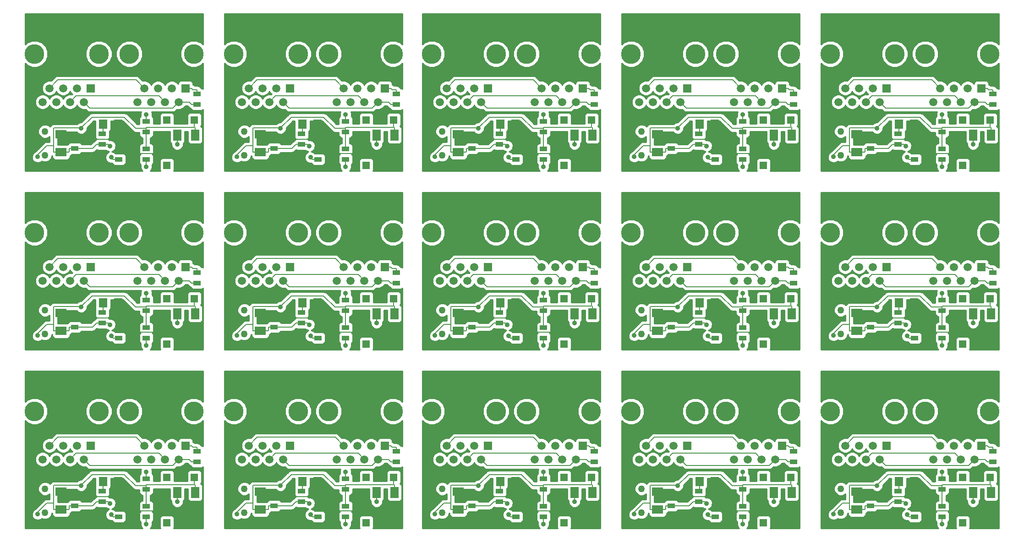
<source format=gbl>
G04 (created by PCBNEW-RS274X (2011-07-08)-stable) date Thu 21 Jul 2011 06:08:38 PM EDT*
G01*
G70*
G90*
%MOIN*%
G04 Gerber Fmt 3.4, Leading zero omitted, Abs format*
%FSLAX34Y34*%
G04 APERTURE LIST*
%ADD10C,0.006000*%
%ADD11R,0.055000X0.035000*%
%ADD12R,0.055000X0.055000*%
%ADD13C,0.050000*%
%ADD14R,0.080000X0.060000*%
%ADD15R,0.060000X0.080000*%
%ADD16C,0.143700*%
%ADD17R,0.059100X0.059100*%
%ADD18C,0.059100*%
%ADD19R,0.062900X0.070900*%
%ADD20C,0.035000*%
%ADD21C,0.008000*%
%ADD22C,0.010000*%
G04 APERTURE END LIST*
G54D10*
G54D11*
X79700Y-45375D03*
X79700Y-44625D03*
G54D12*
X77500Y-49800D03*
X77500Y-46500D03*
G54D13*
X68630Y-49065D03*
X68630Y-47335D03*
G54D14*
X69800Y-48850D03*
X69800Y-47550D03*
G54D15*
X79550Y-47600D03*
X78250Y-47600D03*
G54D11*
X70800Y-48575D03*
X70800Y-47825D03*
X74000Y-49375D03*
X74000Y-48625D03*
X72800Y-47525D03*
X72800Y-48275D03*
X76000Y-47375D03*
X76000Y-46625D03*
X76000Y-48625D03*
X76000Y-49375D03*
G54D12*
X79500Y-49800D03*
X79500Y-46500D03*
G54D16*
X67862Y-41700D03*
X72535Y-41700D03*
G54D17*
X71950Y-44200D03*
G54D18*
X71450Y-45200D03*
X70950Y-44200D03*
X70450Y-45200D03*
X69950Y-44200D03*
X69450Y-45200D03*
X68950Y-44200D03*
X68450Y-45200D03*
G54D16*
X74762Y-41700D03*
X79435Y-41700D03*
G54D17*
X78850Y-44200D03*
G54D18*
X78350Y-45200D03*
X77850Y-44200D03*
X77350Y-45200D03*
X76850Y-44200D03*
X76350Y-45200D03*
X75850Y-44200D03*
X75350Y-45200D03*
G54D19*
X72841Y-46800D03*
X73959Y-46800D03*
G54D11*
X65200Y-45375D03*
X65200Y-44625D03*
G54D12*
X63000Y-49800D03*
X63000Y-46500D03*
G54D13*
X54130Y-49065D03*
X54130Y-47335D03*
G54D14*
X55300Y-48850D03*
X55300Y-47550D03*
G54D15*
X65050Y-47600D03*
X63750Y-47600D03*
G54D11*
X56300Y-48575D03*
X56300Y-47825D03*
X59500Y-49375D03*
X59500Y-48625D03*
X58300Y-47525D03*
X58300Y-48275D03*
X61500Y-47375D03*
X61500Y-46625D03*
X61500Y-48625D03*
X61500Y-49375D03*
G54D12*
X65000Y-49800D03*
X65000Y-46500D03*
G54D16*
X53362Y-41700D03*
X58035Y-41700D03*
G54D17*
X57450Y-44200D03*
G54D18*
X56950Y-45200D03*
X56450Y-44200D03*
X55950Y-45200D03*
X55450Y-44200D03*
X54950Y-45200D03*
X54450Y-44200D03*
X53950Y-45200D03*
G54D16*
X60262Y-41700D03*
X64935Y-41700D03*
G54D17*
X64350Y-44200D03*
G54D18*
X63850Y-45200D03*
X63350Y-44200D03*
X62850Y-45200D03*
X62350Y-44200D03*
X61850Y-45200D03*
X61350Y-44200D03*
X60850Y-45200D03*
G54D19*
X58341Y-46800D03*
X59459Y-46800D03*
G54D11*
X50800Y-45375D03*
X50800Y-44625D03*
G54D12*
X48600Y-49800D03*
X48600Y-46500D03*
G54D13*
X39730Y-49065D03*
X39730Y-47335D03*
G54D14*
X40900Y-48850D03*
X40900Y-47550D03*
G54D15*
X50650Y-47600D03*
X49350Y-47600D03*
G54D11*
X41900Y-48575D03*
X41900Y-47825D03*
X45100Y-49375D03*
X45100Y-48625D03*
X43900Y-47525D03*
X43900Y-48275D03*
X47100Y-47375D03*
X47100Y-46625D03*
X47100Y-48625D03*
X47100Y-49375D03*
G54D12*
X50600Y-49800D03*
X50600Y-46500D03*
G54D16*
X38962Y-41700D03*
X43635Y-41700D03*
G54D17*
X43050Y-44200D03*
G54D18*
X42550Y-45200D03*
X42050Y-44200D03*
X41550Y-45200D03*
X41050Y-44200D03*
X40550Y-45200D03*
X40050Y-44200D03*
X39550Y-45200D03*
G54D16*
X45862Y-41700D03*
X50535Y-41700D03*
G54D17*
X49950Y-44200D03*
G54D18*
X49450Y-45200D03*
X48950Y-44200D03*
X48450Y-45200D03*
X47950Y-44200D03*
X47450Y-45200D03*
X46950Y-44200D03*
X46450Y-45200D03*
G54D19*
X43941Y-46800D03*
X45059Y-46800D03*
X29441Y-46800D03*
X30559Y-46800D03*
G54D16*
X31362Y-41700D03*
X36035Y-41700D03*
G54D17*
X35450Y-44200D03*
G54D18*
X34950Y-45200D03*
X34450Y-44200D03*
X33950Y-45200D03*
X33450Y-44200D03*
X32950Y-45200D03*
X32450Y-44200D03*
X31950Y-45200D03*
G54D16*
X24462Y-41700D03*
X29135Y-41700D03*
G54D17*
X28550Y-44200D03*
G54D18*
X28050Y-45200D03*
X27550Y-44200D03*
X27050Y-45200D03*
X26550Y-44200D03*
X26050Y-45200D03*
X25550Y-44200D03*
X25050Y-45200D03*
G54D12*
X36100Y-46500D03*
X36100Y-49800D03*
G54D11*
X32600Y-48625D03*
X32600Y-49375D03*
X32600Y-47375D03*
X32600Y-46625D03*
X29400Y-47525D03*
X29400Y-48275D03*
X30600Y-49375D03*
X30600Y-48625D03*
X27400Y-48575D03*
X27400Y-47825D03*
G54D15*
X36150Y-47600D03*
X34850Y-47600D03*
G54D14*
X26400Y-48850D03*
X26400Y-47550D03*
G54D13*
X25230Y-49065D03*
X25230Y-47335D03*
G54D12*
X34100Y-46500D03*
X34100Y-49800D03*
G54D11*
X36300Y-45375D03*
X36300Y-44625D03*
G54D19*
X87341Y-46800D03*
X88459Y-46800D03*
G54D16*
X89262Y-41700D03*
X93935Y-41700D03*
G54D17*
X93350Y-44200D03*
G54D18*
X92850Y-45200D03*
X92350Y-44200D03*
X91850Y-45200D03*
X91350Y-44200D03*
X90850Y-45200D03*
X90350Y-44200D03*
X89850Y-45200D03*
G54D16*
X82362Y-41700D03*
X87035Y-41700D03*
G54D17*
X86450Y-44200D03*
G54D18*
X85950Y-45200D03*
X85450Y-44200D03*
X84950Y-45200D03*
X84450Y-44200D03*
X83950Y-45200D03*
X83450Y-44200D03*
X82950Y-45200D03*
G54D12*
X94000Y-46500D03*
X94000Y-49800D03*
G54D11*
X90500Y-48625D03*
X90500Y-49375D03*
X90500Y-47375D03*
X90500Y-46625D03*
X87300Y-47525D03*
X87300Y-48275D03*
X88500Y-49375D03*
X88500Y-48625D03*
X85300Y-48575D03*
X85300Y-47825D03*
G54D15*
X94050Y-47600D03*
X92750Y-47600D03*
G54D14*
X84300Y-48850D03*
X84300Y-47550D03*
G54D13*
X83130Y-49065D03*
X83130Y-47335D03*
G54D12*
X92000Y-46500D03*
X92000Y-49800D03*
G54D11*
X94200Y-45375D03*
X94200Y-44625D03*
X94200Y-32375D03*
X94200Y-31625D03*
G54D12*
X92000Y-36800D03*
X92000Y-33500D03*
G54D13*
X83130Y-36065D03*
X83130Y-34335D03*
G54D14*
X84300Y-35850D03*
X84300Y-34550D03*
G54D15*
X94050Y-34600D03*
X92750Y-34600D03*
G54D11*
X85300Y-35575D03*
X85300Y-34825D03*
X88500Y-36375D03*
X88500Y-35625D03*
X87300Y-34525D03*
X87300Y-35275D03*
X90500Y-34375D03*
X90500Y-33625D03*
X90500Y-35625D03*
X90500Y-36375D03*
G54D12*
X94000Y-36800D03*
X94000Y-33500D03*
G54D16*
X82362Y-28700D03*
X87035Y-28700D03*
G54D17*
X86450Y-31200D03*
G54D18*
X85950Y-32200D03*
X85450Y-31200D03*
X84950Y-32200D03*
X84450Y-31200D03*
X83950Y-32200D03*
X83450Y-31200D03*
X82950Y-32200D03*
G54D16*
X89262Y-28700D03*
X93935Y-28700D03*
G54D17*
X93350Y-31200D03*
G54D18*
X92850Y-32200D03*
X92350Y-31200D03*
X91850Y-32200D03*
X91350Y-31200D03*
X90850Y-32200D03*
X90350Y-31200D03*
X89850Y-32200D03*
G54D19*
X87341Y-33800D03*
X88459Y-33800D03*
G54D11*
X36300Y-32375D03*
X36300Y-31625D03*
G54D12*
X34100Y-36800D03*
X34100Y-33500D03*
G54D13*
X25230Y-36065D03*
X25230Y-34335D03*
G54D14*
X26400Y-35850D03*
X26400Y-34550D03*
G54D15*
X36150Y-34600D03*
X34850Y-34600D03*
G54D11*
X27400Y-35575D03*
X27400Y-34825D03*
X30600Y-36375D03*
X30600Y-35625D03*
X29400Y-34525D03*
X29400Y-35275D03*
X32600Y-34375D03*
X32600Y-33625D03*
X32600Y-35625D03*
X32600Y-36375D03*
G54D12*
X36100Y-36800D03*
X36100Y-33500D03*
G54D16*
X24462Y-28700D03*
X29135Y-28700D03*
G54D17*
X28550Y-31200D03*
G54D18*
X28050Y-32200D03*
X27550Y-31200D03*
X27050Y-32200D03*
X26550Y-31200D03*
X26050Y-32200D03*
X25550Y-31200D03*
X25050Y-32200D03*
G54D16*
X31362Y-28700D03*
X36035Y-28700D03*
G54D17*
X35450Y-31200D03*
G54D18*
X34950Y-32200D03*
X34450Y-31200D03*
X33950Y-32200D03*
X33450Y-31200D03*
X32950Y-32200D03*
X32450Y-31200D03*
X31950Y-32200D03*
G54D19*
X29441Y-33800D03*
X30559Y-33800D03*
X43941Y-33800D03*
X45059Y-33800D03*
G54D16*
X45862Y-28700D03*
X50535Y-28700D03*
G54D17*
X49950Y-31200D03*
G54D18*
X49450Y-32200D03*
X48950Y-31200D03*
X48450Y-32200D03*
X47950Y-31200D03*
X47450Y-32200D03*
X46950Y-31200D03*
X46450Y-32200D03*
G54D16*
X38962Y-28700D03*
X43635Y-28700D03*
G54D17*
X43050Y-31200D03*
G54D18*
X42550Y-32200D03*
X42050Y-31200D03*
X41550Y-32200D03*
X41050Y-31200D03*
X40550Y-32200D03*
X40050Y-31200D03*
X39550Y-32200D03*
G54D12*
X50600Y-33500D03*
X50600Y-36800D03*
G54D11*
X47100Y-35625D03*
X47100Y-36375D03*
X47100Y-34375D03*
X47100Y-33625D03*
X43900Y-34525D03*
X43900Y-35275D03*
X45100Y-36375D03*
X45100Y-35625D03*
X41900Y-35575D03*
X41900Y-34825D03*
G54D15*
X50650Y-34600D03*
X49350Y-34600D03*
G54D14*
X40900Y-35850D03*
X40900Y-34550D03*
G54D13*
X39730Y-36065D03*
X39730Y-34335D03*
G54D12*
X48600Y-33500D03*
X48600Y-36800D03*
G54D11*
X50800Y-32375D03*
X50800Y-31625D03*
G54D19*
X58341Y-33800D03*
X59459Y-33800D03*
G54D16*
X60262Y-28700D03*
X64935Y-28700D03*
G54D17*
X64350Y-31200D03*
G54D18*
X63850Y-32200D03*
X63350Y-31200D03*
X62850Y-32200D03*
X62350Y-31200D03*
X61850Y-32200D03*
X61350Y-31200D03*
X60850Y-32200D03*
G54D16*
X53362Y-28700D03*
X58035Y-28700D03*
G54D17*
X57450Y-31200D03*
G54D18*
X56950Y-32200D03*
X56450Y-31200D03*
X55950Y-32200D03*
X55450Y-31200D03*
X54950Y-32200D03*
X54450Y-31200D03*
X53950Y-32200D03*
G54D12*
X65000Y-33500D03*
X65000Y-36800D03*
G54D11*
X61500Y-35625D03*
X61500Y-36375D03*
X61500Y-34375D03*
X61500Y-33625D03*
X58300Y-34525D03*
X58300Y-35275D03*
X59500Y-36375D03*
X59500Y-35625D03*
X56300Y-35575D03*
X56300Y-34825D03*
G54D15*
X65050Y-34600D03*
X63750Y-34600D03*
G54D14*
X55300Y-35850D03*
X55300Y-34550D03*
G54D13*
X54130Y-36065D03*
X54130Y-34335D03*
G54D12*
X63000Y-33500D03*
X63000Y-36800D03*
G54D11*
X65200Y-32375D03*
X65200Y-31625D03*
G54D19*
X72841Y-33800D03*
X73959Y-33800D03*
G54D16*
X74762Y-28700D03*
X79435Y-28700D03*
G54D17*
X78850Y-31200D03*
G54D18*
X78350Y-32200D03*
X77850Y-31200D03*
X77350Y-32200D03*
X76850Y-31200D03*
X76350Y-32200D03*
X75850Y-31200D03*
X75350Y-32200D03*
G54D16*
X67862Y-28700D03*
X72535Y-28700D03*
G54D17*
X71950Y-31200D03*
G54D18*
X71450Y-32200D03*
X70950Y-31200D03*
X70450Y-32200D03*
X69950Y-31200D03*
X69450Y-32200D03*
X68950Y-31200D03*
X68450Y-32200D03*
G54D12*
X79500Y-33500D03*
X79500Y-36800D03*
G54D11*
X76000Y-35625D03*
X76000Y-36375D03*
X76000Y-34375D03*
X76000Y-33625D03*
X72800Y-34525D03*
X72800Y-35275D03*
X74000Y-36375D03*
X74000Y-35625D03*
X70800Y-35575D03*
X70800Y-34825D03*
G54D15*
X79550Y-34600D03*
X78250Y-34600D03*
G54D14*
X69800Y-35850D03*
X69800Y-34550D03*
G54D13*
X68630Y-36065D03*
X68630Y-34335D03*
G54D12*
X77500Y-33500D03*
X77500Y-36800D03*
G54D11*
X79700Y-32375D03*
X79700Y-31625D03*
X79700Y-19375D03*
X79700Y-18625D03*
G54D12*
X77500Y-23800D03*
X77500Y-20500D03*
G54D13*
X68630Y-23065D03*
X68630Y-21335D03*
G54D14*
X69800Y-22850D03*
X69800Y-21550D03*
G54D15*
X79550Y-21600D03*
X78250Y-21600D03*
G54D11*
X70800Y-22575D03*
X70800Y-21825D03*
X74000Y-23375D03*
X74000Y-22625D03*
X72800Y-21525D03*
X72800Y-22275D03*
X76000Y-21375D03*
X76000Y-20625D03*
X76000Y-22625D03*
X76000Y-23375D03*
G54D12*
X79500Y-23800D03*
X79500Y-20500D03*
G54D16*
X67862Y-15700D03*
X72535Y-15700D03*
G54D17*
X71950Y-18200D03*
G54D18*
X71450Y-19200D03*
X70950Y-18200D03*
X70450Y-19200D03*
X69950Y-18200D03*
X69450Y-19200D03*
X68950Y-18200D03*
X68450Y-19200D03*
G54D16*
X74762Y-15700D03*
X79435Y-15700D03*
G54D17*
X78850Y-18200D03*
G54D18*
X78350Y-19200D03*
X77850Y-18200D03*
X77350Y-19200D03*
X76850Y-18200D03*
X76350Y-19200D03*
X75850Y-18200D03*
X75350Y-19200D03*
G54D19*
X72841Y-20800D03*
X73959Y-20800D03*
G54D11*
X65200Y-19375D03*
X65200Y-18625D03*
G54D12*
X63000Y-23800D03*
X63000Y-20500D03*
G54D13*
X54130Y-23065D03*
X54130Y-21335D03*
G54D14*
X55300Y-22850D03*
X55300Y-21550D03*
G54D15*
X65050Y-21600D03*
X63750Y-21600D03*
G54D11*
X56300Y-22575D03*
X56300Y-21825D03*
X59500Y-23375D03*
X59500Y-22625D03*
X58300Y-21525D03*
X58300Y-22275D03*
X61500Y-21375D03*
X61500Y-20625D03*
X61500Y-22625D03*
X61500Y-23375D03*
G54D12*
X65000Y-23800D03*
X65000Y-20500D03*
G54D16*
X53362Y-15700D03*
X58035Y-15700D03*
G54D17*
X57450Y-18200D03*
G54D18*
X56950Y-19200D03*
X56450Y-18200D03*
X55950Y-19200D03*
X55450Y-18200D03*
X54950Y-19200D03*
X54450Y-18200D03*
X53950Y-19200D03*
G54D16*
X60262Y-15700D03*
X64935Y-15700D03*
G54D17*
X64350Y-18200D03*
G54D18*
X63850Y-19200D03*
X63350Y-18200D03*
X62850Y-19200D03*
X62350Y-18200D03*
X61850Y-19200D03*
X61350Y-18200D03*
X60850Y-19200D03*
G54D19*
X58341Y-20800D03*
X59459Y-20800D03*
G54D11*
X50800Y-19375D03*
X50800Y-18625D03*
G54D12*
X48600Y-23800D03*
X48600Y-20500D03*
G54D13*
X39730Y-23065D03*
X39730Y-21335D03*
G54D14*
X40900Y-22850D03*
X40900Y-21550D03*
G54D15*
X50650Y-21600D03*
X49350Y-21600D03*
G54D11*
X41900Y-22575D03*
X41900Y-21825D03*
X45100Y-23375D03*
X45100Y-22625D03*
X43900Y-21525D03*
X43900Y-22275D03*
X47100Y-21375D03*
X47100Y-20625D03*
X47100Y-22625D03*
X47100Y-23375D03*
G54D12*
X50600Y-23800D03*
X50600Y-20500D03*
G54D16*
X38962Y-15700D03*
X43635Y-15700D03*
G54D17*
X43050Y-18200D03*
G54D18*
X42550Y-19200D03*
X42050Y-18200D03*
X41550Y-19200D03*
X41050Y-18200D03*
X40550Y-19200D03*
X40050Y-18200D03*
X39550Y-19200D03*
G54D16*
X45862Y-15700D03*
X50535Y-15700D03*
G54D17*
X49950Y-18200D03*
G54D18*
X49450Y-19200D03*
X48950Y-18200D03*
X48450Y-19200D03*
X47950Y-18200D03*
X47450Y-19200D03*
X46950Y-18200D03*
X46450Y-19200D03*
G54D19*
X43941Y-20800D03*
X45059Y-20800D03*
X29441Y-20800D03*
X30559Y-20800D03*
G54D16*
X31362Y-15700D03*
X36035Y-15700D03*
G54D17*
X35450Y-18200D03*
G54D18*
X34950Y-19200D03*
X34450Y-18200D03*
X33950Y-19200D03*
X33450Y-18200D03*
X32950Y-19200D03*
X32450Y-18200D03*
X31950Y-19200D03*
G54D16*
X24462Y-15700D03*
X29135Y-15700D03*
G54D17*
X28550Y-18200D03*
G54D18*
X28050Y-19200D03*
X27550Y-18200D03*
X27050Y-19200D03*
X26550Y-18200D03*
X26050Y-19200D03*
X25550Y-18200D03*
X25050Y-19200D03*
G54D12*
X36100Y-20500D03*
X36100Y-23800D03*
G54D11*
X32600Y-22625D03*
X32600Y-23375D03*
X32600Y-21375D03*
X32600Y-20625D03*
X29400Y-21525D03*
X29400Y-22275D03*
X30600Y-23375D03*
X30600Y-22625D03*
X27400Y-22575D03*
X27400Y-21825D03*
G54D15*
X36150Y-21600D03*
X34850Y-21600D03*
G54D14*
X26400Y-22850D03*
X26400Y-21550D03*
G54D13*
X25230Y-23065D03*
X25230Y-21335D03*
G54D12*
X34100Y-20500D03*
X34100Y-23800D03*
G54D11*
X36300Y-19375D03*
X36300Y-18625D03*
G54D19*
X87341Y-20800D03*
X88459Y-20800D03*
G54D16*
X89262Y-15700D03*
X93935Y-15700D03*
G54D17*
X93350Y-18200D03*
G54D18*
X92850Y-19200D03*
X92350Y-18200D03*
X91850Y-19200D03*
X91350Y-18200D03*
X90850Y-19200D03*
X90350Y-18200D03*
X89850Y-19200D03*
G54D16*
X82362Y-15700D03*
X87035Y-15700D03*
G54D17*
X86450Y-18200D03*
G54D18*
X85950Y-19200D03*
X85450Y-18200D03*
X84950Y-19200D03*
X84450Y-18200D03*
X83950Y-19200D03*
X83450Y-18200D03*
X82950Y-19200D03*
G54D12*
X94000Y-20500D03*
X94000Y-23800D03*
G54D11*
X90500Y-22625D03*
X90500Y-23375D03*
X90500Y-21375D03*
X90500Y-20625D03*
X87300Y-21525D03*
X87300Y-22275D03*
X88500Y-23375D03*
X88500Y-22625D03*
X85300Y-22575D03*
X85300Y-21825D03*
G54D15*
X94050Y-21600D03*
X92750Y-21600D03*
G54D14*
X84300Y-22850D03*
X84300Y-21550D03*
G54D13*
X83130Y-23065D03*
X83130Y-21335D03*
G54D12*
X92000Y-20500D03*
X92000Y-23800D03*
G54D11*
X94200Y-19375D03*
X94200Y-18625D03*
G54D20*
X76000Y-49900D03*
X61500Y-49900D03*
X47100Y-49900D03*
X32600Y-49900D03*
X90500Y-49900D03*
X90500Y-36900D03*
X32600Y-36900D03*
X47100Y-36900D03*
X61500Y-36900D03*
X76000Y-36900D03*
X76000Y-23900D03*
X61500Y-23900D03*
X47100Y-23900D03*
X32600Y-23900D03*
X90500Y-23900D03*
X76000Y-46100D03*
X61500Y-46100D03*
X47100Y-46100D03*
X32600Y-46100D03*
X90500Y-46100D03*
X90500Y-33100D03*
X32600Y-33100D03*
X47100Y-33100D03*
X61500Y-33100D03*
X76000Y-33100D03*
X76000Y-20100D03*
X61500Y-20100D03*
X47100Y-20100D03*
X32600Y-20100D03*
X90500Y-20100D03*
X73436Y-49229D03*
X58936Y-49229D03*
X44536Y-49229D03*
X30036Y-49229D03*
X87936Y-49229D03*
X87936Y-36229D03*
X30036Y-36229D03*
X44536Y-36229D03*
X58936Y-36229D03*
X73436Y-36229D03*
X73436Y-23229D03*
X58936Y-23229D03*
X44536Y-23229D03*
X30036Y-23229D03*
X87936Y-23229D03*
X78250Y-48280D03*
X63750Y-48280D03*
X49350Y-48280D03*
X34850Y-48280D03*
X92750Y-48280D03*
X92750Y-35280D03*
X34850Y-35280D03*
X49350Y-35280D03*
X63750Y-35280D03*
X78250Y-35280D03*
X78250Y-22280D03*
X63750Y-22280D03*
X49350Y-22280D03*
X34850Y-22280D03*
X92750Y-22280D03*
X71255Y-47120D03*
X68095Y-49193D03*
X73361Y-48400D03*
X56755Y-47120D03*
X53595Y-49193D03*
X58861Y-48400D03*
X42355Y-47120D03*
X39195Y-49193D03*
X44461Y-48400D03*
X29961Y-48400D03*
X24695Y-49193D03*
X27855Y-47120D03*
X87861Y-48400D03*
X82595Y-49193D03*
X85755Y-47120D03*
X85755Y-34120D03*
X82595Y-36193D03*
X87861Y-35400D03*
X27855Y-34120D03*
X24695Y-36193D03*
X29961Y-35400D03*
X44461Y-35400D03*
X39195Y-36193D03*
X42355Y-34120D03*
X58861Y-35400D03*
X53595Y-36193D03*
X56755Y-34120D03*
X73361Y-35400D03*
X68095Y-36193D03*
X71255Y-34120D03*
X71255Y-21120D03*
X68095Y-23193D03*
X73361Y-22400D03*
X56755Y-21120D03*
X53595Y-23193D03*
X58861Y-22400D03*
X42355Y-21120D03*
X39195Y-23193D03*
X44461Y-22400D03*
X29961Y-22400D03*
X24695Y-23193D03*
X27855Y-21120D03*
X87861Y-22400D03*
X82595Y-23193D03*
X85755Y-21120D03*
G54D21*
X70800Y-47825D02*
X71218Y-47825D01*
X74000Y-48307D02*
X73608Y-47915D01*
X73608Y-47915D02*
X71308Y-47915D01*
X71308Y-47915D02*
X71218Y-47825D01*
X73608Y-47915D02*
X73608Y-47649D01*
X73608Y-47649D02*
X73959Y-47298D01*
X70800Y-47825D02*
X70382Y-47825D01*
X69800Y-47550D02*
X70343Y-47550D01*
X70382Y-47825D02*
X70382Y-47589D01*
X70382Y-47589D02*
X70343Y-47550D01*
X74000Y-48625D02*
X74000Y-48943D01*
X79500Y-49800D02*
X79082Y-49800D01*
X79082Y-49800D02*
X78225Y-48943D01*
X78225Y-48943D02*
X74000Y-48943D01*
X74000Y-48625D02*
X74000Y-48307D01*
X73959Y-46800D02*
X73959Y-47298D01*
X56300Y-47825D02*
X56718Y-47825D01*
X59500Y-48307D02*
X59108Y-47915D01*
X59108Y-47915D02*
X56808Y-47915D01*
X56808Y-47915D02*
X56718Y-47825D01*
X59108Y-47915D02*
X59108Y-47649D01*
X59108Y-47649D02*
X59459Y-47298D01*
X56300Y-47825D02*
X55882Y-47825D01*
X55300Y-47550D02*
X55843Y-47550D01*
X55882Y-47825D02*
X55882Y-47589D01*
X55882Y-47589D02*
X55843Y-47550D01*
X59500Y-48625D02*
X59500Y-48943D01*
X65000Y-49800D02*
X64582Y-49800D01*
X64582Y-49800D02*
X63725Y-48943D01*
X63725Y-48943D02*
X59500Y-48943D01*
X59500Y-48625D02*
X59500Y-48307D01*
X59459Y-46800D02*
X59459Y-47298D01*
X41900Y-47825D02*
X42318Y-47825D01*
X45100Y-48307D02*
X44708Y-47915D01*
X44708Y-47915D02*
X42408Y-47915D01*
X42408Y-47915D02*
X42318Y-47825D01*
X44708Y-47915D02*
X44708Y-47649D01*
X44708Y-47649D02*
X45059Y-47298D01*
X41900Y-47825D02*
X41482Y-47825D01*
X40900Y-47550D02*
X41443Y-47550D01*
X41482Y-47825D02*
X41482Y-47589D01*
X41482Y-47589D02*
X41443Y-47550D01*
X45100Y-48625D02*
X45100Y-48943D01*
X50600Y-49800D02*
X50182Y-49800D01*
X50182Y-49800D02*
X49325Y-48943D01*
X49325Y-48943D02*
X45100Y-48943D01*
X45100Y-48625D02*
X45100Y-48307D01*
X45059Y-46800D02*
X45059Y-47298D01*
X30559Y-46800D02*
X30559Y-47298D01*
X30600Y-48625D02*
X30600Y-48307D01*
X34825Y-48943D02*
X30600Y-48943D01*
X35682Y-49800D02*
X34825Y-48943D01*
X36100Y-49800D02*
X35682Y-49800D01*
X30600Y-48625D02*
X30600Y-48943D01*
X26982Y-47589D02*
X26943Y-47550D01*
X26982Y-47825D02*
X26982Y-47589D01*
X26400Y-47550D02*
X26943Y-47550D01*
X27400Y-47825D02*
X26982Y-47825D01*
X30208Y-47649D02*
X30559Y-47298D01*
X30208Y-47915D02*
X30208Y-47649D01*
X27908Y-47915D02*
X27818Y-47825D01*
X30208Y-47915D02*
X27908Y-47915D01*
X30600Y-48307D02*
X30208Y-47915D01*
X27400Y-47825D02*
X27818Y-47825D01*
X88459Y-46800D02*
X88459Y-47298D01*
X88500Y-48625D02*
X88500Y-48307D01*
X92725Y-48943D02*
X88500Y-48943D01*
X93582Y-49800D02*
X92725Y-48943D01*
X94000Y-49800D02*
X93582Y-49800D01*
X88500Y-48625D02*
X88500Y-48943D01*
X84882Y-47589D02*
X84843Y-47550D01*
X84882Y-47825D02*
X84882Y-47589D01*
X84300Y-47550D02*
X84843Y-47550D01*
X85300Y-47825D02*
X84882Y-47825D01*
X88108Y-47649D02*
X88459Y-47298D01*
X88108Y-47915D02*
X88108Y-47649D01*
X85808Y-47915D02*
X85718Y-47825D01*
X88108Y-47915D02*
X85808Y-47915D01*
X88500Y-48307D02*
X88108Y-47915D01*
X85300Y-47825D02*
X85718Y-47825D01*
X85300Y-34825D02*
X85718Y-34825D01*
X88500Y-35307D02*
X88108Y-34915D01*
X88108Y-34915D02*
X85808Y-34915D01*
X85808Y-34915D02*
X85718Y-34825D01*
X88108Y-34915D02*
X88108Y-34649D01*
X88108Y-34649D02*
X88459Y-34298D01*
X85300Y-34825D02*
X84882Y-34825D01*
X84300Y-34550D02*
X84843Y-34550D01*
X84882Y-34825D02*
X84882Y-34589D01*
X84882Y-34589D02*
X84843Y-34550D01*
X88500Y-35625D02*
X88500Y-35943D01*
X94000Y-36800D02*
X93582Y-36800D01*
X93582Y-36800D02*
X92725Y-35943D01*
X92725Y-35943D02*
X88500Y-35943D01*
X88500Y-35625D02*
X88500Y-35307D01*
X88459Y-33800D02*
X88459Y-34298D01*
X27400Y-34825D02*
X27818Y-34825D01*
X30600Y-35307D02*
X30208Y-34915D01*
X30208Y-34915D02*
X27908Y-34915D01*
X27908Y-34915D02*
X27818Y-34825D01*
X30208Y-34915D02*
X30208Y-34649D01*
X30208Y-34649D02*
X30559Y-34298D01*
X27400Y-34825D02*
X26982Y-34825D01*
X26400Y-34550D02*
X26943Y-34550D01*
X26982Y-34825D02*
X26982Y-34589D01*
X26982Y-34589D02*
X26943Y-34550D01*
X30600Y-35625D02*
X30600Y-35943D01*
X36100Y-36800D02*
X35682Y-36800D01*
X35682Y-36800D02*
X34825Y-35943D01*
X34825Y-35943D02*
X30600Y-35943D01*
X30600Y-35625D02*
X30600Y-35307D01*
X30559Y-33800D02*
X30559Y-34298D01*
X45059Y-33800D02*
X45059Y-34298D01*
X45100Y-35625D02*
X45100Y-35307D01*
X49325Y-35943D02*
X45100Y-35943D01*
X50182Y-36800D02*
X49325Y-35943D01*
X50600Y-36800D02*
X50182Y-36800D01*
X45100Y-35625D02*
X45100Y-35943D01*
X41482Y-34589D02*
X41443Y-34550D01*
X41482Y-34825D02*
X41482Y-34589D01*
X40900Y-34550D02*
X41443Y-34550D01*
X41900Y-34825D02*
X41482Y-34825D01*
X44708Y-34649D02*
X45059Y-34298D01*
X44708Y-34915D02*
X44708Y-34649D01*
X42408Y-34915D02*
X42318Y-34825D01*
X44708Y-34915D02*
X42408Y-34915D01*
X45100Y-35307D02*
X44708Y-34915D01*
X41900Y-34825D02*
X42318Y-34825D01*
X59459Y-33800D02*
X59459Y-34298D01*
X59500Y-35625D02*
X59500Y-35307D01*
X63725Y-35943D02*
X59500Y-35943D01*
X64582Y-36800D02*
X63725Y-35943D01*
X65000Y-36800D02*
X64582Y-36800D01*
X59500Y-35625D02*
X59500Y-35943D01*
X55882Y-34589D02*
X55843Y-34550D01*
X55882Y-34825D02*
X55882Y-34589D01*
X55300Y-34550D02*
X55843Y-34550D01*
X56300Y-34825D02*
X55882Y-34825D01*
X59108Y-34649D02*
X59459Y-34298D01*
X59108Y-34915D02*
X59108Y-34649D01*
X56808Y-34915D02*
X56718Y-34825D01*
X59108Y-34915D02*
X56808Y-34915D01*
X59500Y-35307D02*
X59108Y-34915D01*
X56300Y-34825D02*
X56718Y-34825D01*
X73959Y-33800D02*
X73959Y-34298D01*
X74000Y-35625D02*
X74000Y-35307D01*
X78225Y-35943D02*
X74000Y-35943D01*
X79082Y-36800D02*
X78225Y-35943D01*
X79500Y-36800D02*
X79082Y-36800D01*
X74000Y-35625D02*
X74000Y-35943D01*
X70382Y-34589D02*
X70343Y-34550D01*
X70382Y-34825D02*
X70382Y-34589D01*
X69800Y-34550D02*
X70343Y-34550D01*
X70800Y-34825D02*
X70382Y-34825D01*
X73608Y-34649D02*
X73959Y-34298D01*
X73608Y-34915D02*
X73608Y-34649D01*
X71308Y-34915D02*
X71218Y-34825D01*
X73608Y-34915D02*
X71308Y-34915D01*
X74000Y-35307D02*
X73608Y-34915D01*
X70800Y-34825D02*
X71218Y-34825D01*
X70800Y-21825D02*
X71218Y-21825D01*
X74000Y-22307D02*
X73608Y-21915D01*
X73608Y-21915D02*
X71308Y-21915D01*
X71308Y-21915D02*
X71218Y-21825D01*
X73608Y-21915D02*
X73608Y-21649D01*
X73608Y-21649D02*
X73959Y-21298D01*
X70800Y-21825D02*
X70382Y-21825D01*
X69800Y-21550D02*
X70343Y-21550D01*
X70382Y-21825D02*
X70382Y-21589D01*
X70382Y-21589D02*
X70343Y-21550D01*
X74000Y-22625D02*
X74000Y-22943D01*
X79500Y-23800D02*
X79082Y-23800D01*
X79082Y-23800D02*
X78225Y-22943D01*
X78225Y-22943D02*
X74000Y-22943D01*
X74000Y-22625D02*
X74000Y-22307D01*
X73959Y-20800D02*
X73959Y-21298D01*
X56300Y-21825D02*
X56718Y-21825D01*
X59500Y-22307D02*
X59108Y-21915D01*
X59108Y-21915D02*
X56808Y-21915D01*
X56808Y-21915D02*
X56718Y-21825D01*
X59108Y-21915D02*
X59108Y-21649D01*
X59108Y-21649D02*
X59459Y-21298D01*
X56300Y-21825D02*
X55882Y-21825D01*
X55300Y-21550D02*
X55843Y-21550D01*
X55882Y-21825D02*
X55882Y-21589D01*
X55882Y-21589D02*
X55843Y-21550D01*
X59500Y-22625D02*
X59500Y-22943D01*
X65000Y-23800D02*
X64582Y-23800D01*
X64582Y-23800D02*
X63725Y-22943D01*
X63725Y-22943D02*
X59500Y-22943D01*
X59500Y-22625D02*
X59500Y-22307D01*
X59459Y-20800D02*
X59459Y-21298D01*
X41900Y-21825D02*
X42318Y-21825D01*
X45100Y-22307D02*
X44708Y-21915D01*
X44708Y-21915D02*
X42408Y-21915D01*
X42408Y-21915D02*
X42318Y-21825D01*
X44708Y-21915D02*
X44708Y-21649D01*
X44708Y-21649D02*
X45059Y-21298D01*
X41900Y-21825D02*
X41482Y-21825D01*
X40900Y-21550D02*
X41443Y-21550D01*
X41482Y-21825D02*
X41482Y-21589D01*
X41482Y-21589D02*
X41443Y-21550D01*
X45100Y-22625D02*
X45100Y-22943D01*
X50600Y-23800D02*
X50182Y-23800D01*
X50182Y-23800D02*
X49325Y-22943D01*
X49325Y-22943D02*
X45100Y-22943D01*
X45100Y-22625D02*
X45100Y-22307D01*
X45059Y-20800D02*
X45059Y-21298D01*
X30559Y-20800D02*
X30559Y-21298D01*
X30600Y-22625D02*
X30600Y-22307D01*
X34825Y-22943D02*
X30600Y-22943D01*
X35682Y-23800D02*
X34825Y-22943D01*
X36100Y-23800D02*
X35682Y-23800D01*
X30600Y-22625D02*
X30600Y-22943D01*
X26982Y-21589D02*
X26943Y-21550D01*
X26982Y-21825D02*
X26982Y-21589D01*
X26400Y-21550D02*
X26943Y-21550D01*
X27400Y-21825D02*
X26982Y-21825D01*
X30208Y-21649D02*
X30559Y-21298D01*
X30208Y-21915D02*
X30208Y-21649D01*
X27908Y-21915D02*
X27818Y-21825D01*
X30208Y-21915D02*
X27908Y-21915D01*
X30600Y-22307D02*
X30208Y-21915D01*
X27400Y-21825D02*
X27818Y-21825D01*
X88459Y-20800D02*
X88459Y-21298D01*
X88500Y-22625D02*
X88500Y-22307D01*
X92725Y-22943D02*
X88500Y-22943D01*
X93582Y-23800D02*
X92725Y-22943D01*
X94000Y-23800D02*
X93582Y-23800D01*
X88500Y-22625D02*
X88500Y-22943D01*
X84882Y-21589D02*
X84843Y-21550D01*
X84882Y-21825D02*
X84882Y-21589D01*
X84300Y-21550D02*
X84843Y-21550D01*
X85300Y-21825D02*
X84882Y-21825D01*
X88108Y-21649D02*
X88459Y-21298D01*
X88108Y-21915D02*
X88108Y-21649D01*
X85808Y-21915D02*
X85718Y-21825D01*
X88108Y-21915D02*
X85808Y-21915D01*
X88500Y-22307D02*
X88108Y-21915D01*
X85300Y-21825D02*
X85718Y-21825D01*
X72841Y-46800D02*
X72841Y-47484D01*
X72841Y-47484D02*
X72800Y-47525D01*
X58341Y-46800D02*
X58341Y-47484D01*
X58341Y-47484D02*
X58300Y-47525D01*
X43941Y-46800D02*
X43941Y-47484D01*
X43941Y-47484D02*
X43900Y-47525D01*
X29441Y-47484D02*
X29400Y-47525D01*
X29441Y-46800D02*
X29441Y-47484D01*
X87341Y-47484D02*
X87300Y-47525D01*
X87341Y-46800D02*
X87341Y-47484D01*
X87341Y-33800D02*
X87341Y-34484D01*
X87341Y-34484D02*
X87300Y-34525D01*
X29441Y-33800D02*
X29441Y-34484D01*
X29441Y-34484D02*
X29400Y-34525D01*
X43941Y-34484D02*
X43900Y-34525D01*
X43941Y-33800D02*
X43941Y-34484D01*
X58341Y-34484D02*
X58300Y-34525D01*
X58341Y-33800D02*
X58341Y-34484D01*
X72841Y-34484D02*
X72800Y-34525D01*
X72841Y-33800D02*
X72841Y-34484D01*
X72841Y-20800D02*
X72841Y-21484D01*
X72841Y-21484D02*
X72800Y-21525D01*
X58341Y-20800D02*
X58341Y-21484D01*
X58341Y-21484D02*
X58300Y-21525D01*
X43941Y-20800D02*
X43941Y-21484D01*
X43941Y-21484D02*
X43900Y-21525D01*
X29441Y-21484D02*
X29400Y-21525D01*
X29441Y-20800D02*
X29441Y-21484D01*
X87341Y-21484D02*
X87300Y-21525D01*
X87341Y-20800D02*
X87341Y-21484D01*
X70450Y-45200D02*
X70890Y-44760D01*
X70890Y-44760D02*
X76910Y-44760D01*
X76910Y-44760D02*
X77350Y-45200D01*
X55950Y-45200D02*
X56390Y-44760D01*
X56390Y-44760D02*
X62410Y-44760D01*
X62410Y-44760D02*
X62850Y-45200D01*
X41550Y-45200D02*
X41990Y-44760D01*
X41990Y-44760D02*
X48010Y-44760D01*
X48010Y-44760D02*
X48450Y-45200D01*
X33510Y-44760D02*
X33950Y-45200D01*
X27490Y-44760D02*
X33510Y-44760D01*
X27050Y-45200D02*
X27490Y-44760D01*
X91410Y-44760D02*
X91850Y-45200D01*
X85390Y-44760D02*
X91410Y-44760D01*
X84950Y-45200D02*
X85390Y-44760D01*
X84950Y-32200D02*
X85390Y-31760D01*
X85390Y-31760D02*
X91410Y-31760D01*
X91410Y-31760D02*
X91850Y-32200D01*
X27050Y-32200D02*
X27490Y-31760D01*
X27490Y-31760D02*
X33510Y-31760D01*
X33510Y-31760D02*
X33950Y-32200D01*
X48010Y-31760D02*
X48450Y-32200D01*
X41990Y-31760D02*
X48010Y-31760D01*
X41550Y-32200D02*
X41990Y-31760D01*
X62410Y-31760D02*
X62850Y-32200D01*
X56390Y-31760D02*
X62410Y-31760D01*
X55950Y-32200D02*
X56390Y-31760D01*
X76910Y-31760D02*
X77350Y-32200D01*
X70890Y-31760D02*
X76910Y-31760D01*
X70450Y-32200D02*
X70890Y-31760D01*
X70450Y-19200D02*
X70890Y-18760D01*
X70890Y-18760D02*
X76910Y-18760D01*
X76910Y-18760D02*
X77350Y-19200D01*
X55950Y-19200D02*
X56390Y-18760D01*
X56390Y-18760D02*
X62410Y-18760D01*
X62410Y-18760D02*
X62850Y-19200D01*
X41550Y-19200D02*
X41990Y-18760D01*
X41990Y-18760D02*
X48010Y-18760D01*
X48010Y-18760D02*
X48450Y-19200D01*
X33510Y-18760D02*
X33950Y-19200D01*
X27490Y-18760D02*
X33510Y-18760D01*
X27050Y-19200D02*
X27490Y-18760D01*
X91410Y-18760D02*
X91850Y-19200D01*
X85390Y-18760D02*
X91410Y-18760D01*
X84950Y-19200D02*
X85390Y-18760D01*
X76000Y-49375D02*
X76000Y-49900D01*
X61500Y-49375D02*
X61500Y-49900D01*
X47100Y-49375D02*
X47100Y-49900D01*
X32600Y-49375D02*
X32600Y-49900D01*
X90500Y-49375D02*
X90500Y-49900D01*
X90500Y-36375D02*
X90500Y-36900D01*
X32600Y-36375D02*
X32600Y-36900D01*
X47100Y-36375D02*
X47100Y-36900D01*
X61500Y-36375D02*
X61500Y-36900D01*
X76000Y-36375D02*
X76000Y-36900D01*
X76000Y-23375D02*
X76000Y-23900D01*
X61500Y-23375D02*
X61500Y-23900D01*
X47100Y-23375D02*
X47100Y-23900D01*
X32600Y-23375D02*
X32600Y-23900D01*
X90500Y-23375D02*
X90500Y-23900D01*
X68950Y-44200D02*
X69555Y-43595D01*
X69555Y-43595D02*
X75245Y-43595D01*
X75245Y-43595D02*
X75850Y-44200D01*
X54450Y-44200D02*
X55055Y-43595D01*
X55055Y-43595D02*
X60745Y-43595D01*
X60745Y-43595D02*
X61350Y-44200D01*
X40050Y-44200D02*
X40655Y-43595D01*
X40655Y-43595D02*
X46345Y-43595D01*
X46345Y-43595D02*
X46950Y-44200D01*
X31845Y-43595D02*
X32450Y-44200D01*
X26155Y-43595D02*
X31845Y-43595D01*
X25550Y-44200D02*
X26155Y-43595D01*
X89745Y-43595D02*
X90350Y-44200D01*
X84055Y-43595D02*
X89745Y-43595D01*
X83450Y-44200D02*
X84055Y-43595D01*
X83450Y-31200D02*
X84055Y-30595D01*
X84055Y-30595D02*
X89745Y-30595D01*
X89745Y-30595D02*
X90350Y-31200D01*
X25550Y-31200D02*
X26155Y-30595D01*
X26155Y-30595D02*
X31845Y-30595D01*
X31845Y-30595D02*
X32450Y-31200D01*
X46345Y-30595D02*
X46950Y-31200D01*
X40655Y-30595D02*
X46345Y-30595D01*
X40050Y-31200D02*
X40655Y-30595D01*
X60745Y-30595D02*
X61350Y-31200D01*
X55055Y-30595D02*
X60745Y-30595D01*
X54450Y-31200D02*
X55055Y-30595D01*
X75245Y-30595D02*
X75850Y-31200D01*
X69555Y-30595D02*
X75245Y-30595D01*
X68950Y-31200D02*
X69555Y-30595D01*
X68950Y-18200D02*
X69555Y-17595D01*
X69555Y-17595D02*
X75245Y-17595D01*
X75245Y-17595D02*
X75850Y-18200D01*
X54450Y-18200D02*
X55055Y-17595D01*
X55055Y-17595D02*
X60745Y-17595D01*
X60745Y-17595D02*
X61350Y-18200D01*
X40050Y-18200D02*
X40655Y-17595D01*
X40655Y-17595D02*
X46345Y-17595D01*
X46345Y-17595D02*
X46950Y-18200D01*
X31845Y-17595D02*
X32450Y-18200D01*
X26155Y-17595D02*
X31845Y-17595D01*
X25550Y-18200D02*
X26155Y-17595D01*
X89745Y-17595D02*
X90350Y-18200D01*
X84055Y-17595D02*
X89745Y-17595D01*
X83450Y-18200D02*
X84055Y-17595D01*
X76000Y-46625D02*
X76000Y-46100D01*
X61500Y-46625D02*
X61500Y-46100D01*
X47100Y-46625D02*
X47100Y-46100D01*
X32600Y-46625D02*
X32600Y-46100D01*
X90500Y-46625D02*
X90500Y-46100D01*
X90500Y-33625D02*
X90500Y-33100D01*
X32600Y-33625D02*
X32600Y-33100D01*
X47100Y-33625D02*
X47100Y-33100D01*
X61500Y-33625D02*
X61500Y-33100D01*
X76000Y-33625D02*
X76000Y-33100D01*
X76000Y-20625D02*
X76000Y-20100D01*
X61500Y-20625D02*
X61500Y-20100D01*
X47100Y-20625D02*
X47100Y-20100D01*
X32600Y-20625D02*
X32600Y-20100D01*
X90500Y-20625D02*
X90500Y-20100D01*
X73582Y-49375D02*
X73436Y-49229D01*
X74000Y-49375D02*
X73582Y-49375D01*
X59082Y-49375D02*
X58936Y-49229D01*
X59500Y-49375D02*
X59082Y-49375D01*
X44682Y-49375D02*
X44536Y-49229D01*
X45100Y-49375D02*
X44682Y-49375D01*
X30600Y-49375D02*
X30182Y-49375D01*
X30182Y-49375D02*
X30036Y-49229D01*
X88500Y-49375D02*
X88082Y-49375D01*
X88082Y-49375D02*
X87936Y-49229D01*
X88082Y-36375D02*
X87936Y-36229D01*
X88500Y-36375D02*
X88082Y-36375D01*
X30182Y-36375D02*
X30036Y-36229D01*
X30600Y-36375D02*
X30182Y-36375D01*
X45100Y-36375D02*
X44682Y-36375D01*
X44682Y-36375D02*
X44536Y-36229D01*
X59500Y-36375D02*
X59082Y-36375D01*
X59082Y-36375D02*
X58936Y-36229D01*
X74000Y-36375D02*
X73582Y-36375D01*
X73582Y-36375D02*
X73436Y-36229D01*
X73582Y-23375D02*
X73436Y-23229D01*
X74000Y-23375D02*
X73582Y-23375D01*
X59082Y-23375D02*
X58936Y-23229D01*
X59500Y-23375D02*
X59082Y-23375D01*
X44682Y-23375D02*
X44536Y-23229D01*
X45100Y-23375D02*
X44682Y-23375D01*
X30600Y-23375D02*
X30182Y-23375D01*
X30182Y-23375D02*
X30036Y-23229D01*
X88500Y-23375D02*
X88082Y-23375D01*
X88082Y-23375D02*
X87936Y-23229D01*
X78250Y-47600D02*
X78250Y-48280D01*
X63750Y-47600D02*
X63750Y-48280D01*
X49350Y-47600D02*
X49350Y-48280D01*
X34850Y-47600D02*
X34850Y-48280D01*
X92750Y-47600D02*
X92750Y-48280D01*
X92750Y-34600D02*
X92750Y-35280D01*
X34850Y-34600D02*
X34850Y-35280D01*
X49350Y-34600D02*
X49350Y-35280D01*
X63750Y-34600D02*
X63750Y-35280D01*
X78250Y-34600D02*
X78250Y-35280D01*
X78250Y-21600D02*
X78250Y-22280D01*
X63750Y-21600D02*
X63750Y-22280D01*
X49350Y-21600D02*
X49350Y-22280D01*
X34850Y-21600D02*
X34850Y-22280D01*
X92750Y-21600D02*
X92750Y-22280D01*
X79700Y-44625D02*
X79700Y-44307D01*
X78850Y-44200D02*
X79288Y-44200D01*
X79288Y-44200D02*
X79395Y-44307D01*
X79395Y-44307D02*
X79700Y-44307D01*
X65200Y-44625D02*
X65200Y-44307D01*
X64350Y-44200D02*
X64788Y-44200D01*
X64788Y-44200D02*
X64895Y-44307D01*
X64895Y-44307D02*
X65200Y-44307D01*
X50800Y-44625D02*
X50800Y-44307D01*
X49950Y-44200D02*
X50388Y-44200D01*
X50388Y-44200D02*
X50495Y-44307D01*
X50495Y-44307D02*
X50800Y-44307D01*
X35995Y-44307D02*
X36300Y-44307D01*
X35888Y-44200D02*
X35995Y-44307D01*
X35450Y-44200D02*
X35888Y-44200D01*
X36300Y-44625D02*
X36300Y-44307D01*
X93895Y-44307D02*
X94200Y-44307D01*
X93788Y-44200D02*
X93895Y-44307D01*
X93350Y-44200D02*
X93788Y-44200D01*
X94200Y-44625D02*
X94200Y-44307D01*
X94200Y-31625D02*
X94200Y-31307D01*
X93350Y-31200D02*
X93788Y-31200D01*
X93788Y-31200D02*
X93895Y-31307D01*
X93895Y-31307D02*
X94200Y-31307D01*
X36300Y-31625D02*
X36300Y-31307D01*
X35450Y-31200D02*
X35888Y-31200D01*
X35888Y-31200D02*
X35995Y-31307D01*
X35995Y-31307D02*
X36300Y-31307D01*
X50495Y-31307D02*
X50800Y-31307D01*
X50388Y-31200D02*
X50495Y-31307D01*
X49950Y-31200D02*
X50388Y-31200D01*
X50800Y-31625D02*
X50800Y-31307D01*
X64895Y-31307D02*
X65200Y-31307D01*
X64788Y-31200D02*
X64895Y-31307D01*
X64350Y-31200D02*
X64788Y-31200D01*
X65200Y-31625D02*
X65200Y-31307D01*
X79395Y-31307D02*
X79700Y-31307D01*
X79288Y-31200D02*
X79395Y-31307D01*
X78850Y-31200D02*
X79288Y-31200D01*
X79700Y-31625D02*
X79700Y-31307D01*
X79700Y-18625D02*
X79700Y-18307D01*
X78850Y-18200D02*
X79288Y-18200D01*
X79288Y-18200D02*
X79395Y-18307D01*
X79395Y-18307D02*
X79700Y-18307D01*
X65200Y-18625D02*
X65200Y-18307D01*
X64350Y-18200D02*
X64788Y-18200D01*
X64788Y-18200D02*
X64895Y-18307D01*
X64895Y-18307D02*
X65200Y-18307D01*
X50800Y-18625D02*
X50800Y-18307D01*
X49950Y-18200D02*
X50388Y-18200D01*
X50388Y-18200D02*
X50495Y-18307D01*
X50495Y-18307D02*
X50800Y-18307D01*
X35995Y-18307D02*
X36300Y-18307D01*
X35888Y-18200D02*
X35995Y-18307D01*
X35450Y-18200D02*
X35888Y-18200D01*
X36300Y-18625D02*
X36300Y-18307D01*
X93895Y-18307D02*
X94200Y-18307D01*
X93788Y-18200D02*
X93895Y-18307D01*
X93350Y-18200D02*
X93788Y-18200D01*
X94200Y-18625D02*
X94200Y-18307D01*
X78350Y-45200D02*
X77910Y-45640D01*
X77910Y-45640D02*
X71890Y-45640D01*
X71890Y-45640D02*
X71450Y-45200D01*
X78350Y-45200D02*
X79107Y-45200D01*
X79107Y-45200D02*
X79282Y-45375D01*
X79700Y-45375D02*
X79282Y-45375D01*
X63850Y-45200D02*
X63410Y-45640D01*
X63410Y-45640D02*
X57390Y-45640D01*
X57390Y-45640D02*
X56950Y-45200D01*
X63850Y-45200D02*
X64607Y-45200D01*
X64607Y-45200D02*
X64782Y-45375D01*
X65200Y-45375D02*
X64782Y-45375D01*
X49450Y-45200D02*
X49010Y-45640D01*
X49010Y-45640D02*
X42990Y-45640D01*
X42990Y-45640D02*
X42550Y-45200D01*
X49450Y-45200D02*
X50207Y-45200D01*
X50207Y-45200D02*
X50382Y-45375D01*
X50800Y-45375D02*
X50382Y-45375D01*
X36300Y-45375D02*
X35882Y-45375D01*
X35707Y-45200D02*
X35882Y-45375D01*
X34950Y-45200D02*
X35707Y-45200D01*
X28490Y-45640D02*
X28050Y-45200D01*
X34510Y-45640D02*
X28490Y-45640D01*
X34950Y-45200D02*
X34510Y-45640D01*
X94200Y-45375D02*
X93782Y-45375D01*
X93607Y-45200D02*
X93782Y-45375D01*
X92850Y-45200D02*
X93607Y-45200D01*
X86390Y-45640D02*
X85950Y-45200D01*
X92410Y-45640D02*
X86390Y-45640D01*
X92850Y-45200D02*
X92410Y-45640D01*
X92850Y-32200D02*
X92410Y-32640D01*
X92410Y-32640D02*
X86390Y-32640D01*
X86390Y-32640D02*
X85950Y-32200D01*
X92850Y-32200D02*
X93607Y-32200D01*
X93607Y-32200D02*
X93782Y-32375D01*
X94200Y-32375D02*
X93782Y-32375D01*
X34950Y-32200D02*
X34510Y-32640D01*
X34510Y-32640D02*
X28490Y-32640D01*
X28490Y-32640D02*
X28050Y-32200D01*
X34950Y-32200D02*
X35707Y-32200D01*
X35707Y-32200D02*
X35882Y-32375D01*
X36300Y-32375D02*
X35882Y-32375D01*
X50800Y-32375D02*
X50382Y-32375D01*
X50207Y-32200D02*
X50382Y-32375D01*
X49450Y-32200D02*
X50207Y-32200D01*
X42990Y-32640D02*
X42550Y-32200D01*
X49010Y-32640D02*
X42990Y-32640D01*
X49450Y-32200D02*
X49010Y-32640D01*
X65200Y-32375D02*
X64782Y-32375D01*
X64607Y-32200D02*
X64782Y-32375D01*
X63850Y-32200D02*
X64607Y-32200D01*
X57390Y-32640D02*
X56950Y-32200D01*
X63410Y-32640D02*
X57390Y-32640D01*
X63850Y-32200D02*
X63410Y-32640D01*
X79700Y-32375D02*
X79282Y-32375D01*
X79107Y-32200D02*
X79282Y-32375D01*
X78350Y-32200D02*
X79107Y-32200D01*
X71890Y-32640D02*
X71450Y-32200D01*
X77910Y-32640D02*
X71890Y-32640D01*
X78350Y-32200D02*
X77910Y-32640D01*
X78350Y-19200D02*
X77910Y-19640D01*
X77910Y-19640D02*
X71890Y-19640D01*
X71890Y-19640D02*
X71450Y-19200D01*
X78350Y-19200D02*
X79107Y-19200D01*
X79107Y-19200D02*
X79282Y-19375D01*
X79700Y-19375D02*
X79282Y-19375D01*
X63850Y-19200D02*
X63410Y-19640D01*
X63410Y-19640D02*
X57390Y-19640D01*
X57390Y-19640D02*
X56950Y-19200D01*
X63850Y-19200D02*
X64607Y-19200D01*
X64607Y-19200D02*
X64782Y-19375D01*
X65200Y-19375D02*
X64782Y-19375D01*
X49450Y-19200D02*
X49010Y-19640D01*
X49010Y-19640D02*
X42990Y-19640D01*
X42990Y-19640D02*
X42550Y-19200D01*
X49450Y-19200D02*
X50207Y-19200D01*
X50207Y-19200D02*
X50382Y-19375D01*
X50800Y-19375D02*
X50382Y-19375D01*
X36300Y-19375D02*
X35882Y-19375D01*
X35707Y-19200D02*
X35882Y-19375D01*
X34950Y-19200D02*
X35707Y-19200D01*
X28490Y-19640D02*
X28050Y-19200D01*
X34510Y-19640D02*
X28490Y-19640D01*
X34950Y-19200D02*
X34510Y-19640D01*
X94200Y-19375D02*
X93782Y-19375D01*
X93607Y-19200D02*
X93782Y-19375D01*
X92850Y-19200D02*
X93607Y-19200D01*
X86390Y-19640D02*
X85950Y-19200D01*
X92410Y-19640D02*
X86390Y-19640D01*
X92850Y-19200D02*
X92410Y-19640D01*
X71255Y-47089D02*
X71255Y-47120D01*
X76000Y-47113D02*
X75207Y-47113D01*
X75207Y-47113D02*
X74396Y-46302D01*
X74396Y-46302D02*
X72042Y-46302D01*
X72042Y-46302D02*
X71255Y-47089D01*
X69256Y-48395D02*
X69256Y-47111D01*
X69256Y-47111D02*
X69278Y-47089D01*
X69278Y-47089D02*
X71255Y-47089D01*
X69256Y-48395D02*
X68741Y-48395D01*
X68741Y-48395D02*
X68095Y-49041D01*
X68095Y-49041D02*
X68095Y-49193D01*
X69257Y-48850D02*
X69257Y-48396D01*
X69257Y-48396D02*
X69256Y-48395D01*
X69800Y-48850D02*
X69257Y-48850D01*
X72800Y-48275D02*
X73218Y-48275D01*
X73218Y-48275D02*
X73343Y-48400D01*
X73343Y-48400D02*
X73361Y-48400D01*
X72800Y-48275D02*
X72382Y-48275D01*
X70800Y-48575D02*
X72082Y-48575D01*
X72082Y-48575D02*
X72382Y-48275D01*
X70800Y-48575D02*
X70382Y-48575D01*
X69800Y-48850D02*
X70343Y-48850D01*
X70343Y-48850D02*
X70382Y-48811D01*
X70382Y-48811D02*
X70382Y-48575D01*
X76000Y-47113D02*
X76000Y-47057D01*
X76000Y-47131D02*
X76000Y-47113D01*
X76000Y-47375D02*
X76000Y-47131D01*
X76000Y-48625D02*
X76000Y-47375D01*
X79500Y-47007D02*
X79500Y-46500D01*
X79550Y-47057D02*
X79500Y-47007D01*
X76000Y-47057D02*
X79450Y-47057D01*
X79450Y-47057D02*
X79500Y-47007D01*
X79550Y-47600D02*
X79550Y-47057D01*
X56755Y-47089D02*
X56755Y-47120D01*
X61500Y-47113D02*
X60707Y-47113D01*
X60707Y-47113D02*
X59896Y-46302D01*
X59896Y-46302D02*
X57542Y-46302D01*
X57542Y-46302D02*
X56755Y-47089D01*
X54756Y-48395D02*
X54756Y-47111D01*
X54756Y-47111D02*
X54778Y-47089D01*
X54778Y-47089D02*
X56755Y-47089D01*
X54756Y-48395D02*
X54241Y-48395D01*
X54241Y-48395D02*
X53595Y-49041D01*
X53595Y-49041D02*
X53595Y-49193D01*
X54757Y-48850D02*
X54757Y-48396D01*
X54757Y-48396D02*
X54756Y-48395D01*
X55300Y-48850D02*
X54757Y-48850D01*
X58300Y-48275D02*
X58718Y-48275D01*
X58718Y-48275D02*
X58843Y-48400D01*
X58843Y-48400D02*
X58861Y-48400D01*
X58300Y-48275D02*
X57882Y-48275D01*
X56300Y-48575D02*
X57582Y-48575D01*
X57582Y-48575D02*
X57882Y-48275D01*
X56300Y-48575D02*
X55882Y-48575D01*
X55300Y-48850D02*
X55843Y-48850D01*
X55843Y-48850D02*
X55882Y-48811D01*
X55882Y-48811D02*
X55882Y-48575D01*
X61500Y-47113D02*
X61500Y-47057D01*
X61500Y-47131D02*
X61500Y-47113D01*
X61500Y-47375D02*
X61500Y-47131D01*
X61500Y-48625D02*
X61500Y-47375D01*
X65000Y-47007D02*
X65000Y-46500D01*
X65050Y-47057D02*
X65000Y-47007D01*
X61500Y-47057D02*
X64950Y-47057D01*
X64950Y-47057D02*
X65000Y-47007D01*
X65050Y-47600D02*
X65050Y-47057D01*
X42355Y-47089D02*
X42355Y-47120D01*
X47100Y-47113D02*
X46307Y-47113D01*
X46307Y-47113D02*
X45496Y-46302D01*
X45496Y-46302D02*
X43142Y-46302D01*
X43142Y-46302D02*
X42355Y-47089D01*
X40356Y-48395D02*
X40356Y-47111D01*
X40356Y-47111D02*
X40378Y-47089D01*
X40378Y-47089D02*
X42355Y-47089D01*
X40356Y-48395D02*
X39841Y-48395D01*
X39841Y-48395D02*
X39195Y-49041D01*
X39195Y-49041D02*
X39195Y-49193D01*
X40357Y-48850D02*
X40357Y-48396D01*
X40357Y-48396D02*
X40356Y-48395D01*
X40900Y-48850D02*
X40357Y-48850D01*
X43900Y-48275D02*
X44318Y-48275D01*
X44318Y-48275D02*
X44443Y-48400D01*
X44443Y-48400D02*
X44461Y-48400D01*
X43900Y-48275D02*
X43482Y-48275D01*
X41900Y-48575D02*
X43182Y-48575D01*
X43182Y-48575D02*
X43482Y-48275D01*
X41900Y-48575D02*
X41482Y-48575D01*
X40900Y-48850D02*
X41443Y-48850D01*
X41443Y-48850D02*
X41482Y-48811D01*
X41482Y-48811D02*
X41482Y-48575D01*
X47100Y-47113D02*
X47100Y-47057D01*
X47100Y-47131D02*
X47100Y-47113D01*
X47100Y-47375D02*
X47100Y-47131D01*
X47100Y-48625D02*
X47100Y-47375D01*
X50600Y-47007D02*
X50600Y-46500D01*
X50650Y-47057D02*
X50600Y-47007D01*
X47100Y-47057D02*
X50550Y-47057D01*
X50550Y-47057D02*
X50600Y-47007D01*
X50650Y-47600D02*
X50650Y-47057D01*
X36150Y-47600D02*
X36150Y-47057D01*
X36050Y-47057D02*
X36100Y-47007D01*
X32600Y-47057D02*
X36050Y-47057D01*
X36150Y-47057D02*
X36100Y-47007D01*
X36100Y-47007D02*
X36100Y-46500D01*
X32600Y-48625D02*
X32600Y-47375D01*
X32600Y-47375D02*
X32600Y-47131D01*
X32600Y-47131D02*
X32600Y-47113D01*
X32600Y-47113D02*
X32600Y-47057D01*
X26982Y-48811D02*
X26982Y-48575D01*
X26943Y-48850D02*
X26982Y-48811D01*
X26400Y-48850D02*
X26943Y-48850D01*
X27400Y-48575D02*
X26982Y-48575D01*
X28682Y-48575D02*
X28982Y-48275D01*
X27400Y-48575D02*
X28682Y-48575D01*
X29400Y-48275D02*
X28982Y-48275D01*
X29943Y-48400D02*
X29961Y-48400D01*
X29818Y-48275D02*
X29943Y-48400D01*
X29400Y-48275D02*
X29818Y-48275D01*
X26400Y-48850D02*
X25857Y-48850D01*
X25857Y-48396D02*
X25856Y-48395D01*
X25857Y-48850D02*
X25857Y-48396D01*
X24695Y-49041D02*
X24695Y-49193D01*
X25341Y-48395D02*
X24695Y-49041D01*
X25856Y-48395D02*
X25341Y-48395D01*
X25878Y-47089D02*
X27855Y-47089D01*
X25856Y-47111D02*
X25878Y-47089D01*
X25856Y-48395D02*
X25856Y-47111D01*
X28642Y-46302D02*
X27855Y-47089D01*
X30996Y-46302D02*
X28642Y-46302D01*
X31807Y-47113D02*
X30996Y-46302D01*
X32600Y-47113D02*
X31807Y-47113D01*
X27855Y-47089D02*
X27855Y-47120D01*
X94050Y-47600D02*
X94050Y-47057D01*
X93950Y-47057D02*
X94000Y-47007D01*
X90500Y-47057D02*
X93950Y-47057D01*
X94050Y-47057D02*
X94000Y-47007D01*
X94000Y-47007D02*
X94000Y-46500D01*
X90500Y-48625D02*
X90500Y-47375D01*
X90500Y-47375D02*
X90500Y-47131D01*
X90500Y-47131D02*
X90500Y-47113D01*
X90500Y-47113D02*
X90500Y-47057D01*
X84882Y-48811D02*
X84882Y-48575D01*
X84843Y-48850D02*
X84882Y-48811D01*
X84300Y-48850D02*
X84843Y-48850D01*
X85300Y-48575D02*
X84882Y-48575D01*
X86582Y-48575D02*
X86882Y-48275D01*
X85300Y-48575D02*
X86582Y-48575D01*
X87300Y-48275D02*
X86882Y-48275D01*
X87843Y-48400D02*
X87861Y-48400D01*
X87718Y-48275D02*
X87843Y-48400D01*
X87300Y-48275D02*
X87718Y-48275D01*
X84300Y-48850D02*
X83757Y-48850D01*
X83757Y-48396D02*
X83756Y-48395D01*
X83757Y-48850D02*
X83757Y-48396D01*
X82595Y-49041D02*
X82595Y-49193D01*
X83241Y-48395D02*
X82595Y-49041D01*
X83756Y-48395D02*
X83241Y-48395D01*
X83778Y-47089D02*
X85755Y-47089D01*
X83756Y-47111D02*
X83778Y-47089D01*
X83756Y-48395D02*
X83756Y-47111D01*
X86542Y-46302D02*
X85755Y-47089D01*
X88896Y-46302D02*
X86542Y-46302D01*
X89707Y-47113D02*
X88896Y-46302D01*
X90500Y-47113D02*
X89707Y-47113D01*
X85755Y-47089D02*
X85755Y-47120D01*
X85755Y-34089D02*
X85755Y-34120D01*
X90500Y-34113D02*
X89707Y-34113D01*
X89707Y-34113D02*
X88896Y-33302D01*
X88896Y-33302D02*
X86542Y-33302D01*
X86542Y-33302D02*
X85755Y-34089D01*
X83756Y-35395D02*
X83756Y-34111D01*
X83756Y-34111D02*
X83778Y-34089D01*
X83778Y-34089D02*
X85755Y-34089D01*
X83756Y-35395D02*
X83241Y-35395D01*
X83241Y-35395D02*
X82595Y-36041D01*
X82595Y-36041D02*
X82595Y-36193D01*
X83757Y-35850D02*
X83757Y-35396D01*
X83757Y-35396D02*
X83756Y-35395D01*
X84300Y-35850D02*
X83757Y-35850D01*
X87300Y-35275D02*
X87718Y-35275D01*
X87718Y-35275D02*
X87843Y-35400D01*
X87843Y-35400D02*
X87861Y-35400D01*
X87300Y-35275D02*
X86882Y-35275D01*
X85300Y-35575D02*
X86582Y-35575D01*
X86582Y-35575D02*
X86882Y-35275D01*
X85300Y-35575D02*
X84882Y-35575D01*
X84300Y-35850D02*
X84843Y-35850D01*
X84843Y-35850D02*
X84882Y-35811D01*
X84882Y-35811D02*
X84882Y-35575D01*
X90500Y-34113D02*
X90500Y-34057D01*
X90500Y-34131D02*
X90500Y-34113D01*
X90500Y-34375D02*
X90500Y-34131D01*
X90500Y-35625D02*
X90500Y-34375D01*
X94000Y-34007D02*
X94000Y-33500D01*
X94050Y-34057D02*
X94000Y-34007D01*
X90500Y-34057D02*
X93950Y-34057D01*
X93950Y-34057D02*
X94000Y-34007D01*
X94050Y-34600D02*
X94050Y-34057D01*
X27855Y-34089D02*
X27855Y-34120D01*
X32600Y-34113D02*
X31807Y-34113D01*
X31807Y-34113D02*
X30996Y-33302D01*
X30996Y-33302D02*
X28642Y-33302D01*
X28642Y-33302D02*
X27855Y-34089D01*
X25856Y-35395D02*
X25856Y-34111D01*
X25856Y-34111D02*
X25878Y-34089D01*
X25878Y-34089D02*
X27855Y-34089D01*
X25856Y-35395D02*
X25341Y-35395D01*
X25341Y-35395D02*
X24695Y-36041D01*
X24695Y-36041D02*
X24695Y-36193D01*
X25857Y-35850D02*
X25857Y-35396D01*
X25857Y-35396D02*
X25856Y-35395D01*
X26400Y-35850D02*
X25857Y-35850D01*
X29400Y-35275D02*
X29818Y-35275D01*
X29818Y-35275D02*
X29943Y-35400D01*
X29943Y-35400D02*
X29961Y-35400D01*
X29400Y-35275D02*
X28982Y-35275D01*
X27400Y-35575D02*
X28682Y-35575D01*
X28682Y-35575D02*
X28982Y-35275D01*
X27400Y-35575D02*
X26982Y-35575D01*
X26400Y-35850D02*
X26943Y-35850D01*
X26943Y-35850D02*
X26982Y-35811D01*
X26982Y-35811D02*
X26982Y-35575D01*
X32600Y-34113D02*
X32600Y-34057D01*
X32600Y-34131D02*
X32600Y-34113D01*
X32600Y-34375D02*
X32600Y-34131D01*
X32600Y-35625D02*
X32600Y-34375D01*
X36100Y-34007D02*
X36100Y-33500D01*
X36150Y-34057D02*
X36100Y-34007D01*
X32600Y-34057D02*
X36050Y-34057D01*
X36050Y-34057D02*
X36100Y-34007D01*
X36150Y-34600D02*
X36150Y-34057D01*
X50650Y-34600D02*
X50650Y-34057D01*
X50550Y-34057D02*
X50600Y-34007D01*
X47100Y-34057D02*
X50550Y-34057D01*
X50650Y-34057D02*
X50600Y-34007D01*
X50600Y-34007D02*
X50600Y-33500D01*
X47100Y-35625D02*
X47100Y-34375D01*
X47100Y-34375D02*
X47100Y-34131D01*
X47100Y-34131D02*
X47100Y-34113D01*
X47100Y-34113D02*
X47100Y-34057D01*
X41482Y-35811D02*
X41482Y-35575D01*
X41443Y-35850D02*
X41482Y-35811D01*
X40900Y-35850D02*
X41443Y-35850D01*
X41900Y-35575D02*
X41482Y-35575D01*
X43182Y-35575D02*
X43482Y-35275D01*
X41900Y-35575D02*
X43182Y-35575D01*
X43900Y-35275D02*
X43482Y-35275D01*
X44443Y-35400D02*
X44461Y-35400D01*
X44318Y-35275D02*
X44443Y-35400D01*
X43900Y-35275D02*
X44318Y-35275D01*
X40900Y-35850D02*
X40357Y-35850D01*
X40357Y-35396D02*
X40356Y-35395D01*
X40357Y-35850D02*
X40357Y-35396D01*
X39195Y-36041D02*
X39195Y-36193D01*
X39841Y-35395D02*
X39195Y-36041D01*
X40356Y-35395D02*
X39841Y-35395D01*
X40378Y-34089D02*
X42355Y-34089D01*
X40356Y-34111D02*
X40378Y-34089D01*
X40356Y-35395D02*
X40356Y-34111D01*
X43142Y-33302D02*
X42355Y-34089D01*
X45496Y-33302D02*
X43142Y-33302D01*
X46307Y-34113D02*
X45496Y-33302D01*
X47100Y-34113D02*
X46307Y-34113D01*
X42355Y-34089D02*
X42355Y-34120D01*
X65050Y-34600D02*
X65050Y-34057D01*
X64950Y-34057D02*
X65000Y-34007D01*
X61500Y-34057D02*
X64950Y-34057D01*
X65050Y-34057D02*
X65000Y-34007D01*
X65000Y-34007D02*
X65000Y-33500D01*
X61500Y-35625D02*
X61500Y-34375D01*
X61500Y-34375D02*
X61500Y-34131D01*
X61500Y-34131D02*
X61500Y-34113D01*
X61500Y-34113D02*
X61500Y-34057D01*
X55882Y-35811D02*
X55882Y-35575D01*
X55843Y-35850D02*
X55882Y-35811D01*
X55300Y-35850D02*
X55843Y-35850D01*
X56300Y-35575D02*
X55882Y-35575D01*
X57582Y-35575D02*
X57882Y-35275D01*
X56300Y-35575D02*
X57582Y-35575D01*
X58300Y-35275D02*
X57882Y-35275D01*
X58843Y-35400D02*
X58861Y-35400D01*
X58718Y-35275D02*
X58843Y-35400D01*
X58300Y-35275D02*
X58718Y-35275D01*
X55300Y-35850D02*
X54757Y-35850D01*
X54757Y-35396D02*
X54756Y-35395D01*
X54757Y-35850D02*
X54757Y-35396D01*
X53595Y-36041D02*
X53595Y-36193D01*
X54241Y-35395D02*
X53595Y-36041D01*
X54756Y-35395D02*
X54241Y-35395D01*
X54778Y-34089D02*
X56755Y-34089D01*
X54756Y-34111D02*
X54778Y-34089D01*
X54756Y-35395D02*
X54756Y-34111D01*
X57542Y-33302D02*
X56755Y-34089D01*
X59896Y-33302D02*
X57542Y-33302D01*
X60707Y-34113D02*
X59896Y-33302D01*
X61500Y-34113D02*
X60707Y-34113D01*
X56755Y-34089D02*
X56755Y-34120D01*
X79550Y-34600D02*
X79550Y-34057D01*
X79450Y-34057D02*
X79500Y-34007D01*
X76000Y-34057D02*
X79450Y-34057D01*
X79550Y-34057D02*
X79500Y-34007D01*
X79500Y-34007D02*
X79500Y-33500D01*
X76000Y-35625D02*
X76000Y-34375D01*
X76000Y-34375D02*
X76000Y-34131D01*
X76000Y-34131D02*
X76000Y-34113D01*
X76000Y-34113D02*
X76000Y-34057D01*
X70382Y-35811D02*
X70382Y-35575D01*
X70343Y-35850D02*
X70382Y-35811D01*
X69800Y-35850D02*
X70343Y-35850D01*
X70800Y-35575D02*
X70382Y-35575D01*
X72082Y-35575D02*
X72382Y-35275D01*
X70800Y-35575D02*
X72082Y-35575D01*
X72800Y-35275D02*
X72382Y-35275D01*
X73343Y-35400D02*
X73361Y-35400D01*
X73218Y-35275D02*
X73343Y-35400D01*
X72800Y-35275D02*
X73218Y-35275D01*
X69800Y-35850D02*
X69257Y-35850D01*
X69257Y-35396D02*
X69256Y-35395D01*
X69257Y-35850D02*
X69257Y-35396D01*
X68095Y-36041D02*
X68095Y-36193D01*
X68741Y-35395D02*
X68095Y-36041D01*
X69256Y-35395D02*
X68741Y-35395D01*
X69278Y-34089D02*
X71255Y-34089D01*
X69256Y-34111D02*
X69278Y-34089D01*
X69256Y-35395D02*
X69256Y-34111D01*
X72042Y-33302D02*
X71255Y-34089D01*
X74396Y-33302D02*
X72042Y-33302D01*
X75207Y-34113D02*
X74396Y-33302D01*
X76000Y-34113D02*
X75207Y-34113D01*
X71255Y-34089D02*
X71255Y-34120D01*
X71255Y-21089D02*
X71255Y-21120D01*
X76000Y-21113D02*
X75207Y-21113D01*
X75207Y-21113D02*
X74396Y-20302D01*
X74396Y-20302D02*
X72042Y-20302D01*
X72042Y-20302D02*
X71255Y-21089D01*
X69256Y-22395D02*
X69256Y-21111D01*
X69256Y-21111D02*
X69278Y-21089D01*
X69278Y-21089D02*
X71255Y-21089D01*
X69256Y-22395D02*
X68741Y-22395D01*
X68741Y-22395D02*
X68095Y-23041D01*
X68095Y-23041D02*
X68095Y-23193D01*
X69257Y-22850D02*
X69257Y-22396D01*
X69257Y-22396D02*
X69256Y-22395D01*
X69800Y-22850D02*
X69257Y-22850D01*
X72800Y-22275D02*
X73218Y-22275D01*
X73218Y-22275D02*
X73343Y-22400D01*
X73343Y-22400D02*
X73361Y-22400D01*
X72800Y-22275D02*
X72382Y-22275D01*
X70800Y-22575D02*
X72082Y-22575D01*
X72082Y-22575D02*
X72382Y-22275D01*
X70800Y-22575D02*
X70382Y-22575D01*
X69800Y-22850D02*
X70343Y-22850D01*
X70343Y-22850D02*
X70382Y-22811D01*
X70382Y-22811D02*
X70382Y-22575D01*
X76000Y-21113D02*
X76000Y-21057D01*
X76000Y-21131D02*
X76000Y-21113D01*
X76000Y-21375D02*
X76000Y-21131D01*
X76000Y-22625D02*
X76000Y-21375D01*
X79500Y-21007D02*
X79500Y-20500D01*
X79550Y-21057D02*
X79500Y-21007D01*
X76000Y-21057D02*
X79450Y-21057D01*
X79450Y-21057D02*
X79500Y-21007D01*
X79550Y-21600D02*
X79550Y-21057D01*
X56755Y-21089D02*
X56755Y-21120D01*
X61500Y-21113D02*
X60707Y-21113D01*
X60707Y-21113D02*
X59896Y-20302D01*
X59896Y-20302D02*
X57542Y-20302D01*
X57542Y-20302D02*
X56755Y-21089D01*
X54756Y-22395D02*
X54756Y-21111D01*
X54756Y-21111D02*
X54778Y-21089D01*
X54778Y-21089D02*
X56755Y-21089D01*
X54756Y-22395D02*
X54241Y-22395D01*
X54241Y-22395D02*
X53595Y-23041D01*
X53595Y-23041D02*
X53595Y-23193D01*
X54757Y-22850D02*
X54757Y-22396D01*
X54757Y-22396D02*
X54756Y-22395D01*
X55300Y-22850D02*
X54757Y-22850D01*
X58300Y-22275D02*
X58718Y-22275D01*
X58718Y-22275D02*
X58843Y-22400D01*
X58843Y-22400D02*
X58861Y-22400D01*
X58300Y-22275D02*
X57882Y-22275D01*
X56300Y-22575D02*
X57582Y-22575D01*
X57582Y-22575D02*
X57882Y-22275D01*
X56300Y-22575D02*
X55882Y-22575D01*
X55300Y-22850D02*
X55843Y-22850D01*
X55843Y-22850D02*
X55882Y-22811D01*
X55882Y-22811D02*
X55882Y-22575D01*
X61500Y-21113D02*
X61500Y-21057D01*
X61500Y-21131D02*
X61500Y-21113D01*
X61500Y-21375D02*
X61500Y-21131D01*
X61500Y-22625D02*
X61500Y-21375D01*
X65000Y-21007D02*
X65000Y-20500D01*
X65050Y-21057D02*
X65000Y-21007D01*
X61500Y-21057D02*
X64950Y-21057D01*
X64950Y-21057D02*
X65000Y-21007D01*
X65050Y-21600D02*
X65050Y-21057D01*
X42355Y-21089D02*
X42355Y-21120D01*
X47100Y-21113D02*
X46307Y-21113D01*
X46307Y-21113D02*
X45496Y-20302D01*
X45496Y-20302D02*
X43142Y-20302D01*
X43142Y-20302D02*
X42355Y-21089D01*
X40356Y-22395D02*
X40356Y-21111D01*
X40356Y-21111D02*
X40378Y-21089D01*
X40378Y-21089D02*
X42355Y-21089D01*
X40356Y-22395D02*
X39841Y-22395D01*
X39841Y-22395D02*
X39195Y-23041D01*
X39195Y-23041D02*
X39195Y-23193D01*
X40357Y-22850D02*
X40357Y-22396D01*
X40357Y-22396D02*
X40356Y-22395D01*
X40900Y-22850D02*
X40357Y-22850D01*
X43900Y-22275D02*
X44318Y-22275D01*
X44318Y-22275D02*
X44443Y-22400D01*
X44443Y-22400D02*
X44461Y-22400D01*
X43900Y-22275D02*
X43482Y-22275D01*
X41900Y-22575D02*
X43182Y-22575D01*
X43182Y-22575D02*
X43482Y-22275D01*
X41900Y-22575D02*
X41482Y-22575D01*
X40900Y-22850D02*
X41443Y-22850D01*
X41443Y-22850D02*
X41482Y-22811D01*
X41482Y-22811D02*
X41482Y-22575D01*
X47100Y-21113D02*
X47100Y-21057D01*
X47100Y-21131D02*
X47100Y-21113D01*
X47100Y-21375D02*
X47100Y-21131D01*
X47100Y-22625D02*
X47100Y-21375D01*
X50600Y-21007D02*
X50600Y-20500D01*
X50650Y-21057D02*
X50600Y-21007D01*
X47100Y-21057D02*
X50550Y-21057D01*
X50550Y-21057D02*
X50600Y-21007D01*
X50650Y-21600D02*
X50650Y-21057D01*
X36150Y-21600D02*
X36150Y-21057D01*
X36050Y-21057D02*
X36100Y-21007D01*
X32600Y-21057D02*
X36050Y-21057D01*
X36150Y-21057D02*
X36100Y-21007D01*
X36100Y-21007D02*
X36100Y-20500D01*
X32600Y-22625D02*
X32600Y-21375D01*
X32600Y-21375D02*
X32600Y-21131D01*
X32600Y-21131D02*
X32600Y-21113D01*
X32600Y-21113D02*
X32600Y-21057D01*
X26982Y-22811D02*
X26982Y-22575D01*
X26943Y-22850D02*
X26982Y-22811D01*
X26400Y-22850D02*
X26943Y-22850D01*
X27400Y-22575D02*
X26982Y-22575D01*
X28682Y-22575D02*
X28982Y-22275D01*
X27400Y-22575D02*
X28682Y-22575D01*
X29400Y-22275D02*
X28982Y-22275D01*
X29943Y-22400D02*
X29961Y-22400D01*
X29818Y-22275D02*
X29943Y-22400D01*
X29400Y-22275D02*
X29818Y-22275D01*
X26400Y-22850D02*
X25857Y-22850D01*
X25857Y-22396D02*
X25856Y-22395D01*
X25857Y-22850D02*
X25857Y-22396D01*
X24695Y-23041D02*
X24695Y-23193D01*
X25341Y-22395D02*
X24695Y-23041D01*
X25856Y-22395D02*
X25341Y-22395D01*
X25878Y-21089D02*
X27855Y-21089D01*
X25856Y-21111D02*
X25878Y-21089D01*
X25856Y-22395D02*
X25856Y-21111D01*
X28642Y-20302D02*
X27855Y-21089D01*
X30996Y-20302D02*
X28642Y-20302D01*
X31807Y-21113D02*
X30996Y-20302D01*
X32600Y-21113D02*
X31807Y-21113D01*
X27855Y-21089D02*
X27855Y-21120D01*
X94050Y-21600D02*
X94050Y-21057D01*
X93950Y-21057D02*
X94000Y-21007D01*
X90500Y-21057D02*
X93950Y-21057D01*
X94050Y-21057D02*
X94000Y-21007D01*
X94000Y-21007D02*
X94000Y-20500D01*
X90500Y-22625D02*
X90500Y-21375D01*
X90500Y-21375D02*
X90500Y-21131D01*
X90500Y-21131D02*
X90500Y-21113D01*
X90500Y-21113D02*
X90500Y-21057D01*
X84882Y-22811D02*
X84882Y-22575D01*
X84843Y-22850D02*
X84882Y-22811D01*
X84300Y-22850D02*
X84843Y-22850D01*
X85300Y-22575D02*
X84882Y-22575D01*
X86582Y-22575D02*
X86882Y-22275D01*
X85300Y-22575D02*
X86582Y-22575D01*
X87300Y-22275D02*
X86882Y-22275D01*
X87843Y-22400D02*
X87861Y-22400D01*
X87718Y-22275D02*
X87843Y-22400D01*
X87300Y-22275D02*
X87718Y-22275D01*
X84300Y-22850D02*
X83757Y-22850D01*
X83757Y-22396D02*
X83756Y-22395D01*
X83757Y-22850D02*
X83757Y-22396D01*
X82595Y-23041D02*
X82595Y-23193D01*
X83241Y-22395D02*
X82595Y-23041D01*
X83756Y-22395D02*
X83241Y-22395D01*
X83778Y-21089D02*
X85755Y-21089D01*
X83756Y-21111D02*
X83778Y-21089D01*
X83756Y-22395D02*
X83756Y-21111D01*
X86542Y-20302D02*
X85755Y-21089D01*
X88896Y-20302D02*
X86542Y-20302D01*
X89707Y-21113D02*
X88896Y-20302D01*
X90500Y-21113D02*
X89707Y-21113D01*
X85755Y-21089D02*
X85755Y-21120D01*
G54D22*
X35418Y-19490D02*
X35587Y-19490D01*
X35349Y-19570D02*
X35667Y-19570D01*
X35269Y-19650D02*
X35796Y-19650D01*
X35091Y-19730D02*
X35853Y-19730D01*
X34749Y-19810D02*
X36725Y-19810D01*
X34647Y-19890D02*
X36725Y-19890D01*
X33006Y-19970D02*
X36725Y-19970D01*
X33025Y-20050D02*
X33648Y-20050D01*
X34552Y-20050D02*
X35648Y-20050D01*
X36552Y-20050D02*
X36725Y-20050D01*
X33025Y-20130D02*
X33595Y-20130D01*
X34605Y-20130D02*
X35595Y-20130D01*
X36605Y-20130D02*
X36725Y-20130D01*
X33014Y-20210D02*
X33576Y-20210D01*
X34624Y-20210D02*
X35576Y-20210D01*
X36624Y-20210D02*
X36725Y-20210D01*
X33067Y-20290D02*
X33576Y-20290D01*
X34624Y-20290D02*
X35576Y-20290D01*
X36624Y-20290D02*
X36725Y-20290D01*
X33112Y-20370D02*
X33576Y-20370D01*
X34624Y-20370D02*
X35576Y-20370D01*
X36624Y-20370D02*
X36725Y-20370D01*
X33124Y-20450D02*
X33576Y-20450D01*
X34624Y-20450D02*
X35576Y-20450D01*
X36624Y-20450D02*
X36725Y-20450D01*
X33124Y-20530D02*
X33576Y-20530D01*
X34624Y-20530D02*
X35576Y-20530D01*
X36624Y-20530D02*
X36725Y-20530D01*
X33124Y-20610D02*
X33576Y-20610D01*
X34624Y-20610D02*
X35576Y-20610D01*
X36624Y-20610D02*
X36725Y-20610D01*
X33124Y-20690D02*
X33576Y-20690D01*
X34624Y-20690D02*
X35576Y-20690D01*
X36624Y-20690D02*
X36725Y-20690D01*
X36624Y-20770D02*
X36725Y-20770D01*
X36613Y-20850D02*
X36725Y-20850D01*
X36571Y-20930D02*
X36725Y-20930D01*
X36612Y-21010D02*
X36725Y-21010D01*
X36674Y-21090D02*
X36725Y-21090D01*
X36699Y-21170D02*
X36725Y-21170D01*
X36699Y-21250D02*
X36725Y-21250D01*
X36699Y-21330D02*
X36725Y-21330D01*
X33124Y-21410D02*
X34301Y-21410D01*
X35399Y-21410D02*
X35601Y-21410D01*
X36699Y-21410D02*
X36725Y-21410D01*
X33124Y-21490D02*
X34301Y-21490D01*
X35399Y-21490D02*
X35601Y-21490D01*
X36699Y-21490D02*
X36725Y-21490D01*
X33124Y-21570D02*
X34301Y-21570D01*
X35399Y-21570D02*
X35601Y-21570D01*
X36699Y-21570D02*
X36725Y-21570D01*
X33103Y-21650D02*
X34301Y-21650D01*
X35399Y-21650D02*
X35601Y-21650D01*
X36699Y-21650D02*
X36725Y-21650D01*
X33047Y-21730D02*
X34301Y-21730D01*
X35399Y-21730D02*
X35601Y-21730D01*
X36699Y-21730D02*
X36725Y-21730D01*
X32890Y-21810D02*
X34301Y-21810D01*
X35399Y-21810D02*
X35601Y-21810D01*
X36699Y-21810D02*
X36725Y-21810D01*
X32890Y-21890D02*
X34301Y-21890D01*
X35399Y-21890D02*
X35601Y-21890D01*
X36699Y-21890D02*
X36725Y-21890D01*
X32890Y-21970D02*
X34301Y-21970D01*
X35399Y-21970D02*
X35601Y-21970D01*
X36699Y-21970D02*
X36725Y-21970D01*
X32890Y-22050D02*
X34301Y-22050D01*
X35399Y-22050D02*
X35601Y-22050D01*
X36699Y-22050D02*
X36725Y-22050D01*
X32890Y-22130D02*
X34334Y-22130D01*
X35365Y-22130D02*
X35634Y-22130D01*
X36665Y-22130D02*
X36725Y-22130D01*
X32947Y-22210D02*
X34408Y-22210D01*
X35292Y-22210D02*
X35708Y-22210D01*
X36592Y-22210D02*
X36725Y-22210D01*
X33067Y-22290D02*
X34425Y-22290D01*
X35275Y-22290D02*
X36725Y-22290D01*
X33112Y-22370D02*
X34427Y-22370D01*
X35272Y-22370D02*
X36725Y-22370D01*
X33124Y-22450D02*
X34460Y-22450D01*
X35239Y-22450D02*
X36725Y-22450D01*
X33124Y-22530D02*
X34499Y-22530D01*
X35201Y-22530D02*
X36725Y-22530D01*
X33124Y-22610D02*
X34579Y-22610D01*
X35121Y-22610D02*
X36725Y-22610D01*
X33124Y-22690D02*
X34729Y-22690D01*
X34970Y-22690D02*
X36725Y-22690D01*
X33124Y-22770D02*
X36725Y-22770D01*
X33124Y-22850D02*
X36725Y-22850D01*
X33090Y-22930D02*
X36725Y-22930D01*
X33038Y-23010D02*
X36725Y-23010D01*
X33099Y-23090D02*
X36725Y-23090D01*
X33124Y-23170D02*
X36725Y-23170D01*
X33124Y-23250D02*
X36725Y-23250D01*
X33124Y-23330D02*
X33668Y-23330D01*
X34532Y-23330D02*
X36725Y-23330D01*
X33124Y-23410D02*
X33604Y-23410D01*
X34597Y-23410D02*
X36725Y-23410D01*
X33124Y-23490D02*
X33576Y-23490D01*
X34624Y-23490D02*
X36725Y-23490D01*
X33124Y-23570D02*
X33576Y-23570D01*
X34624Y-23570D02*
X36725Y-23570D01*
X33103Y-23650D02*
X33576Y-23650D01*
X34624Y-23650D02*
X36725Y-23650D01*
X33047Y-23730D02*
X33576Y-23730D01*
X34624Y-23730D02*
X36725Y-23730D01*
X33023Y-23810D02*
X33576Y-23810D01*
X34624Y-23810D02*
X36725Y-23810D01*
X33025Y-23890D02*
X33576Y-23890D01*
X34624Y-23890D02*
X36725Y-23890D01*
X33025Y-23970D02*
X33576Y-23970D01*
X34624Y-23970D02*
X36725Y-23970D01*
X32997Y-24050D02*
X33576Y-24050D01*
X34624Y-24050D02*
X36725Y-24050D01*
X32964Y-24130D02*
X33578Y-24130D01*
X34621Y-24130D02*
X36725Y-24130D01*
X32890Y-24210D02*
X33611Y-24210D01*
X34588Y-24210D02*
X36725Y-24210D01*
X23775Y-12775D02*
X36725Y-12775D01*
X23775Y-12855D02*
X36725Y-12855D01*
X23775Y-12935D02*
X36725Y-12935D01*
X23775Y-13015D02*
X36725Y-13015D01*
X23775Y-13095D02*
X36725Y-13095D01*
X23775Y-13175D02*
X36725Y-13175D01*
X23775Y-13255D02*
X36725Y-13255D01*
X23775Y-13335D02*
X36725Y-13335D01*
X23775Y-13415D02*
X36725Y-13415D01*
X23775Y-13495D02*
X36725Y-13495D01*
X23775Y-13575D02*
X36725Y-13575D01*
X23775Y-13655D02*
X36725Y-13655D01*
X23775Y-13735D02*
X36725Y-13735D01*
X23775Y-13815D02*
X36725Y-13815D01*
X23775Y-13895D02*
X36725Y-13895D01*
X23775Y-13975D02*
X36725Y-13975D01*
X23775Y-14055D02*
X36725Y-14055D01*
X23775Y-14135D02*
X36725Y-14135D01*
X23775Y-14215D02*
X36725Y-14215D01*
X23775Y-14295D02*
X36725Y-14295D01*
X23775Y-14375D02*
X36725Y-14375D01*
X23775Y-14455D02*
X36725Y-14455D01*
X23775Y-14535D02*
X36725Y-14535D01*
X23775Y-14615D02*
X36725Y-14615D01*
X23775Y-14695D02*
X36725Y-14695D01*
X23775Y-14775D02*
X24169Y-14775D01*
X24757Y-14775D02*
X28842Y-14775D01*
X29430Y-14775D02*
X31069Y-14775D01*
X31657Y-14775D02*
X35742Y-14775D01*
X36330Y-14775D02*
X36725Y-14775D01*
X23775Y-14855D02*
X23976Y-14855D01*
X24950Y-14855D02*
X28649Y-14855D01*
X29623Y-14855D02*
X30876Y-14855D01*
X31850Y-14855D02*
X35549Y-14855D01*
X36523Y-14855D02*
X36725Y-14855D01*
X23775Y-14935D02*
X23860Y-14935D01*
X25065Y-14935D02*
X28533Y-14935D01*
X29738Y-14935D02*
X30760Y-14935D01*
X31965Y-14935D02*
X35433Y-14935D01*
X36638Y-14935D02*
X36725Y-14935D01*
X23775Y-15015D02*
X23780Y-15015D01*
X25145Y-15015D02*
X28453Y-15015D01*
X29818Y-15015D02*
X30680Y-15015D01*
X32045Y-15015D02*
X35353Y-15015D01*
X36718Y-15015D02*
X36725Y-15015D01*
X25225Y-15095D02*
X28373Y-15095D01*
X29898Y-15095D02*
X30600Y-15095D01*
X32125Y-15095D02*
X35273Y-15095D01*
X25292Y-15175D02*
X28306Y-15175D01*
X29965Y-15175D02*
X30533Y-15175D01*
X32192Y-15175D02*
X35206Y-15175D01*
X25325Y-15255D02*
X28273Y-15255D01*
X29998Y-15255D02*
X30500Y-15255D01*
X32225Y-15255D02*
X35173Y-15255D01*
X25358Y-15335D02*
X28240Y-15335D01*
X30031Y-15335D02*
X30467Y-15335D01*
X32258Y-15335D02*
X35140Y-15335D01*
X25391Y-15415D02*
X28207Y-15415D01*
X30064Y-15415D02*
X30434Y-15415D01*
X32291Y-15415D02*
X35107Y-15415D01*
X25424Y-15495D02*
X28173Y-15495D01*
X30097Y-15495D02*
X30400Y-15495D01*
X32324Y-15495D02*
X35073Y-15495D01*
X25429Y-15575D02*
X28168Y-15575D01*
X30102Y-15575D02*
X30395Y-15575D01*
X32329Y-15575D02*
X35068Y-15575D01*
X25429Y-15655D02*
X28168Y-15655D01*
X30102Y-15655D02*
X30395Y-15655D01*
X32329Y-15655D02*
X35068Y-15655D01*
X25429Y-15735D02*
X28168Y-15735D01*
X30102Y-15735D02*
X30395Y-15735D01*
X32329Y-15735D02*
X35068Y-15735D01*
X25429Y-15815D02*
X28168Y-15815D01*
X30102Y-15815D02*
X30395Y-15815D01*
X32329Y-15815D02*
X35068Y-15815D01*
X25428Y-15895D02*
X28169Y-15895D01*
X30101Y-15895D02*
X30396Y-15895D01*
X32328Y-15895D02*
X35069Y-15895D01*
X25395Y-15975D02*
X28202Y-15975D01*
X30068Y-15975D02*
X30429Y-15975D01*
X32295Y-15975D02*
X35102Y-15975D01*
X25361Y-16055D02*
X28235Y-16055D01*
X30034Y-16055D02*
X30462Y-16055D01*
X32261Y-16055D02*
X35135Y-16055D01*
X25328Y-16135D02*
X28268Y-16135D01*
X30001Y-16135D02*
X30495Y-16135D01*
X32228Y-16135D02*
X35168Y-16135D01*
X25295Y-16215D02*
X28301Y-16215D01*
X29968Y-16215D02*
X30528Y-16215D01*
X32195Y-16215D02*
X35201Y-16215D01*
X25234Y-16295D02*
X28362Y-16295D01*
X29907Y-16295D02*
X30589Y-16295D01*
X32134Y-16295D02*
X35262Y-16295D01*
X25154Y-16375D02*
X28442Y-16375D01*
X29827Y-16375D02*
X30669Y-16375D01*
X32054Y-16375D02*
X35342Y-16375D01*
X23775Y-16455D02*
X23849Y-16455D01*
X25074Y-16455D02*
X28522Y-16455D01*
X29747Y-16455D02*
X30749Y-16455D01*
X31974Y-16455D02*
X35422Y-16455D01*
X36647Y-16455D02*
X36725Y-16455D01*
X23775Y-16535D02*
X23950Y-16535D01*
X24972Y-16535D02*
X28623Y-16535D01*
X29645Y-16535D02*
X30850Y-16535D01*
X31872Y-16535D02*
X35523Y-16535D01*
X36545Y-16535D02*
X36725Y-16535D01*
X23775Y-16615D02*
X24143Y-16615D01*
X24779Y-16615D02*
X28816Y-16615D01*
X29452Y-16615D02*
X31043Y-16615D01*
X31679Y-16615D02*
X35716Y-16615D01*
X36352Y-16615D02*
X36725Y-16615D01*
X23775Y-16695D02*
X36725Y-16695D01*
X23775Y-16775D02*
X36725Y-16775D01*
X23775Y-16855D02*
X36725Y-16855D01*
X23775Y-16935D02*
X36725Y-16935D01*
X23775Y-17015D02*
X36725Y-17015D01*
X23775Y-17095D02*
X36725Y-17095D01*
X23775Y-17175D02*
X36725Y-17175D01*
X23775Y-17255D02*
X36725Y-17255D01*
X23775Y-17335D02*
X26033Y-17335D01*
X31968Y-17335D02*
X36725Y-17335D01*
X23775Y-17415D02*
X25925Y-17415D01*
X32075Y-17415D02*
X36725Y-17415D01*
X23775Y-17495D02*
X25845Y-17495D01*
X32155Y-17495D02*
X36725Y-17495D01*
X23775Y-17575D02*
X25765Y-17575D01*
X32235Y-17575D02*
X36725Y-17575D01*
X23775Y-17655D02*
X25685Y-17655D01*
X32315Y-17655D02*
X36725Y-17655D01*
X23775Y-17735D02*
X25252Y-17735D01*
X32749Y-17735D02*
X33152Y-17735D01*
X33749Y-17735D02*
X34152Y-17735D01*
X34749Y-17735D02*
X34973Y-17735D01*
X35927Y-17735D02*
X36725Y-17735D01*
X23775Y-17815D02*
X25166Y-17815D01*
X32834Y-17815D02*
X33066Y-17815D01*
X33834Y-17815D02*
X34066Y-17815D01*
X34834Y-17815D02*
X34923Y-17815D01*
X35978Y-17815D02*
X36725Y-17815D01*
X23775Y-17895D02*
X25088Y-17895D01*
X32913Y-17895D02*
X32988Y-17895D01*
X33913Y-17895D02*
X33988Y-17895D01*
X35994Y-17895D02*
X36725Y-17895D01*
X23775Y-17975D02*
X25055Y-17975D01*
X32946Y-17975D02*
X32955Y-17975D01*
X33946Y-17975D02*
X33955Y-17975D01*
X36064Y-17975D02*
X36725Y-17975D01*
X23775Y-18055D02*
X25022Y-18055D01*
X36435Y-18055D02*
X36725Y-18055D01*
X23775Y-18135D02*
X25006Y-18135D01*
X36528Y-18135D02*
X36725Y-18135D01*
X23775Y-18215D02*
X25006Y-18215D01*
X36659Y-18215D02*
X36725Y-18215D01*
X23775Y-18295D02*
X25006Y-18295D01*
X23775Y-18375D02*
X25033Y-18375D01*
X23775Y-18455D02*
X25067Y-18455D01*
X26032Y-18455D02*
X26066Y-18455D01*
X27032Y-18455D02*
X27066Y-18455D01*
X23775Y-18535D02*
X25116Y-18535D01*
X25984Y-18535D02*
X26116Y-18535D01*
X26984Y-18535D02*
X27116Y-18535D01*
X23775Y-18615D02*
X25196Y-18615D01*
X25904Y-18615D02*
X26196Y-18615D01*
X26904Y-18615D02*
X27196Y-18615D01*
X23775Y-18695D02*
X24849Y-18695D01*
X25252Y-18695D02*
X25323Y-18695D01*
X25776Y-18695D02*
X25849Y-18695D01*
X26252Y-18695D02*
X26323Y-18695D01*
X26776Y-18695D02*
X26849Y-18695D01*
X23775Y-18775D02*
X24706Y-18775D01*
X25394Y-18775D02*
X25706Y-18775D01*
X26394Y-18775D02*
X26706Y-18775D01*
X23775Y-18855D02*
X24626Y-18855D01*
X25474Y-18855D02*
X25626Y-18855D01*
X26474Y-18855D02*
X26626Y-18855D01*
X23775Y-18935D02*
X24572Y-18935D01*
X25530Y-18935D02*
X25571Y-18935D01*
X26530Y-18935D02*
X26571Y-18935D01*
X23775Y-19015D02*
X24538Y-19015D01*
X23775Y-19095D02*
X24506Y-19095D01*
X23775Y-19175D02*
X24506Y-19175D01*
X23775Y-19255D02*
X24506Y-19255D01*
X23775Y-19335D02*
X24517Y-19335D01*
X23775Y-19415D02*
X24550Y-19415D01*
X25549Y-19415D02*
X25550Y-19415D01*
X26549Y-19415D02*
X26550Y-19415D01*
X27548Y-19415D02*
X27549Y-19415D01*
X23775Y-19495D02*
X24583Y-19495D01*
X25516Y-19495D02*
X25583Y-19495D01*
X26516Y-19495D02*
X26583Y-19495D01*
X27516Y-19495D02*
X27583Y-19495D01*
X23775Y-19575D02*
X24656Y-19575D01*
X25444Y-19575D02*
X25656Y-19575D01*
X26444Y-19575D02*
X26656Y-19575D01*
X27444Y-19575D02*
X27656Y-19575D01*
X23775Y-19655D02*
X24736Y-19655D01*
X25364Y-19655D02*
X25736Y-19655D01*
X26364Y-19655D02*
X26736Y-19655D01*
X27364Y-19655D02*
X27736Y-19655D01*
X23775Y-19735D02*
X24920Y-19735D01*
X25179Y-19735D02*
X25920Y-19735D01*
X26179Y-19735D02*
X26920Y-19735D01*
X27179Y-19735D02*
X27920Y-19735D01*
X23775Y-19815D02*
X28255Y-19815D01*
X23775Y-19895D02*
X28359Y-19895D01*
X23775Y-19975D02*
X32192Y-19975D01*
X23775Y-20055D02*
X28500Y-20055D01*
X31139Y-20055D02*
X32175Y-20055D01*
X23775Y-20135D02*
X28399Y-20135D01*
X31239Y-20135D02*
X32175Y-20135D01*
X23775Y-20215D02*
X28319Y-20215D01*
X31319Y-20215D02*
X32187Y-20215D01*
X23775Y-20295D02*
X28239Y-20295D01*
X31399Y-20295D02*
X32128Y-20295D01*
X23775Y-20375D02*
X28159Y-20375D01*
X31479Y-20375D02*
X32087Y-20375D01*
X23775Y-20455D02*
X28079Y-20455D01*
X31559Y-20455D02*
X32076Y-20455D01*
X23775Y-20535D02*
X27999Y-20535D01*
X31639Y-20535D02*
X32076Y-20535D01*
X23775Y-20615D02*
X27919Y-20615D01*
X30004Y-20615D02*
X30899Y-20615D01*
X31719Y-20615D02*
X32076Y-20615D01*
X23775Y-20695D02*
X27771Y-20695D01*
X30004Y-20695D02*
X30979Y-20695D01*
X31799Y-20695D02*
X32076Y-20695D01*
X23775Y-20775D02*
X27599Y-20775D01*
X30004Y-20775D02*
X31059Y-20775D01*
X31879Y-20775D02*
X32076Y-20775D01*
X23775Y-20855D02*
X25086Y-20855D01*
X25375Y-20855D02*
X25717Y-20855D01*
X30004Y-20855D02*
X31139Y-20855D01*
X23775Y-20935D02*
X24925Y-20935D01*
X25536Y-20935D02*
X25632Y-20935D01*
X30004Y-20935D02*
X31219Y-20935D01*
X23775Y-21015D02*
X24845Y-21015D01*
X30004Y-21015D02*
X31299Y-21015D01*
X23775Y-21095D02*
X24790Y-21095D01*
X30004Y-21095D02*
X31379Y-21095D01*
X23775Y-21175D02*
X24757Y-21175D01*
X30004Y-21175D02*
X31459Y-21175D01*
X23775Y-21255D02*
X24731Y-21255D01*
X29982Y-21255D02*
X31539Y-21255D01*
X23775Y-21335D02*
X24731Y-21335D01*
X29926Y-21335D02*
X31627Y-21335D01*
X23775Y-21415D02*
X24731Y-21415D01*
X29924Y-21415D02*
X32076Y-21415D01*
X23775Y-21495D02*
X24756Y-21495D01*
X29924Y-21495D02*
X32076Y-21495D01*
X23775Y-21575D02*
X24789Y-21575D01*
X29924Y-21575D02*
X32076Y-21575D01*
X23775Y-21655D02*
X24844Y-21655D01*
X29924Y-21655D02*
X32099Y-21655D01*
X23775Y-21735D02*
X24924Y-21735D01*
X25535Y-21735D02*
X25566Y-21735D01*
X29924Y-21735D02*
X32158Y-21735D01*
X23775Y-21815D02*
X25085Y-21815D01*
X25374Y-21815D02*
X25566Y-21815D01*
X29896Y-21815D02*
X32310Y-21815D01*
X23775Y-21895D02*
X25566Y-21895D01*
X29831Y-21895D02*
X32310Y-21895D01*
X23775Y-21975D02*
X25566Y-21975D01*
X30046Y-21975D02*
X32310Y-21975D01*
X23775Y-22055D02*
X25566Y-22055D01*
X30217Y-22055D02*
X32310Y-22055D01*
X23775Y-22135D02*
X25218Y-22135D01*
X30297Y-22135D02*
X32310Y-22135D01*
X23775Y-22215D02*
X25110Y-22215D01*
X30345Y-22215D02*
X32243Y-22215D01*
X23775Y-22295D02*
X25030Y-22295D01*
X30378Y-22295D02*
X32128Y-22295D01*
X23775Y-22375D02*
X24950Y-22375D01*
X30386Y-22375D02*
X32087Y-22375D01*
X23775Y-22455D02*
X24870Y-22455D01*
X30386Y-22455D02*
X32076Y-22455D01*
X23775Y-22535D02*
X24790Y-22535D01*
X30365Y-22535D02*
X32076Y-22535D01*
X23775Y-22615D02*
X24710Y-22615D01*
X30331Y-22615D02*
X32076Y-22615D01*
X23775Y-22695D02*
X24630Y-22695D01*
X28971Y-22695D02*
X29065Y-22695D01*
X30267Y-22695D02*
X32076Y-22695D01*
X23775Y-22775D02*
X24550Y-22775D01*
X28891Y-22775D02*
X29756Y-22775D01*
X30166Y-22775D02*
X32076Y-22775D01*
X23775Y-22855D02*
X24432Y-22855D01*
X28732Y-22855D02*
X29828Y-22855D01*
X30244Y-22855D02*
X32078Y-22855D01*
X23775Y-22935D02*
X24352Y-22935D01*
X27842Y-22935D02*
X29729Y-22935D01*
X30343Y-22935D02*
X32111Y-22935D01*
X23775Y-23015D02*
X24309Y-23015D01*
X27187Y-23015D02*
X29665Y-23015D01*
X31042Y-23015D02*
X32158Y-23015D01*
X23775Y-23095D02*
X24276Y-23095D01*
X27088Y-23095D02*
X29632Y-23095D01*
X31101Y-23095D02*
X32099Y-23095D01*
X23775Y-23175D02*
X24270Y-23175D01*
X25724Y-23175D02*
X25751Y-23175D01*
X27049Y-23175D02*
X29611Y-23175D01*
X31124Y-23175D02*
X32076Y-23175D01*
X23775Y-23255D02*
X24270Y-23255D01*
X25691Y-23255D02*
X25774Y-23255D01*
X27026Y-23255D02*
X29611Y-23255D01*
X31124Y-23255D02*
X32076Y-23255D01*
X23775Y-23335D02*
X24293Y-23335D01*
X25658Y-23335D02*
X25833Y-23335D01*
X26967Y-23335D02*
X29620Y-23335D01*
X31124Y-23335D02*
X32076Y-23335D01*
X23775Y-23415D02*
X24326Y-23415D01*
X25585Y-23415D02*
X29652Y-23415D01*
X31124Y-23415D02*
X32076Y-23415D01*
X23775Y-23495D02*
X24396Y-23495D01*
X25495Y-23495D02*
X29701Y-23495D01*
X31124Y-23495D02*
X32076Y-23495D01*
X23775Y-23575D02*
X24506Y-23575D01*
X24883Y-23575D02*
X29781Y-23575D01*
X31124Y-23575D02*
X32076Y-23575D01*
X23775Y-23655D02*
X30098Y-23655D01*
X31101Y-23655D02*
X32099Y-23655D01*
X23775Y-23735D02*
X30158Y-23735D01*
X31042Y-23735D02*
X32158Y-23735D01*
X23775Y-23815D02*
X32175Y-23815D01*
X23775Y-23895D02*
X32175Y-23895D01*
X23775Y-23975D02*
X32175Y-23975D01*
X23775Y-24055D02*
X32204Y-24055D01*
X23775Y-24135D02*
X32236Y-24135D01*
X23775Y-24215D02*
X32314Y-24215D01*
X28762Y-20592D02*
X28878Y-20592D01*
X28682Y-20672D02*
X28878Y-20672D01*
X28602Y-20752D02*
X28878Y-20752D01*
X28522Y-20832D02*
X28878Y-20832D01*
X28442Y-20912D02*
X28878Y-20912D01*
X28362Y-20992D02*
X28878Y-20992D01*
X28282Y-21072D02*
X28878Y-21072D01*
X28280Y-21152D02*
X28878Y-21152D01*
X28268Y-21232D02*
X28889Y-21232D01*
X28235Y-21312D02*
X28876Y-21312D01*
X26146Y-21392D02*
X27526Y-21392D01*
X28184Y-21392D02*
X28876Y-21392D01*
X26146Y-21472D02*
X27606Y-21472D01*
X28104Y-21472D02*
X28876Y-21472D01*
X26146Y-21552D02*
X28876Y-21552D01*
X26146Y-21632D02*
X28876Y-21632D01*
X26146Y-21712D02*
X28876Y-21712D01*
X26146Y-21792D02*
X28893Y-21792D01*
X26146Y-21872D02*
X28945Y-21872D01*
X26146Y-21952D02*
X28921Y-21952D01*
X26146Y-22032D02*
X28834Y-22032D01*
X26146Y-22112D02*
X28735Y-22112D01*
X26146Y-22192D02*
X26981Y-22192D01*
X27819Y-22192D02*
X28655Y-22192D01*
X26146Y-22272D02*
X26909Y-22272D01*
X27891Y-22272D02*
X28575Y-22272D01*
X36725Y-24225D02*
X36725Y-19752D01*
X36716Y-19761D01*
X36624Y-19799D01*
X35975Y-19799D01*
X35884Y-19761D01*
X35814Y-19691D01*
X35796Y-19648D01*
X35771Y-19643D01*
X35677Y-19580D01*
X35587Y-19490D01*
X35418Y-19490D01*
X35411Y-19508D01*
X35258Y-19661D01*
X35058Y-19744D01*
X34842Y-19744D01*
X34823Y-19736D01*
X34715Y-19845D01*
X34621Y-19908D01*
X34510Y-19930D01*
X32989Y-19930D01*
X33025Y-20016D01*
X33025Y-20185D01*
X33004Y-20234D01*
X33016Y-20239D01*
X33086Y-20309D01*
X33124Y-20401D01*
X33124Y-20767D01*
X33576Y-20767D01*
X33576Y-20175D01*
X33614Y-20084D01*
X33684Y-20014D01*
X33776Y-19976D01*
X34425Y-19976D01*
X34516Y-20014D01*
X34586Y-20084D01*
X34624Y-20176D01*
X34624Y-20767D01*
X35576Y-20767D01*
X35576Y-20175D01*
X35614Y-20084D01*
X35684Y-20014D01*
X35776Y-19976D01*
X36425Y-19976D01*
X36516Y-20014D01*
X36586Y-20084D01*
X36624Y-20176D01*
X36624Y-20825D01*
X36586Y-20916D01*
X36535Y-20966D01*
X36591Y-20989D01*
X36661Y-21059D01*
X36699Y-21151D01*
X36699Y-22050D01*
X36661Y-22141D01*
X36591Y-22211D01*
X36499Y-22249D01*
X35800Y-22249D01*
X35709Y-22211D01*
X35639Y-22141D01*
X35601Y-22049D01*
X35601Y-21347D01*
X35399Y-21347D01*
X35399Y-22050D01*
X35361Y-22141D01*
X35291Y-22211D01*
X35275Y-22217D01*
X35275Y-22365D01*
X35210Y-22521D01*
X35090Y-22641D01*
X34934Y-22705D01*
X34765Y-22705D01*
X34609Y-22640D01*
X34489Y-22520D01*
X34425Y-22364D01*
X34425Y-22217D01*
X34409Y-22211D01*
X34339Y-22141D01*
X34301Y-22049D01*
X34301Y-21347D01*
X33124Y-21347D01*
X33124Y-21600D01*
X33086Y-21691D01*
X33016Y-21761D01*
X32924Y-21799D01*
X32890Y-21799D01*
X32890Y-22201D01*
X32925Y-22201D01*
X33016Y-22239D01*
X33086Y-22309D01*
X33124Y-22401D01*
X33124Y-22850D01*
X33086Y-22941D01*
X33027Y-22999D01*
X33086Y-23059D01*
X33124Y-23151D01*
X33124Y-23600D01*
X33086Y-23691D01*
X33016Y-23761D01*
X33004Y-23765D01*
X33025Y-23816D01*
X33025Y-23985D01*
X32960Y-24141D01*
X32875Y-24225D01*
X33623Y-24225D01*
X33614Y-24216D01*
X33576Y-24124D01*
X33576Y-23475D01*
X33614Y-23384D01*
X33684Y-23314D01*
X33776Y-23276D01*
X34425Y-23276D01*
X34516Y-23314D01*
X34586Y-23384D01*
X34624Y-23476D01*
X34624Y-24125D01*
X34586Y-24216D01*
X34577Y-24225D01*
X36725Y-24225D01*
X35418Y-19490D02*
X35587Y-19490D01*
X35349Y-19570D02*
X35667Y-19570D01*
X35269Y-19650D02*
X35796Y-19650D01*
X35091Y-19730D02*
X35853Y-19730D01*
X34749Y-19810D02*
X36725Y-19810D01*
X34647Y-19890D02*
X36725Y-19890D01*
X33006Y-19970D02*
X36725Y-19970D01*
X33025Y-20050D02*
X33648Y-20050D01*
X34552Y-20050D02*
X35648Y-20050D01*
X36552Y-20050D02*
X36725Y-20050D01*
X33025Y-20130D02*
X33595Y-20130D01*
X34605Y-20130D02*
X35595Y-20130D01*
X36605Y-20130D02*
X36725Y-20130D01*
X33014Y-20210D02*
X33576Y-20210D01*
X34624Y-20210D02*
X35576Y-20210D01*
X36624Y-20210D02*
X36725Y-20210D01*
X33067Y-20290D02*
X33576Y-20290D01*
X34624Y-20290D02*
X35576Y-20290D01*
X36624Y-20290D02*
X36725Y-20290D01*
X33112Y-20370D02*
X33576Y-20370D01*
X34624Y-20370D02*
X35576Y-20370D01*
X36624Y-20370D02*
X36725Y-20370D01*
X33124Y-20450D02*
X33576Y-20450D01*
X34624Y-20450D02*
X35576Y-20450D01*
X36624Y-20450D02*
X36725Y-20450D01*
X33124Y-20530D02*
X33576Y-20530D01*
X34624Y-20530D02*
X35576Y-20530D01*
X36624Y-20530D02*
X36725Y-20530D01*
X33124Y-20610D02*
X33576Y-20610D01*
X34624Y-20610D02*
X35576Y-20610D01*
X36624Y-20610D02*
X36725Y-20610D01*
X33124Y-20690D02*
X33576Y-20690D01*
X34624Y-20690D02*
X35576Y-20690D01*
X36624Y-20690D02*
X36725Y-20690D01*
X36624Y-20770D02*
X36725Y-20770D01*
X36613Y-20850D02*
X36725Y-20850D01*
X36571Y-20930D02*
X36725Y-20930D01*
X36612Y-21010D02*
X36725Y-21010D01*
X36674Y-21090D02*
X36725Y-21090D01*
X36699Y-21170D02*
X36725Y-21170D01*
X36699Y-21250D02*
X36725Y-21250D01*
X36699Y-21330D02*
X36725Y-21330D01*
X33124Y-21410D02*
X34301Y-21410D01*
X35399Y-21410D02*
X35601Y-21410D01*
X36699Y-21410D02*
X36725Y-21410D01*
X33124Y-21490D02*
X34301Y-21490D01*
X35399Y-21490D02*
X35601Y-21490D01*
X36699Y-21490D02*
X36725Y-21490D01*
X33124Y-21570D02*
X34301Y-21570D01*
X35399Y-21570D02*
X35601Y-21570D01*
X36699Y-21570D02*
X36725Y-21570D01*
X33103Y-21650D02*
X34301Y-21650D01*
X35399Y-21650D02*
X35601Y-21650D01*
X36699Y-21650D02*
X36725Y-21650D01*
X33047Y-21730D02*
X34301Y-21730D01*
X35399Y-21730D02*
X35601Y-21730D01*
X36699Y-21730D02*
X36725Y-21730D01*
X32890Y-21810D02*
X34301Y-21810D01*
X35399Y-21810D02*
X35601Y-21810D01*
X36699Y-21810D02*
X36725Y-21810D01*
X32890Y-21890D02*
X34301Y-21890D01*
X35399Y-21890D02*
X35601Y-21890D01*
X36699Y-21890D02*
X36725Y-21890D01*
X32890Y-21970D02*
X34301Y-21970D01*
X35399Y-21970D02*
X35601Y-21970D01*
X36699Y-21970D02*
X36725Y-21970D01*
X32890Y-22050D02*
X34301Y-22050D01*
X35399Y-22050D02*
X35601Y-22050D01*
X36699Y-22050D02*
X36725Y-22050D01*
X32890Y-22130D02*
X34334Y-22130D01*
X35365Y-22130D02*
X35634Y-22130D01*
X36665Y-22130D02*
X36725Y-22130D01*
X32947Y-22210D02*
X34408Y-22210D01*
X35292Y-22210D02*
X35708Y-22210D01*
X36592Y-22210D02*
X36725Y-22210D01*
X33067Y-22290D02*
X34425Y-22290D01*
X35275Y-22290D02*
X36725Y-22290D01*
X33112Y-22370D02*
X34427Y-22370D01*
X35272Y-22370D02*
X36725Y-22370D01*
X33124Y-22450D02*
X34460Y-22450D01*
X35239Y-22450D02*
X36725Y-22450D01*
X33124Y-22530D02*
X34499Y-22530D01*
X35201Y-22530D02*
X36725Y-22530D01*
X33124Y-22610D02*
X34579Y-22610D01*
X35121Y-22610D02*
X36725Y-22610D01*
X33124Y-22690D02*
X34729Y-22690D01*
X34970Y-22690D02*
X36725Y-22690D01*
X33124Y-22770D02*
X36725Y-22770D01*
X33124Y-22850D02*
X36725Y-22850D01*
X33090Y-22930D02*
X36725Y-22930D01*
X33038Y-23010D02*
X36725Y-23010D01*
X33099Y-23090D02*
X36725Y-23090D01*
X33124Y-23170D02*
X36725Y-23170D01*
X33124Y-23250D02*
X36725Y-23250D01*
X33124Y-23330D02*
X33668Y-23330D01*
X34532Y-23330D02*
X36725Y-23330D01*
X33124Y-23410D02*
X33604Y-23410D01*
X34597Y-23410D02*
X36725Y-23410D01*
X33124Y-23490D02*
X33576Y-23490D01*
X34624Y-23490D02*
X36725Y-23490D01*
X33124Y-23570D02*
X33576Y-23570D01*
X34624Y-23570D02*
X36725Y-23570D01*
X33103Y-23650D02*
X33576Y-23650D01*
X34624Y-23650D02*
X36725Y-23650D01*
X33047Y-23730D02*
X33576Y-23730D01*
X34624Y-23730D02*
X36725Y-23730D01*
X33023Y-23810D02*
X33576Y-23810D01*
X34624Y-23810D02*
X36725Y-23810D01*
X33025Y-23890D02*
X33576Y-23890D01*
X34624Y-23890D02*
X36725Y-23890D01*
X33025Y-23970D02*
X33576Y-23970D01*
X34624Y-23970D02*
X36725Y-23970D01*
X32997Y-24050D02*
X33576Y-24050D01*
X34624Y-24050D02*
X36725Y-24050D01*
X32964Y-24130D02*
X33578Y-24130D01*
X34621Y-24130D02*
X36725Y-24130D01*
X32890Y-24210D02*
X33611Y-24210D01*
X34588Y-24210D02*
X36725Y-24210D01*
X23775Y-12775D02*
X36725Y-12775D01*
X23775Y-12855D02*
X36725Y-12855D01*
X23775Y-12935D02*
X36725Y-12935D01*
X23775Y-13015D02*
X36725Y-13015D01*
X23775Y-13095D02*
X36725Y-13095D01*
X23775Y-13175D02*
X36725Y-13175D01*
X23775Y-13255D02*
X36725Y-13255D01*
X23775Y-13335D02*
X36725Y-13335D01*
X23775Y-13415D02*
X36725Y-13415D01*
X23775Y-13495D02*
X36725Y-13495D01*
X23775Y-13575D02*
X36725Y-13575D01*
X23775Y-13655D02*
X36725Y-13655D01*
X23775Y-13735D02*
X36725Y-13735D01*
X23775Y-13815D02*
X36725Y-13815D01*
X23775Y-13895D02*
X36725Y-13895D01*
X23775Y-13975D02*
X36725Y-13975D01*
X23775Y-14055D02*
X36725Y-14055D01*
X23775Y-14135D02*
X36725Y-14135D01*
X23775Y-14215D02*
X36725Y-14215D01*
X23775Y-14295D02*
X36725Y-14295D01*
X23775Y-14375D02*
X36725Y-14375D01*
X23775Y-14455D02*
X36725Y-14455D01*
X23775Y-14535D02*
X36725Y-14535D01*
X23775Y-14615D02*
X36725Y-14615D01*
X23775Y-14695D02*
X36725Y-14695D01*
X23775Y-14775D02*
X24169Y-14775D01*
X24757Y-14775D02*
X28842Y-14775D01*
X29430Y-14775D02*
X31069Y-14775D01*
X31657Y-14775D02*
X35742Y-14775D01*
X36330Y-14775D02*
X36725Y-14775D01*
X23775Y-14855D02*
X23976Y-14855D01*
X24950Y-14855D02*
X28649Y-14855D01*
X29623Y-14855D02*
X30876Y-14855D01*
X31850Y-14855D02*
X35549Y-14855D01*
X36523Y-14855D02*
X36725Y-14855D01*
X23775Y-14935D02*
X23860Y-14935D01*
X25065Y-14935D02*
X28533Y-14935D01*
X29738Y-14935D02*
X30760Y-14935D01*
X31965Y-14935D02*
X35433Y-14935D01*
X36638Y-14935D02*
X36725Y-14935D01*
X23775Y-15015D02*
X23780Y-15015D01*
X25145Y-15015D02*
X28453Y-15015D01*
X29818Y-15015D02*
X30680Y-15015D01*
X32045Y-15015D02*
X35353Y-15015D01*
X36718Y-15015D02*
X36725Y-15015D01*
X25225Y-15095D02*
X28373Y-15095D01*
X29898Y-15095D02*
X30600Y-15095D01*
X32125Y-15095D02*
X35273Y-15095D01*
X25292Y-15175D02*
X28306Y-15175D01*
X29965Y-15175D02*
X30533Y-15175D01*
X32192Y-15175D02*
X35206Y-15175D01*
X25325Y-15255D02*
X28273Y-15255D01*
X29998Y-15255D02*
X30500Y-15255D01*
X32225Y-15255D02*
X35173Y-15255D01*
X25358Y-15335D02*
X28240Y-15335D01*
X30031Y-15335D02*
X30467Y-15335D01*
X32258Y-15335D02*
X35140Y-15335D01*
X25391Y-15415D02*
X28207Y-15415D01*
X30064Y-15415D02*
X30434Y-15415D01*
X32291Y-15415D02*
X35107Y-15415D01*
X25424Y-15495D02*
X28173Y-15495D01*
X30097Y-15495D02*
X30400Y-15495D01*
X32324Y-15495D02*
X35073Y-15495D01*
X25429Y-15575D02*
X28168Y-15575D01*
X30102Y-15575D02*
X30395Y-15575D01*
X32329Y-15575D02*
X35068Y-15575D01*
X25429Y-15655D02*
X28168Y-15655D01*
X30102Y-15655D02*
X30395Y-15655D01*
X32329Y-15655D02*
X35068Y-15655D01*
X25429Y-15735D02*
X28168Y-15735D01*
X30102Y-15735D02*
X30395Y-15735D01*
X32329Y-15735D02*
X35068Y-15735D01*
X25429Y-15815D02*
X28168Y-15815D01*
X30102Y-15815D02*
X30395Y-15815D01*
X32329Y-15815D02*
X35068Y-15815D01*
X25428Y-15895D02*
X28169Y-15895D01*
X30101Y-15895D02*
X30396Y-15895D01*
X32328Y-15895D02*
X35069Y-15895D01*
X25395Y-15975D02*
X28202Y-15975D01*
X30068Y-15975D02*
X30429Y-15975D01*
X32295Y-15975D02*
X35102Y-15975D01*
X25361Y-16055D02*
X28235Y-16055D01*
X30034Y-16055D02*
X30462Y-16055D01*
X32261Y-16055D02*
X35135Y-16055D01*
X25328Y-16135D02*
X28268Y-16135D01*
X30001Y-16135D02*
X30495Y-16135D01*
X32228Y-16135D02*
X35168Y-16135D01*
X25295Y-16215D02*
X28301Y-16215D01*
X29968Y-16215D02*
X30528Y-16215D01*
X32195Y-16215D02*
X35201Y-16215D01*
X25234Y-16295D02*
X28362Y-16295D01*
X29907Y-16295D02*
X30589Y-16295D01*
X32134Y-16295D02*
X35262Y-16295D01*
X25154Y-16375D02*
X28442Y-16375D01*
X29827Y-16375D02*
X30669Y-16375D01*
X32054Y-16375D02*
X35342Y-16375D01*
X23775Y-16455D02*
X23849Y-16455D01*
X25074Y-16455D02*
X28522Y-16455D01*
X29747Y-16455D02*
X30749Y-16455D01*
X31974Y-16455D02*
X35422Y-16455D01*
X36647Y-16455D02*
X36725Y-16455D01*
X23775Y-16535D02*
X23950Y-16535D01*
X24972Y-16535D02*
X28623Y-16535D01*
X29645Y-16535D02*
X30850Y-16535D01*
X31872Y-16535D02*
X35523Y-16535D01*
X36545Y-16535D02*
X36725Y-16535D01*
X23775Y-16615D02*
X24143Y-16615D01*
X24779Y-16615D02*
X28816Y-16615D01*
X29452Y-16615D02*
X31043Y-16615D01*
X31679Y-16615D02*
X35716Y-16615D01*
X36352Y-16615D02*
X36725Y-16615D01*
X23775Y-16695D02*
X36725Y-16695D01*
X23775Y-16775D02*
X36725Y-16775D01*
X23775Y-16855D02*
X36725Y-16855D01*
X23775Y-16935D02*
X36725Y-16935D01*
X23775Y-17015D02*
X36725Y-17015D01*
X23775Y-17095D02*
X36725Y-17095D01*
X23775Y-17175D02*
X36725Y-17175D01*
X23775Y-17255D02*
X36725Y-17255D01*
X23775Y-17335D02*
X26033Y-17335D01*
X31968Y-17335D02*
X36725Y-17335D01*
X23775Y-17415D02*
X25925Y-17415D01*
X32075Y-17415D02*
X36725Y-17415D01*
X23775Y-17495D02*
X25845Y-17495D01*
X32155Y-17495D02*
X36725Y-17495D01*
X23775Y-17575D02*
X25765Y-17575D01*
X32235Y-17575D02*
X36725Y-17575D01*
X23775Y-17655D02*
X25685Y-17655D01*
X32315Y-17655D02*
X36725Y-17655D01*
X23775Y-17735D02*
X25252Y-17735D01*
X32749Y-17735D02*
X33152Y-17735D01*
X33749Y-17735D02*
X34152Y-17735D01*
X34749Y-17735D02*
X34973Y-17735D01*
X35927Y-17735D02*
X36725Y-17735D01*
X23775Y-17815D02*
X25166Y-17815D01*
X32834Y-17815D02*
X33066Y-17815D01*
X33834Y-17815D02*
X34066Y-17815D01*
X34834Y-17815D02*
X34923Y-17815D01*
X35978Y-17815D02*
X36725Y-17815D01*
X23775Y-17895D02*
X25088Y-17895D01*
X32913Y-17895D02*
X32988Y-17895D01*
X33913Y-17895D02*
X33988Y-17895D01*
X35994Y-17895D02*
X36725Y-17895D01*
X23775Y-17975D02*
X25055Y-17975D01*
X32946Y-17975D02*
X32955Y-17975D01*
X33946Y-17975D02*
X33955Y-17975D01*
X36064Y-17975D02*
X36725Y-17975D01*
X23775Y-18055D02*
X25022Y-18055D01*
X36435Y-18055D02*
X36725Y-18055D01*
X23775Y-18135D02*
X25006Y-18135D01*
X36528Y-18135D02*
X36725Y-18135D01*
X23775Y-18215D02*
X25006Y-18215D01*
X36659Y-18215D02*
X36725Y-18215D01*
X23775Y-18295D02*
X25006Y-18295D01*
X23775Y-18375D02*
X25033Y-18375D01*
X23775Y-18455D02*
X25067Y-18455D01*
X26032Y-18455D02*
X26066Y-18455D01*
X27032Y-18455D02*
X27066Y-18455D01*
X23775Y-18535D02*
X25116Y-18535D01*
X25984Y-18535D02*
X26116Y-18535D01*
X26984Y-18535D02*
X27116Y-18535D01*
X23775Y-18615D02*
X25196Y-18615D01*
X25904Y-18615D02*
X26196Y-18615D01*
X26904Y-18615D02*
X27196Y-18615D01*
X23775Y-18695D02*
X24849Y-18695D01*
X25252Y-18695D02*
X25323Y-18695D01*
X25776Y-18695D02*
X25849Y-18695D01*
X26252Y-18695D02*
X26323Y-18695D01*
X26776Y-18695D02*
X26849Y-18695D01*
X23775Y-18775D02*
X24706Y-18775D01*
X25394Y-18775D02*
X25706Y-18775D01*
X26394Y-18775D02*
X26706Y-18775D01*
X23775Y-18855D02*
X24626Y-18855D01*
X25474Y-18855D02*
X25626Y-18855D01*
X26474Y-18855D02*
X26626Y-18855D01*
X23775Y-18935D02*
X24572Y-18935D01*
X25530Y-18935D02*
X25571Y-18935D01*
X26530Y-18935D02*
X26571Y-18935D01*
X23775Y-19015D02*
X24538Y-19015D01*
X23775Y-19095D02*
X24506Y-19095D01*
X23775Y-19175D02*
X24506Y-19175D01*
X23775Y-19255D02*
X24506Y-19255D01*
X23775Y-19335D02*
X24517Y-19335D01*
X23775Y-19415D02*
X24550Y-19415D01*
X25549Y-19415D02*
X25550Y-19415D01*
X26549Y-19415D02*
X26550Y-19415D01*
X27548Y-19415D02*
X27549Y-19415D01*
X23775Y-19495D02*
X24583Y-19495D01*
X25516Y-19495D02*
X25583Y-19495D01*
X26516Y-19495D02*
X26583Y-19495D01*
X27516Y-19495D02*
X27583Y-19495D01*
X23775Y-19575D02*
X24656Y-19575D01*
X25444Y-19575D02*
X25656Y-19575D01*
X26444Y-19575D02*
X26656Y-19575D01*
X27444Y-19575D02*
X27656Y-19575D01*
X23775Y-19655D02*
X24736Y-19655D01*
X25364Y-19655D02*
X25736Y-19655D01*
X26364Y-19655D02*
X26736Y-19655D01*
X27364Y-19655D02*
X27736Y-19655D01*
X23775Y-19735D02*
X24920Y-19735D01*
X25179Y-19735D02*
X25920Y-19735D01*
X26179Y-19735D02*
X26920Y-19735D01*
X27179Y-19735D02*
X27920Y-19735D01*
X23775Y-19815D02*
X28255Y-19815D01*
X23775Y-19895D02*
X28359Y-19895D01*
X23775Y-19975D02*
X32192Y-19975D01*
X23775Y-20055D02*
X28500Y-20055D01*
X31139Y-20055D02*
X32175Y-20055D01*
X23775Y-20135D02*
X28399Y-20135D01*
X31239Y-20135D02*
X32175Y-20135D01*
X23775Y-20215D02*
X28319Y-20215D01*
X31319Y-20215D02*
X32187Y-20215D01*
X23775Y-20295D02*
X28239Y-20295D01*
X31399Y-20295D02*
X32128Y-20295D01*
X23775Y-20375D02*
X28159Y-20375D01*
X31479Y-20375D02*
X32087Y-20375D01*
X23775Y-20455D02*
X28079Y-20455D01*
X31559Y-20455D02*
X32076Y-20455D01*
X23775Y-20535D02*
X27999Y-20535D01*
X31639Y-20535D02*
X32076Y-20535D01*
X23775Y-20615D02*
X27919Y-20615D01*
X30004Y-20615D02*
X30899Y-20615D01*
X31719Y-20615D02*
X32076Y-20615D01*
X23775Y-20695D02*
X27771Y-20695D01*
X30004Y-20695D02*
X30979Y-20695D01*
X31799Y-20695D02*
X32076Y-20695D01*
X23775Y-20775D02*
X27599Y-20775D01*
X30004Y-20775D02*
X31059Y-20775D01*
X31879Y-20775D02*
X32076Y-20775D01*
X23775Y-20855D02*
X25086Y-20855D01*
X25375Y-20855D02*
X25717Y-20855D01*
X30004Y-20855D02*
X31139Y-20855D01*
X23775Y-20935D02*
X24925Y-20935D01*
X25536Y-20935D02*
X25632Y-20935D01*
X30004Y-20935D02*
X31219Y-20935D01*
X23775Y-21015D02*
X24845Y-21015D01*
X30004Y-21015D02*
X31299Y-21015D01*
X23775Y-21095D02*
X24790Y-21095D01*
X30004Y-21095D02*
X31379Y-21095D01*
X23775Y-21175D02*
X24757Y-21175D01*
X30004Y-21175D02*
X31459Y-21175D01*
X23775Y-21255D02*
X24731Y-21255D01*
X29982Y-21255D02*
X31539Y-21255D01*
X23775Y-21335D02*
X24731Y-21335D01*
X29926Y-21335D02*
X31627Y-21335D01*
X23775Y-21415D02*
X24731Y-21415D01*
X29924Y-21415D02*
X32076Y-21415D01*
X23775Y-21495D02*
X24756Y-21495D01*
X29924Y-21495D02*
X32076Y-21495D01*
X23775Y-21575D02*
X24789Y-21575D01*
X29924Y-21575D02*
X32076Y-21575D01*
X23775Y-21655D02*
X24844Y-21655D01*
X29924Y-21655D02*
X32099Y-21655D01*
X23775Y-21735D02*
X24924Y-21735D01*
X25535Y-21735D02*
X25566Y-21735D01*
X29924Y-21735D02*
X32158Y-21735D01*
X23775Y-21815D02*
X25085Y-21815D01*
X25374Y-21815D02*
X25566Y-21815D01*
X29896Y-21815D02*
X32310Y-21815D01*
X23775Y-21895D02*
X25566Y-21895D01*
X29831Y-21895D02*
X32310Y-21895D01*
X23775Y-21975D02*
X25566Y-21975D01*
X30046Y-21975D02*
X32310Y-21975D01*
X23775Y-22055D02*
X25566Y-22055D01*
X30217Y-22055D02*
X32310Y-22055D01*
X23775Y-22135D02*
X25218Y-22135D01*
X30297Y-22135D02*
X32310Y-22135D01*
X23775Y-22215D02*
X25110Y-22215D01*
X30345Y-22215D02*
X32243Y-22215D01*
X23775Y-22295D02*
X25030Y-22295D01*
X30378Y-22295D02*
X32128Y-22295D01*
X23775Y-22375D02*
X24950Y-22375D01*
X30386Y-22375D02*
X32087Y-22375D01*
X23775Y-22455D02*
X24870Y-22455D01*
X30386Y-22455D02*
X32076Y-22455D01*
X23775Y-22535D02*
X24790Y-22535D01*
X30365Y-22535D02*
X32076Y-22535D01*
X23775Y-22615D02*
X24710Y-22615D01*
X30331Y-22615D02*
X32076Y-22615D01*
X23775Y-22695D02*
X24630Y-22695D01*
X28971Y-22695D02*
X29065Y-22695D01*
X30267Y-22695D02*
X32076Y-22695D01*
X23775Y-22775D02*
X24550Y-22775D01*
X28891Y-22775D02*
X29756Y-22775D01*
X30166Y-22775D02*
X32076Y-22775D01*
X23775Y-22855D02*
X24432Y-22855D01*
X28732Y-22855D02*
X29828Y-22855D01*
X30244Y-22855D02*
X32078Y-22855D01*
X23775Y-22935D02*
X24352Y-22935D01*
X27842Y-22935D02*
X29729Y-22935D01*
X30343Y-22935D02*
X32111Y-22935D01*
X23775Y-23015D02*
X24309Y-23015D01*
X27187Y-23015D02*
X29665Y-23015D01*
X31042Y-23015D02*
X32158Y-23015D01*
X23775Y-23095D02*
X24276Y-23095D01*
X27088Y-23095D02*
X29632Y-23095D01*
X31101Y-23095D02*
X32099Y-23095D01*
X23775Y-23175D02*
X24270Y-23175D01*
X25724Y-23175D02*
X25751Y-23175D01*
X27049Y-23175D02*
X29611Y-23175D01*
X31124Y-23175D02*
X32076Y-23175D01*
X23775Y-23255D02*
X24270Y-23255D01*
X25691Y-23255D02*
X25774Y-23255D01*
X27026Y-23255D02*
X29611Y-23255D01*
X31124Y-23255D02*
X32076Y-23255D01*
X23775Y-23335D02*
X24293Y-23335D01*
X25658Y-23335D02*
X25833Y-23335D01*
X26967Y-23335D02*
X29620Y-23335D01*
X31124Y-23335D02*
X32076Y-23335D01*
X23775Y-23415D02*
X24326Y-23415D01*
X25585Y-23415D02*
X29652Y-23415D01*
X31124Y-23415D02*
X32076Y-23415D01*
X23775Y-23495D02*
X24396Y-23495D01*
X25495Y-23495D02*
X29701Y-23495D01*
X31124Y-23495D02*
X32076Y-23495D01*
X23775Y-23575D02*
X24506Y-23575D01*
X24883Y-23575D02*
X29781Y-23575D01*
X31124Y-23575D02*
X32076Y-23575D01*
X23775Y-23655D02*
X30098Y-23655D01*
X31101Y-23655D02*
X32099Y-23655D01*
X23775Y-23735D02*
X30158Y-23735D01*
X31042Y-23735D02*
X32158Y-23735D01*
X23775Y-23815D02*
X32175Y-23815D01*
X23775Y-23895D02*
X32175Y-23895D01*
X23775Y-23975D02*
X32175Y-23975D01*
X23775Y-24055D02*
X32204Y-24055D01*
X23775Y-24135D02*
X32236Y-24135D01*
X23775Y-24215D02*
X32314Y-24215D01*
X28762Y-20592D02*
X28878Y-20592D01*
X28682Y-20672D02*
X28878Y-20672D01*
X28602Y-20752D02*
X28878Y-20752D01*
X28522Y-20832D02*
X28878Y-20832D01*
X28442Y-20912D02*
X28878Y-20912D01*
X28362Y-20992D02*
X28878Y-20992D01*
X28282Y-21072D02*
X28878Y-21072D01*
X28280Y-21152D02*
X28878Y-21152D01*
X28268Y-21232D02*
X28889Y-21232D01*
X28235Y-21312D02*
X28876Y-21312D01*
X26146Y-21392D02*
X27526Y-21392D01*
X28184Y-21392D02*
X28876Y-21392D01*
X26146Y-21472D02*
X27606Y-21472D01*
X28104Y-21472D02*
X28876Y-21472D01*
X26146Y-21552D02*
X28876Y-21552D01*
X26146Y-21632D02*
X28876Y-21632D01*
X26146Y-21712D02*
X28876Y-21712D01*
X26146Y-21792D02*
X28893Y-21792D01*
X26146Y-21872D02*
X28945Y-21872D01*
X26146Y-21952D02*
X28921Y-21952D01*
X26146Y-22032D02*
X28834Y-22032D01*
X26146Y-22112D02*
X28735Y-22112D01*
X26146Y-22192D02*
X26981Y-22192D01*
X27819Y-22192D02*
X28655Y-22192D01*
X26146Y-22272D02*
X26909Y-22272D01*
X27891Y-22272D02*
X28575Y-22272D01*
X32324Y-24225D02*
X32239Y-24140D01*
X32175Y-23984D01*
X32175Y-23815D01*
X32195Y-23765D01*
X32184Y-23761D01*
X32114Y-23691D01*
X32076Y-23599D01*
X32076Y-23150D01*
X32114Y-23059D01*
X32173Y-23000D01*
X32114Y-22941D01*
X32076Y-22849D01*
X32076Y-22400D01*
X32114Y-22309D01*
X32184Y-22239D01*
X32276Y-22201D01*
X32310Y-22201D01*
X32310Y-21799D01*
X32275Y-21799D01*
X32184Y-21761D01*
X32114Y-21691D01*
X32076Y-21599D01*
X32076Y-21403D01*
X31807Y-21403D01*
X31696Y-21381D01*
X31602Y-21318D01*
X31601Y-21317D01*
X31601Y-21317D01*
X30876Y-20592D01*
X30004Y-20592D01*
X30004Y-21204D01*
X29966Y-21295D01*
X29924Y-21337D01*
X29924Y-21750D01*
X29886Y-21841D01*
X29827Y-21899D01*
X29886Y-21959D01*
X29892Y-21975D01*
X30046Y-21975D01*
X30202Y-22040D01*
X30322Y-22160D01*
X30386Y-22316D01*
X30386Y-22485D01*
X30321Y-22641D01*
X30201Y-22761D01*
X30096Y-22803D01*
X30121Y-22804D01*
X30277Y-22869D01*
X30359Y-22951D01*
X30925Y-22951D01*
X31016Y-22989D01*
X31086Y-23059D01*
X31124Y-23151D01*
X31124Y-23600D01*
X31086Y-23691D01*
X31016Y-23761D01*
X30924Y-23799D01*
X30275Y-23799D01*
X30184Y-23761D01*
X30114Y-23691D01*
X30098Y-23654D01*
X29951Y-23654D01*
X29795Y-23589D01*
X29675Y-23469D01*
X29611Y-23313D01*
X29611Y-23144D01*
X29676Y-22988D01*
X29796Y-22868D01*
X29900Y-22825D01*
X29876Y-22825D01*
X29720Y-22760D01*
X29659Y-22699D01*
X29075Y-22699D01*
X28999Y-22667D01*
X28887Y-22780D01*
X28793Y-22843D01*
X28682Y-22865D01*
X27896Y-22865D01*
X27886Y-22891D01*
X27816Y-22961D01*
X27724Y-22999D01*
X27198Y-22999D01*
X27187Y-23016D01*
X27148Y-23055D01*
X27054Y-23118D01*
X27049Y-23118D01*
X27049Y-23200D01*
X27011Y-23291D01*
X26941Y-23361D01*
X26849Y-23399D01*
X25950Y-23399D01*
X25859Y-23361D01*
X25789Y-23291D01*
X25751Y-23199D01*
X25751Y-23118D01*
X25746Y-23118D01*
X25729Y-23106D01*
X25729Y-23164D01*
X25653Y-23348D01*
X25512Y-23488D01*
X25329Y-23564D01*
X25131Y-23564D01*
X24985Y-23503D01*
X24935Y-23554D01*
X24779Y-23618D01*
X24610Y-23618D01*
X24454Y-23553D01*
X24334Y-23433D01*
X24270Y-23277D01*
X24270Y-23108D01*
X24335Y-22952D01*
X24455Y-22832D01*
X24521Y-22804D01*
X25135Y-22190D01*
X25230Y-22127D01*
X25341Y-22105D01*
X25566Y-22105D01*
X25566Y-21704D01*
X25512Y-21758D01*
X25329Y-21834D01*
X25131Y-21834D01*
X24947Y-21758D01*
X24807Y-21617D01*
X24731Y-21434D01*
X24731Y-21236D01*
X24807Y-21052D01*
X24948Y-20912D01*
X25131Y-20836D01*
X25329Y-20836D01*
X25513Y-20912D01*
X25592Y-20992D01*
X25651Y-20906D01*
X25673Y-20884D01*
X25767Y-20821D01*
X25878Y-20799D01*
X27575Y-20799D01*
X27615Y-20759D01*
X27771Y-20695D01*
X27839Y-20695D01*
X28436Y-20098D01*
X28436Y-20097D01*
X28437Y-20097D01*
X28531Y-20034D01*
X28642Y-20012D01*
X30996Y-20012D01*
X31107Y-20034D01*
X31201Y-20097D01*
X31927Y-20823D01*
X32076Y-20823D01*
X32076Y-20400D01*
X32114Y-20309D01*
X32184Y-20239D01*
X32195Y-20234D01*
X32175Y-20184D01*
X32175Y-20015D01*
X32210Y-19930D01*
X28490Y-19930D01*
X28379Y-19908D01*
X28284Y-19844D01*
X28176Y-19736D01*
X28158Y-19744D01*
X27942Y-19744D01*
X27742Y-19661D01*
X27589Y-19508D01*
X27549Y-19414D01*
X27511Y-19508D01*
X27358Y-19661D01*
X27158Y-19744D01*
X26942Y-19744D01*
X26742Y-19661D01*
X26589Y-19508D01*
X26550Y-19414D01*
X26511Y-19508D01*
X26358Y-19661D01*
X26158Y-19744D01*
X25942Y-19744D01*
X25742Y-19661D01*
X25589Y-19508D01*
X25550Y-19414D01*
X25511Y-19508D01*
X25358Y-19661D01*
X25158Y-19744D01*
X24942Y-19744D01*
X24742Y-19661D01*
X24589Y-19508D01*
X24506Y-19308D01*
X24506Y-19092D01*
X24589Y-18892D01*
X24742Y-18739D01*
X24942Y-18656D01*
X25158Y-18656D01*
X25358Y-18739D01*
X25511Y-18892D01*
X25550Y-18985D01*
X25589Y-18892D01*
X25742Y-18739D01*
X25942Y-18656D01*
X26158Y-18656D01*
X26358Y-18739D01*
X26511Y-18892D01*
X26550Y-18985D01*
X26589Y-18892D01*
X26742Y-18739D01*
X26942Y-18656D01*
X27158Y-18656D01*
X27176Y-18663D01*
X27210Y-18629D01*
X27089Y-18508D01*
X27049Y-18414D01*
X27011Y-18508D01*
X26858Y-18661D01*
X26658Y-18744D01*
X26442Y-18744D01*
X26242Y-18661D01*
X26089Y-18508D01*
X26049Y-18414D01*
X26011Y-18508D01*
X25858Y-18661D01*
X25658Y-18744D01*
X25442Y-18744D01*
X25242Y-18661D01*
X25089Y-18508D01*
X25006Y-18308D01*
X25006Y-18092D01*
X25089Y-17892D01*
X25242Y-17739D01*
X25442Y-17656D01*
X25658Y-17656D01*
X25676Y-17663D01*
X25950Y-17390D01*
X26044Y-17327D01*
X26155Y-17305D01*
X28942Y-17305D01*
X28942Y-16667D01*
X28587Y-16520D01*
X28315Y-16247D01*
X28168Y-15892D01*
X28168Y-15507D01*
X28315Y-15152D01*
X28588Y-14880D01*
X28943Y-14733D01*
X29328Y-14733D01*
X29683Y-14880D01*
X29955Y-15153D01*
X30102Y-15508D01*
X30102Y-15893D01*
X29955Y-16248D01*
X29682Y-16520D01*
X29327Y-16667D01*
X28942Y-16667D01*
X28942Y-17305D01*
X31169Y-17305D01*
X31169Y-16667D01*
X30814Y-16520D01*
X30542Y-16247D01*
X30395Y-15892D01*
X30395Y-15507D01*
X30542Y-15152D01*
X30815Y-14880D01*
X31170Y-14733D01*
X31555Y-14733D01*
X31910Y-14880D01*
X32182Y-15153D01*
X32329Y-15508D01*
X32329Y-15893D01*
X32182Y-16248D01*
X31909Y-16520D01*
X31554Y-16667D01*
X31169Y-16667D01*
X31169Y-17305D01*
X31845Y-17305D01*
X31956Y-17327D01*
X32050Y-17390D01*
X32323Y-17663D01*
X32342Y-17656D01*
X32558Y-17656D01*
X32758Y-17739D01*
X32911Y-17892D01*
X32950Y-17985D01*
X32989Y-17892D01*
X33142Y-17739D01*
X33342Y-17656D01*
X33558Y-17656D01*
X33758Y-17739D01*
X33911Y-17892D01*
X33950Y-17985D01*
X33989Y-17892D01*
X34142Y-17739D01*
X34342Y-17656D01*
X34558Y-17656D01*
X34758Y-17739D01*
X34906Y-17887D01*
X34906Y-17855D01*
X34944Y-17764D01*
X35014Y-17694D01*
X35106Y-17656D01*
X35795Y-17656D01*
X35886Y-17694D01*
X35956Y-17764D01*
X35994Y-17856D01*
X35994Y-17931D01*
X35999Y-17932D01*
X36093Y-17995D01*
X36115Y-18017D01*
X36300Y-18017D01*
X36411Y-18039D01*
X36505Y-18102D01*
X36568Y-18196D01*
X36568Y-18201D01*
X36625Y-18201D01*
X36716Y-18239D01*
X36725Y-18248D01*
X36725Y-16377D01*
X36582Y-16520D01*
X36227Y-16667D01*
X35842Y-16667D01*
X35487Y-16520D01*
X35215Y-16247D01*
X35068Y-15892D01*
X35068Y-15507D01*
X35215Y-15152D01*
X35488Y-14880D01*
X35843Y-14733D01*
X36228Y-14733D01*
X36583Y-14880D01*
X36725Y-15022D01*
X36725Y-12775D01*
X23775Y-12775D01*
X23775Y-15019D01*
X23915Y-14880D01*
X24270Y-14733D01*
X24655Y-14733D01*
X25010Y-14880D01*
X25282Y-15153D01*
X25429Y-15508D01*
X25429Y-15893D01*
X25282Y-16248D01*
X25009Y-16520D01*
X24654Y-16667D01*
X24269Y-16667D01*
X23914Y-16520D01*
X23775Y-16380D01*
X23775Y-24225D01*
X32324Y-24225D01*
X35418Y-19490D02*
X35587Y-19490D01*
X35349Y-19570D02*
X35667Y-19570D01*
X35269Y-19650D02*
X35796Y-19650D01*
X35091Y-19730D02*
X35853Y-19730D01*
X34749Y-19810D02*
X36725Y-19810D01*
X34647Y-19890D02*
X36725Y-19890D01*
X33006Y-19970D02*
X36725Y-19970D01*
X33025Y-20050D02*
X33648Y-20050D01*
X34552Y-20050D02*
X35648Y-20050D01*
X36552Y-20050D02*
X36725Y-20050D01*
X33025Y-20130D02*
X33595Y-20130D01*
X34605Y-20130D02*
X35595Y-20130D01*
X36605Y-20130D02*
X36725Y-20130D01*
X33014Y-20210D02*
X33576Y-20210D01*
X34624Y-20210D02*
X35576Y-20210D01*
X36624Y-20210D02*
X36725Y-20210D01*
X33067Y-20290D02*
X33576Y-20290D01*
X34624Y-20290D02*
X35576Y-20290D01*
X36624Y-20290D02*
X36725Y-20290D01*
X33112Y-20370D02*
X33576Y-20370D01*
X34624Y-20370D02*
X35576Y-20370D01*
X36624Y-20370D02*
X36725Y-20370D01*
X33124Y-20450D02*
X33576Y-20450D01*
X34624Y-20450D02*
X35576Y-20450D01*
X36624Y-20450D02*
X36725Y-20450D01*
X33124Y-20530D02*
X33576Y-20530D01*
X34624Y-20530D02*
X35576Y-20530D01*
X36624Y-20530D02*
X36725Y-20530D01*
X33124Y-20610D02*
X33576Y-20610D01*
X34624Y-20610D02*
X35576Y-20610D01*
X36624Y-20610D02*
X36725Y-20610D01*
X33124Y-20690D02*
X33576Y-20690D01*
X34624Y-20690D02*
X35576Y-20690D01*
X36624Y-20690D02*
X36725Y-20690D01*
X36624Y-20770D02*
X36725Y-20770D01*
X36613Y-20850D02*
X36725Y-20850D01*
X36571Y-20930D02*
X36725Y-20930D01*
X36612Y-21010D02*
X36725Y-21010D01*
X36674Y-21090D02*
X36725Y-21090D01*
X36699Y-21170D02*
X36725Y-21170D01*
X36699Y-21250D02*
X36725Y-21250D01*
X36699Y-21330D02*
X36725Y-21330D01*
X33124Y-21410D02*
X34301Y-21410D01*
X35399Y-21410D02*
X35601Y-21410D01*
X36699Y-21410D02*
X36725Y-21410D01*
X33124Y-21490D02*
X34301Y-21490D01*
X35399Y-21490D02*
X35601Y-21490D01*
X36699Y-21490D02*
X36725Y-21490D01*
X33124Y-21570D02*
X34301Y-21570D01*
X35399Y-21570D02*
X35601Y-21570D01*
X36699Y-21570D02*
X36725Y-21570D01*
X33103Y-21650D02*
X34301Y-21650D01*
X35399Y-21650D02*
X35601Y-21650D01*
X36699Y-21650D02*
X36725Y-21650D01*
X33047Y-21730D02*
X34301Y-21730D01*
X35399Y-21730D02*
X35601Y-21730D01*
X36699Y-21730D02*
X36725Y-21730D01*
X32890Y-21810D02*
X34301Y-21810D01*
X35399Y-21810D02*
X35601Y-21810D01*
X36699Y-21810D02*
X36725Y-21810D01*
X32890Y-21890D02*
X34301Y-21890D01*
X35399Y-21890D02*
X35601Y-21890D01*
X36699Y-21890D02*
X36725Y-21890D01*
X32890Y-21970D02*
X34301Y-21970D01*
X35399Y-21970D02*
X35601Y-21970D01*
X36699Y-21970D02*
X36725Y-21970D01*
X32890Y-22050D02*
X34301Y-22050D01*
X35399Y-22050D02*
X35601Y-22050D01*
X36699Y-22050D02*
X36725Y-22050D01*
X32890Y-22130D02*
X34334Y-22130D01*
X35365Y-22130D02*
X35634Y-22130D01*
X36665Y-22130D02*
X36725Y-22130D01*
X32947Y-22210D02*
X34408Y-22210D01*
X35292Y-22210D02*
X35708Y-22210D01*
X36592Y-22210D02*
X36725Y-22210D01*
X33067Y-22290D02*
X34425Y-22290D01*
X35275Y-22290D02*
X36725Y-22290D01*
X33112Y-22370D02*
X34427Y-22370D01*
X35272Y-22370D02*
X36725Y-22370D01*
X33124Y-22450D02*
X34460Y-22450D01*
X35239Y-22450D02*
X36725Y-22450D01*
X33124Y-22530D02*
X34499Y-22530D01*
X35201Y-22530D02*
X36725Y-22530D01*
X33124Y-22610D02*
X34579Y-22610D01*
X35121Y-22610D02*
X36725Y-22610D01*
X33124Y-22690D02*
X34729Y-22690D01*
X34970Y-22690D02*
X36725Y-22690D01*
X33124Y-22770D02*
X36725Y-22770D01*
X33124Y-22850D02*
X36725Y-22850D01*
X33090Y-22930D02*
X36725Y-22930D01*
X33038Y-23010D02*
X36725Y-23010D01*
X33099Y-23090D02*
X36725Y-23090D01*
X33124Y-23170D02*
X36725Y-23170D01*
X33124Y-23250D02*
X36725Y-23250D01*
X33124Y-23330D02*
X33668Y-23330D01*
X34532Y-23330D02*
X36725Y-23330D01*
X33124Y-23410D02*
X33604Y-23410D01*
X34597Y-23410D02*
X36725Y-23410D01*
X33124Y-23490D02*
X33576Y-23490D01*
X34624Y-23490D02*
X36725Y-23490D01*
X33124Y-23570D02*
X33576Y-23570D01*
X34624Y-23570D02*
X36725Y-23570D01*
X33103Y-23650D02*
X33576Y-23650D01*
X34624Y-23650D02*
X36725Y-23650D01*
X33047Y-23730D02*
X33576Y-23730D01*
X34624Y-23730D02*
X36725Y-23730D01*
X33023Y-23810D02*
X33576Y-23810D01*
X34624Y-23810D02*
X36725Y-23810D01*
X33025Y-23890D02*
X33576Y-23890D01*
X34624Y-23890D02*
X36725Y-23890D01*
X33025Y-23970D02*
X33576Y-23970D01*
X34624Y-23970D02*
X36725Y-23970D01*
X32997Y-24050D02*
X33576Y-24050D01*
X34624Y-24050D02*
X36725Y-24050D01*
X32964Y-24130D02*
X33578Y-24130D01*
X34621Y-24130D02*
X36725Y-24130D01*
X32890Y-24210D02*
X33611Y-24210D01*
X34588Y-24210D02*
X36725Y-24210D01*
X23775Y-12775D02*
X36725Y-12775D01*
X23775Y-12855D02*
X36725Y-12855D01*
X23775Y-12935D02*
X36725Y-12935D01*
X23775Y-13015D02*
X36725Y-13015D01*
X23775Y-13095D02*
X36725Y-13095D01*
X23775Y-13175D02*
X36725Y-13175D01*
X23775Y-13255D02*
X36725Y-13255D01*
X23775Y-13335D02*
X36725Y-13335D01*
X23775Y-13415D02*
X36725Y-13415D01*
X23775Y-13495D02*
X36725Y-13495D01*
X23775Y-13575D02*
X36725Y-13575D01*
X23775Y-13655D02*
X36725Y-13655D01*
X23775Y-13735D02*
X36725Y-13735D01*
X23775Y-13815D02*
X36725Y-13815D01*
X23775Y-13895D02*
X36725Y-13895D01*
X23775Y-13975D02*
X36725Y-13975D01*
X23775Y-14055D02*
X36725Y-14055D01*
X23775Y-14135D02*
X36725Y-14135D01*
X23775Y-14215D02*
X36725Y-14215D01*
X23775Y-14295D02*
X36725Y-14295D01*
X23775Y-14375D02*
X36725Y-14375D01*
X23775Y-14455D02*
X36725Y-14455D01*
X23775Y-14535D02*
X36725Y-14535D01*
X23775Y-14615D02*
X36725Y-14615D01*
X23775Y-14695D02*
X36725Y-14695D01*
X23775Y-14775D02*
X24169Y-14775D01*
X24757Y-14775D02*
X28842Y-14775D01*
X29430Y-14775D02*
X31069Y-14775D01*
X31657Y-14775D02*
X35742Y-14775D01*
X36330Y-14775D02*
X36725Y-14775D01*
X23775Y-14855D02*
X23976Y-14855D01*
X24950Y-14855D02*
X28649Y-14855D01*
X29623Y-14855D02*
X30876Y-14855D01*
X31850Y-14855D02*
X35549Y-14855D01*
X36523Y-14855D02*
X36725Y-14855D01*
X23775Y-14935D02*
X23860Y-14935D01*
X25065Y-14935D02*
X28533Y-14935D01*
X29738Y-14935D02*
X30760Y-14935D01*
X31965Y-14935D02*
X35433Y-14935D01*
X36638Y-14935D02*
X36725Y-14935D01*
X23775Y-15015D02*
X23780Y-15015D01*
X25145Y-15015D02*
X28453Y-15015D01*
X29818Y-15015D02*
X30680Y-15015D01*
X32045Y-15015D02*
X35353Y-15015D01*
X36718Y-15015D02*
X36725Y-15015D01*
X25225Y-15095D02*
X28373Y-15095D01*
X29898Y-15095D02*
X30600Y-15095D01*
X32125Y-15095D02*
X35273Y-15095D01*
X25292Y-15175D02*
X28306Y-15175D01*
X29965Y-15175D02*
X30533Y-15175D01*
X32192Y-15175D02*
X35206Y-15175D01*
X25325Y-15255D02*
X28273Y-15255D01*
X29998Y-15255D02*
X30500Y-15255D01*
X32225Y-15255D02*
X35173Y-15255D01*
X25358Y-15335D02*
X28240Y-15335D01*
X30031Y-15335D02*
X30467Y-15335D01*
X32258Y-15335D02*
X35140Y-15335D01*
X25391Y-15415D02*
X28207Y-15415D01*
X30064Y-15415D02*
X30434Y-15415D01*
X32291Y-15415D02*
X35107Y-15415D01*
X25424Y-15495D02*
X28173Y-15495D01*
X30097Y-15495D02*
X30400Y-15495D01*
X32324Y-15495D02*
X35073Y-15495D01*
X25429Y-15575D02*
X28168Y-15575D01*
X30102Y-15575D02*
X30395Y-15575D01*
X32329Y-15575D02*
X35068Y-15575D01*
X25429Y-15655D02*
X28168Y-15655D01*
X30102Y-15655D02*
X30395Y-15655D01*
X32329Y-15655D02*
X35068Y-15655D01*
X25429Y-15735D02*
X28168Y-15735D01*
X30102Y-15735D02*
X30395Y-15735D01*
X32329Y-15735D02*
X35068Y-15735D01*
X25429Y-15815D02*
X28168Y-15815D01*
X30102Y-15815D02*
X30395Y-15815D01*
X32329Y-15815D02*
X35068Y-15815D01*
X25428Y-15895D02*
X28169Y-15895D01*
X30101Y-15895D02*
X30396Y-15895D01*
X32328Y-15895D02*
X35069Y-15895D01*
X25395Y-15975D02*
X28202Y-15975D01*
X30068Y-15975D02*
X30429Y-15975D01*
X32295Y-15975D02*
X35102Y-15975D01*
X25361Y-16055D02*
X28235Y-16055D01*
X30034Y-16055D02*
X30462Y-16055D01*
X32261Y-16055D02*
X35135Y-16055D01*
X25328Y-16135D02*
X28268Y-16135D01*
X30001Y-16135D02*
X30495Y-16135D01*
X32228Y-16135D02*
X35168Y-16135D01*
X25295Y-16215D02*
X28301Y-16215D01*
X29968Y-16215D02*
X30528Y-16215D01*
X32195Y-16215D02*
X35201Y-16215D01*
X25234Y-16295D02*
X28362Y-16295D01*
X29907Y-16295D02*
X30589Y-16295D01*
X32134Y-16295D02*
X35262Y-16295D01*
X25154Y-16375D02*
X28442Y-16375D01*
X29827Y-16375D02*
X30669Y-16375D01*
X32054Y-16375D02*
X35342Y-16375D01*
X23775Y-16455D02*
X23849Y-16455D01*
X25074Y-16455D02*
X28522Y-16455D01*
X29747Y-16455D02*
X30749Y-16455D01*
X31974Y-16455D02*
X35422Y-16455D01*
X36647Y-16455D02*
X36725Y-16455D01*
X23775Y-16535D02*
X23950Y-16535D01*
X24972Y-16535D02*
X28623Y-16535D01*
X29645Y-16535D02*
X30850Y-16535D01*
X31872Y-16535D02*
X35523Y-16535D01*
X36545Y-16535D02*
X36725Y-16535D01*
X23775Y-16615D02*
X24143Y-16615D01*
X24779Y-16615D02*
X28816Y-16615D01*
X29452Y-16615D02*
X31043Y-16615D01*
X31679Y-16615D02*
X35716Y-16615D01*
X36352Y-16615D02*
X36725Y-16615D01*
X23775Y-16695D02*
X36725Y-16695D01*
X23775Y-16775D02*
X36725Y-16775D01*
X23775Y-16855D02*
X36725Y-16855D01*
X23775Y-16935D02*
X36725Y-16935D01*
X23775Y-17015D02*
X36725Y-17015D01*
X23775Y-17095D02*
X36725Y-17095D01*
X23775Y-17175D02*
X36725Y-17175D01*
X23775Y-17255D02*
X36725Y-17255D01*
X23775Y-17335D02*
X26033Y-17335D01*
X31968Y-17335D02*
X36725Y-17335D01*
X23775Y-17415D02*
X25925Y-17415D01*
X32075Y-17415D02*
X36725Y-17415D01*
X23775Y-17495D02*
X25845Y-17495D01*
X32155Y-17495D02*
X36725Y-17495D01*
X23775Y-17575D02*
X25765Y-17575D01*
X32235Y-17575D02*
X36725Y-17575D01*
X23775Y-17655D02*
X25685Y-17655D01*
X32315Y-17655D02*
X36725Y-17655D01*
X23775Y-17735D02*
X25252Y-17735D01*
X32749Y-17735D02*
X33152Y-17735D01*
X33749Y-17735D02*
X34152Y-17735D01*
X34749Y-17735D02*
X34973Y-17735D01*
X35927Y-17735D02*
X36725Y-17735D01*
X23775Y-17815D02*
X25166Y-17815D01*
X32834Y-17815D02*
X33066Y-17815D01*
X33834Y-17815D02*
X34066Y-17815D01*
X34834Y-17815D02*
X34923Y-17815D01*
X35978Y-17815D02*
X36725Y-17815D01*
X23775Y-17895D02*
X25088Y-17895D01*
X32913Y-17895D02*
X32988Y-17895D01*
X33913Y-17895D02*
X33988Y-17895D01*
X35994Y-17895D02*
X36725Y-17895D01*
X23775Y-17975D02*
X25055Y-17975D01*
X32946Y-17975D02*
X32955Y-17975D01*
X33946Y-17975D02*
X33955Y-17975D01*
X36064Y-17975D02*
X36725Y-17975D01*
X23775Y-18055D02*
X25022Y-18055D01*
X36435Y-18055D02*
X36725Y-18055D01*
X23775Y-18135D02*
X25006Y-18135D01*
X36528Y-18135D02*
X36725Y-18135D01*
X23775Y-18215D02*
X25006Y-18215D01*
X36659Y-18215D02*
X36725Y-18215D01*
X23775Y-18295D02*
X25006Y-18295D01*
X23775Y-18375D02*
X25033Y-18375D01*
X23775Y-18455D02*
X25067Y-18455D01*
X26032Y-18455D02*
X26066Y-18455D01*
X27032Y-18455D02*
X27066Y-18455D01*
X23775Y-18535D02*
X25116Y-18535D01*
X25984Y-18535D02*
X26116Y-18535D01*
X26984Y-18535D02*
X27116Y-18535D01*
X23775Y-18615D02*
X25196Y-18615D01*
X25904Y-18615D02*
X26196Y-18615D01*
X26904Y-18615D02*
X27196Y-18615D01*
X23775Y-18695D02*
X24849Y-18695D01*
X25252Y-18695D02*
X25323Y-18695D01*
X25776Y-18695D02*
X25849Y-18695D01*
X26252Y-18695D02*
X26323Y-18695D01*
X26776Y-18695D02*
X26849Y-18695D01*
X23775Y-18775D02*
X24706Y-18775D01*
X25394Y-18775D02*
X25706Y-18775D01*
X26394Y-18775D02*
X26706Y-18775D01*
X23775Y-18855D02*
X24626Y-18855D01*
X25474Y-18855D02*
X25626Y-18855D01*
X26474Y-18855D02*
X26626Y-18855D01*
X23775Y-18935D02*
X24572Y-18935D01*
X25530Y-18935D02*
X25571Y-18935D01*
X26530Y-18935D02*
X26571Y-18935D01*
X23775Y-19015D02*
X24538Y-19015D01*
X23775Y-19095D02*
X24506Y-19095D01*
X23775Y-19175D02*
X24506Y-19175D01*
X23775Y-19255D02*
X24506Y-19255D01*
X23775Y-19335D02*
X24517Y-19335D01*
X23775Y-19415D02*
X24550Y-19415D01*
X25549Y-19415D02*
X25550Y-19415D01*
X26549Y-19415D02*
X26550Y-19415D01*
X27548Y-19415D02*
X27549Y-19415D01*
X23775Y-19495D02*
X24583Y-19495D01*
X25516Y-19495D02*
X25583Y-19495D01*
X26516Y-19495D02*
X26583Y-19495D01*
X27516Y-19495D02*
X27583Y-19495D01*
X23775Y-19575D02*
X24656Y-19575D01*
X25444Y-19575D02*
X25656Y-19575D01*
X26444Y-19575D02*
X26656Y-19575D01*
X27444Y-19575D02*
X27656Y-19575D01*
X23775Y-19655D02*
X24736Y-19655D01*
X25364Y-19655D02*
X25736Y-19655D01*
X26364Y-19655D02*
X26736Y-19655D01*
X27364Y-19655D02*
X27736Y-19655D01*
X23775Y-19735D02*
X24920Y-19735D01*
X25179Y-19735D02*
X25920Y-19735D01*
X26179Y-19735D02*
X26920Y-19735D01*
X27179Y-19735D02*
X27920Y-19735D01*
X23775Y-19815D02*
X28255Y-19815D01*
X23775Y-19895D02*
X28359Y-19895D01*
X23775Y-19975D02*
X32192Y-19975D01*
X23775Y-20055D02*
X28500Y-20055D01*
X31139Y-20055D02*
X32175Y-20055D01*
X23775Y-20135D02*
X28399Y-20135D01*
X31239Y-20135D02*
X32175Y-20135D01*
X23775Y-20215D02*
X28319Y-20215D01*
X31319Y-20215D02*
X32187Y-20215D01*
X23775Y-20295D02*
X28239Y-20295D01*
X31399Y-20295D02*
X32128Y-20295D01*
X23775Y-20375D02*
X28159Y-20375D01*
X31479Y-20375D02*
X32087Y-20375D01*
X23775Y-20455D02*
X28079Y-20455D01*
X31559Y-20455D02*
X32076Y-20455D01*
X23775Y-20535D02*
X27999Y-20535D01*
X31639Y-20535D02*
X32076Y-20535D01*
X23775Y-20615D02*
X27919Y-20615D01*
X30004Y-20615D02*
X30899Y-20615D01*
X31719Y-20615D02*
X32076Y-20615D01*
X23775Y-20695D02*
X27771Y-20695D01*
X30004Y-20695D02*
X30979Y-20695D01*
X31799Y-20695D02*
X32076Y-20695D01*
X23775Y-20775D02*
X27599Y-20775D01*
X30004Y-20775D02*
X31059Y-20775D01*
X31879Y-20775D02*
X32076Y-20775D01*
X23775Y-20855D02*
X25086Y-20855D01*
X25375Y-20855D02*
X25717Y-20855D01*
X30004Y-20855D02*
X31139Y-20855D01*
X23775Y-20935D02*
X24925Y-20935D01*
X25536Y-20935D02*
X25632Y-20935D01*
X30004Y-20935D02*
X31219Y-20935D01*
X23775Y-21015D02*
X24845Y-21015D01*
X30004Y-21015D02*
X31299Y-21015D01*
X23775Y-21095D02*
X24790Y-21095D01*
X30004Y-21095D02*
X31379Y-21095D01*
X23775Y-21175D02*
X24757Y-21175D01*
X30004Y-21175D02*
X31459Y-21175D01*
X23775Y-21255D02*
X24731Y-21255D01*
X29982Y-21255D02*
X31539Y-21255D01*
X23775Y-21335D02*
X24731Y-21335D01*
X29926Y-21335D02*
X31627Y-21335D01*
X23775Y-21415D02*
X24731Y-21415D01*
X29924Y-21415D02*
X32076Y-21415D01*
X23775Y-21495D02*
X24756Y-21495D01*
X29924Y-21495D02*
X32076Y-21495D01*
X23775Y-21575D02*
X24789Y-21575D01*
X29924Y-21575D02*
X32076Y-21575D01*
X23775Y-21655D02*
X24844Y-21655D01*
X29924Y-21655D02*
X32099Y-21655D01*
X23775Y-21735D02*
X24924Y-21735D01*
X25535Y-21735D02*
X25566Y-21735D01*
X29924Y-21735D02*
X32158Y-21735D01*
X23775Y-21815D02*
X25085Y-21815D01*
X25374Y-21815D02*
X25566Y-21815D01*
X29896Y-21815D02*
X32310Y-21815D01*
X23775Y-21895D02*
X25566Y-21895D01*
X29831Y-21895D02*
X32310Y-21895D01*
X23775Y-21975D02*
X25566Y-21975D01*
X30046Y-21975D02*
X32310Y-21975D01*
X23775Y-22055D02*
X25566Y-22055D01*
X30217Y-22055D02*
X32310Y-22055D01*
X23775Y-22135D02*
X25218Y-22135D01*
X30297Y-22135D02*
X32310Y-22135D01*
X23775Y-22215D02*
X25110Y-22215D01*
X30345Y-22215D02*
X32243Y-22215D01*
X23775Y-22295D02*
X25030Y-22295D01*
X30378Y-22295D02*
X32128Y-22295D01*
X23775Y-22375D02*
X24950Y-22375D01*
X30386Y-22375D02*
X32087Y-22375D01*
X23775Y-22455D02*
X24870Y-22455D01*
X30386Y-22455D02*
X32076Y-22455D01*
X23775Y-22535D02*
X24790Y-22535D01*
X30365Y-22535D02*
X32076Y-22535D01*
X23775Y-22615D02*
X24710Y-22615D01*
X30331Y-22615D02*
X32076Y-22615D01*
X23775Y-22695D02*
X24630Y-22695D01*
X28971Y-22695D02*
X29065Y-22695D01*
X30267Y-22695D02*
X32076Y-22695D01*
X23775Y-22775D02*
X24550Y-22775D01*
X28891Y-22775D02*
X29756Y-22775D01*
X30166Y-22775D02*
X32076Y-22775D01*
X23775Y-22855D02*
X24432Y-22855D01*
X28732Y-22855D02*
X29828Y-22855D01*
X30244Y-22855D02*
X32078Y-22855D01*
X23775Y-22935D02*
X24352Y-22935D01*
X27842Y-22935D02*
X29729Y-22935D01*
X30343Y-22935D02*
X32111Y-22935D01*
X23775Y-23015D02*
X24309Y-23015D01*
X27187Y-23015D02*
X29665Y-23015D01*
X31042Y-23015D02*
X32158Y-23015D01*
X23775Y-23095D02*
X24276Y-23095D01*
X27088Y-23095D02*
X29632Y-23095D01*
X31101Y-23095D02*
X32099Y-23095D01*
X23775Y-23175D02*
X24270Y-23175D01*
X25724Y-23175D02*
X25751Y-23175D01*
X27049Y-23175D02*
X29611Y-23175D01*
X31124Y-23175D02*
X32076Y-23175D01*
X23775Y-23255D02*
X24270Y-23255D01*
X25691Y-23255D02*
X25774Y-23255D01*
X27026Y-23255D02*
X29611Y-23255D01*
X31124Y-23255D02*
X32076Y-23255D01*
X23775Y-23335D02*
X24293Y-23335D01*
X25658Y-23335D02*
X25833Y-23335D01*
X26967Y-23335D02*
X29620Y-23335D01*
X31124Y-23335D02*
X32076Y-23335D01*
X23775Y-23415D02*
X24326Y-23415D01*
X25585Y-23415D02*
X29652Y-23415D01*
X31124Y-23415D02*
X32076Y-23415D01*
X23775Y-23495D02*
X24396Y-23495D01*
X25495Y-23495D02*
X29701Y-23495D01*
X31124Y-23495D02*
X32076Y-23495D01*
X23775Y-23575D02*
X24506Y-23575D01*
X24883Y-23575D02*
X29781Y-23575D01*
X31124Y-23575D02*
X32076Y-23575D01*
X23775Y-23655D02*
X30098Y-23655D01*
X31101Y-23655D02*
X32099Y-23655D01*
X23775Y-23735D02*
X30158Y-23735D01*
X31042Y-23735D02*
X32158Y-23735D01*
X23775Y-23815D02*
X32175Y-23815D01*
X23775Y-23895D02*
X32175Y-23895D01*
X23775Y-23975D02*
X32175Y-23975D01*
X23775Y-24055D02*
X32204Y-24055D01*
X23775Y-24135D02*
X32236Y-24135D01*
X23775Y-24215D02*
X32314Y-24215D01*
X28762Y-20592D02*
X28878Y-20592D01*
X28682Y-20672D02*
X28878Y-20672D01*
X28602Y-20752D02*
X28878Y-20752D01*
X28522Y-20832D02*
X28878Y-20832D01*
X28442Y-20912D02*
X28878Y-20912D01*
X28362Y-20992D02*
X28878Y-20992D01*
X28282Y-21072D02*
X28878Y-21072D01*
X28280Y-21152D02*
X28878Y-21152D01*
X28268Y-21232D02*
X28889Y-21232D01*
X28235Y-21312D02*
X28876Y-21312D01*
X26146Y-21392D02*
X27526Y-21392D01*
X28184Y-21392D02*
X28876Y-21392D01*
X26146Y-21472D02*
X27606Y-21472D01*
X28104Y-21472D02*
X28876Y-21472D01*
X26146Y-21552D02*
X28876Y-21552D01*
X26146Y-21632D02*
X28876Y-21632D01*
X26146Y-21712D02*
X28876Y-21712D01*
X26146Y-21792D02*
X28893Y-21792D01*
X26146Y-21872D02*
X28945Y-21872D01*
X26146Y-21952D02*
X28921Y-21952D01*
X26146Y-22032D02*
X28834Y-22032D01*
X26146Y-22112D02*
X28735Y-22112D01*
X26146Y-22192D02*
X26981Y-22192D01*
X27819Y-22192D02*
X28655Y-22192D01*
X26146Y-22272D02*
X26909Y-22272D01*
X27891Y-22272D02*
X28575Y-22272D01*
X26868Y-22308D02*
X26871Y-22307D01*
X26896Y-22302D01*
X26914Y-22259D01*
X26984Y-22189D01*
X27076Y-22151D01*
X27725Y-22151D01*
X27816Y-22189D01*
X27886Y-22259D01*
X27896Y-22285D01*
X28561Y-22285D01*
X28777Y-22070D01*
X28871Y-22007D01*
X28896Y-22002D01*
X28914Y-21959D01*
X28973Y-21900D01*
X28914Y-21841D01*
X28876Y-21749D01*
X28876Y-21300D01*
X28897Y-21249D01*
X28878Y-21203D01*
X28878Y-20592D01*
X28762Y-20592D01*
X28280Y-21074D01*
X28280Y-21205D01*
X28215Y-21361D01*
X28095Y-21481D01*
X27939Y-21545D01*
X27770Y-21545D01*
X27614Y-21480D01*
X27513Y-21379D01*
X26146Y-21379D01*
X26146Y-22301D01*
X26850Y-22301D01*
X26868Y-22308D01*
X93318Y-19490D02*
X93487Y-19490D01*
X93249Y-19570D02*
X93567Y-19570D01*
X93169Y-19650D02*
X93696Y-19650D01*
X92991Y-19730D02*
X93753Y-19730D01*
X92649Y-19810D02*
X94625Y-19810D01*
X92547Y-19890D02*
X94625Y-19890D01*
X90906Y-19970D02*
X94625Y-19970D01*
X90925Y-20050D02*
X91548Y-20050D01*
X92452Y-20050D02*
X93548Y-20050D01*
X94452Y-20050D02*
X94625Y-20050D01*
X90925Y-20130D02*
X91495Y-20130D01*
X92505Y-20130D02*
X93495Y-20130D01*
X94505Y-20130D02*
X94625Y-20130D01*
X90914Y-20210D02*
X91476Y-20210D01*
X92524Y-20210D02*
X93476Y-20210D01*
X94524Y-20210D02*
X94625Y-20210D01*
X90967Y-20290D02*
X91476Y-20290D01*
X92524Y-20290D02*
X93476Y-20290D01*
X94524Y-20290D02*
X94625Y-20290D01*
X91012Y-20370D02*
X91476Y-20370D01*
X92524Y-20370D02*
X93476Y-20370D01*
X94524Y-20370D02*
X94625Y-20370D01*
X91024Y-20450D02*
X91476Y-20450D01*
X92524Y-20450D02*
X93476Y-20450D01*
X94524Y-20450D02*
X94625Y-20450D01*
X91024Y-20530D02*
X91476Y-20530D01*
X92524Y-20530D02*
X93476Y-20530D01*
X94524Y-20530D02*
X94625Y-20530D01*
X91024Y-20610D02*
X91476Y-20610D01*
X92524Y-20610D02*
X93476Y-20610D01*
X94524Y-20610D02*
X94625Y-20610D01*
X91024Y-20690D02*
X91476Y-20690D01*
X92524Y-20690D02*
X93476Y-20690D01*
X94524Y-20690D02*
X94625Y-20690D01*
X94524Y-20770D02*
X94625Y-20770D01*
X94513Y-20850D02*
X94625Y-20850D01*
X94471Y-20930D02*
X94625Y-20930D01*
X94512Y-21010D02*
X94625Y-21010D01*
X94574Y-21090D02*
X94625Y-21090D01*
X94599Y-21170D02*
X94625Y-21170D01*
X94599Y-21250D02*
X94625Y-21250D01*
X94599Y-21330D02*
X94625Y-21330D01*
X91024Y-21410D02*
X92201Y-21410D01*
X93299Y-21410D02*
X93501Y-21410D01*
X94599Y-21410D02*
X94625Y-21410D01*
X91024Y-21490D02*
X92201Y-21490D01*
X93299Y-21490D02*
X93501Y-21490D01*
X94599Y-21490D02*
X94625Y-21490D01*
X91024Y-21570D02*
X92201Y-21570D01*
X93299Y-21570D02*
X93501Y-21570D01*
X94599Y-21570D02*
X94625Y-21570D01*
X91003Y-21650D02*
X92201Y-21650D01*
X93299Y-21650D02*
X93501Y-21650D01*
X94599Y-21650D02*
X94625Y-21650D01*
X90947Y-21730D02*
X92201Y-21730D01*
X93299Y-21730D02*
X93501Y-21730D01*
X94599Y-21730D02*
X94625Y-21730D01*
X90790Y-21810D02*
X92201Y-21810D01*
X93299Y-21810D02*
X93501Y-21810D01*
X94599Y-21810D02*
X94625Y-21810D01*
X90790Y-21890D02*
X92201Y-21890D01*
X93299Y-21890D02*
X93501Y-21890D01*
X94599Y-21890D02*
X94625Y-21890D01*
X90790Y-21970D02*
X92201Y-21970D01*
X93299Y-21970D02*
X93501Y-21970D01*
X94599Y-21970D02*
X94625Y-21970D01*
X90790Y-22050D02*
X92201Y-22050D01*
X93299Y-22050D02*
X93501Y-22050D01*
X94599Y-22050D02*
X94625Y-22050D01*
X90790Y-22130D02*
X92234Y-22130D01*
X93265Y-22130D02*
X93534Y-22130D01*
X94565Y-22130D02*
X94625Y-22130D01*
X90847Y-22210D02*
X92308Y-22210D01*
X93192Y-22210D02*
X93608Y-22210D01*
X94492Y-22210D02*
X94625Y-22210D01*
X90967Y-22290D02*
X92325Y-22290D01*
X93175Y-22290D02*
X94625Y-22290D01*
X91012Y-22370D02*
X92327Y-22370D01*
X93172Y-22370D02*
X94625Y-22370D01*
X91024Y-22450D02*
X92360Y-22450D01*
X93139Y-22450D02*
X94625Y-22450D01*
X91024Y-22530D02*
X92399Y-22530D01*
X93101Y-22530D02*
X94625Y-22530D01*
X91024Y-22610D02*
X92479Y-22610D01*
X93021Y-22610D02*
X94625Y-22610D01*
X91024Y-22690D02*
X92629Y-22690D01*
X92870Y-22690D02*
X94625Y-22690D01*
X91024Y-22770D02*
X94625Y-22770D01*
X91024Y-22850D02*
X94625Y-22850D01*
X90990Y-22930D02*
X94625Y-22930D01*
X90938Y-23010D02*
X94625Y-23010D01*
X90999Y-23090D02*
X94625Y-23090D01*
X91024Y-23170D02*
X94625Y-23170D01*
X91024Y-23250D02*
X94625Y-23250D01*
X91024Y-23330D02*
X91568Y-23330D01*
X92432Y-23330D02*
X94625Y-23330D01*
X91024Y-23410D02*
X91504Y-23410D01*
X92497Y-23410D02*
X94625Y-23410D01*
X91024Y-23490D02*
X91476Y-23490D01*
X92524Y-23490D02*
X94625Y-23490D01*
X91024Y-23570D02*
X91476Y-23570D01*
X92524Y-23570D02*
X94625Y-23570D01*
X91003Y-23650D02*
X91476Y-23650D01*
X92524Y-23650D02*
X94625Y-23650D01*
X90947Y-23730D02*
X91476Y-23730D01*
X92524Y-23730D02*
X94625Y-23730D01*
X90923Y-23810D02*
X91476Y-23810D01*
X92524Y-23810D02*
X94625Y-23810D01*
X90925Y-23890D02*
X91476Y-23890D01*
X92524Y-23890D02*
X94625Y-23890D01*
X90925Y-23970D02*
X91476Y-23970D01*
X92524Y-23970D02*
X94625Y-23970D01*
X90897Y-24050D02*
X91476Y-24050D01*
X92524Y-24050D02*
X94625Y-24050D01*
X90864Y-24130D02*
X91478Y-24130D01*
X92521Y-24130D02*
X94625Y-24130D01*
X90790Y-24210D02*
X91511Y-24210D01*
X92488Y-24210D02*
X94625Y-24210D01*
X81675Y-12775D02*
X94625Y-12775D01*
X81675Y-12855D02*
X94625Y-12855D01*
X81675Y-12935D02*
X94625Y-12935D01*
X81675Y-13015D02*
X94625Y-13015D01*
X81675Y-13095D02*
X94625Y-13095D01*
X81675Y-13175D02*
X94625Y-13175D01*
X81675Y-13255D02*
X94625Y-13255D01*
X81675Y-13335D02*
X94625Y-13335D01*
X81675Y-13415D02*
X94625Y-13415D01*
X81675Y-13495D02*
X94625Y-13495D01*
X81675Y-13575D02*
X94625Y-13575D01*
X81675Y-13655D02*
X94625Y-13655D01*
X81675Y-13735D02*
X94625Y-13735D01*
X81675Y-13815D02*
X94625Y-13815D01*
X81675Y-13895D02*
X94625Y-13895D01*
X81675Y-13975D02*
X94625Y-13975D01*
X81675Y-14055D02*
X94625Y-14055D01*
X81675Y-14135D02*
X94625Y-14135D01*
X81675Y-14215D02*
X94625Y-14215D01*
X81675Y-14295D02*
X94625Y-14295D01*
X81675Y-14375D02*
X94625Y-14375D01*
X81675Y-14455D02*
X94625Y-14455D01*
X81675Y-14535D02*
X94625Y-14535D01*
X81675Y-14615D02*
X94625Y-14615D01*
X81675Y-14695D02*
X94625Y-14695D01*
X81675Y-14775D02*
X82069Y-14775D01*
X82657Y-14775D02*
X86742Y-14775D01*
X87330Y-14775D02*
X88969Y-14775D01*
X89557Y-14775D02*
X93642Y-14775D01*
X94230Y-14775D02*
X94625Y-14775D01*
X81675Y-14855D02*
X81876Y-14855D01*
X82850Y-14855D02*
X86549Y-14855D01*
X87523Y-14855D02*
X88776Y-14855D01*
X89750Y-14855D02*
X93449Y-14855D01*
X94423Y-14855D02*
X94625Y-14855D01*
X81675Y-14935D02*
X81760Y-14935D01*
X82965Y-14935D02*
X86433Y-14935D01*
X87638Y-14935D02*
X88660Y-14935D01*
X89865Y-14935D02*
X93333Y-14935D01*
X94538Y-14935D02*
X94625Y-14935D01*
X81675Y-15015D02*
X81680Y-15015D01*
X83045Y-15015D02*
X86353Y-15015D01*
X87718Y-15015D02*
X88580Y-15015D01*
X89945Y-15015D02*
X93253Y-15015D01*
X94618Y-15015D02*
X94625Y-15015D01*
X83125Y-15095D02*
X86273Y-15095D01*
X87798Y-15095D02*
X88500Y-15095D01*
X90025Y-15095D02*
X93173Y-15095D01*
X83192Y-15175D02*
X86206Y-15175D01*
X87865Y-15175D02*
X88433Y-15175D01*
X90092Y-15175D02*
X93106Y-15175D01*
X83225Y-15255D02*
X86173Y-15255D01*
X87898Y-15255D02*
X88400Y-15255D01*
X90125Y-15255D02*
X93073Y-15255D01*
X83258Y-15335D02*
X86140Y-15335D01*
X87931Y-15335D02*
X88367Y-15335D01*
X90158Y-15335D02*
X93040Y-15335D01*
X83291Y-15415D02*
X86107Y-15415D01*
X87964Y-15415D02*
X88334Y-15415D01*
X90191Y-15415D02*
X93007Y-15415D01*
X83324Y-15495D02*
X86073Y-15495D01*
X87997Y-15495D02*
X88300Y-15495D01*
X90224Y-15495D02*
X92973Y-15495D01*
X83329Y-15575D02*
X86068Y-15575D01*
X88002Y-15575D02*
X88295Y-15575D01*
X90229Y-15575D02*
X92968Y-15575D01*
X83329Y-15655D02*
X86068Y-15655D01*
X88002Y-15655D02*
X88295Y-15655D01*
X90229Y-15655D02*
X92968Y-15655D01*
X83329Y-15735D02*
X86068Y-15735D01*
X88002Y-15735D02*
X88295Y-15735D01*
X90229Y-15735D02*
X92968Y-15735D01*
X83329Y-15815D02*
X86068Y-15815D01*
X88002Y-15815D02*
X88295Y-15815D01*
X90229Y-15815D02*
X92968Y-15815D01*
X83328Y-15895D02*
X86069Y-15895D01*
X88001Y-15895D02*
X88296Y-15895D01*
X90228Y-15895D02*
X92969Y-15895D01*
X83295Y-15975D02*
X86102Y-15975D01*
X87968Y-15975D02*
X88329Y-15975D01*
X90195Y-15975D02*
X93002Y-15975D01*
X83261Y-16055D02*
X86135Y-16055D01*
X87934Y-16055D02*
X88362Y-16055D01*
X90161Y-16055D02*
X93035Y-16055D01*
X83228Y-16135D02*
X86168Y-16135D01*
X87901Y-16135D02*
X88395Y-16135D01*
X90128Y-16135D02*
X93068Y-16135D01*
X83195Y-16215D02*
X86201Y-16215D01*
X87868Y-16215D02*
X88428Y-16215D01*
X90095Y-16215D02*
X93101Y-16215D01*
X83134Y-16295D02*
X86262Y-16295D01*
X87807Y-16295D02*
X88489Y-16295D01*
X90034Y-16295D02*
X93162Y-16295D01*
X83054Y-16375D02*
X86342Y-16375D01*
X87727Y-16375D02*
X88569Y-16375D01*
X89954Y-16375D02*
X93242Y-16375D01*
X81675Y-16455D02*
X81749Y-16455D01*
X82974Y-16455D02*
X86422Y-16455D01*
X87647Y-16455D02*
X88649Y-16455D01*
X89874Y-16455D02*
X93322Y-16455D01*
X94547Y-16455D02*
X94625Y-16455D01*
X81675Y-16535D02*
X81850Y-16535D01*
X82872Y-16535D02*
X86523Y-16535D01*
X87545Y-16535D02*
X88750Y-16535D01*
X89772Y-16535D02*
X93423Y-16535D01*
X94445Y-16535D02*
X94625Y-16535D01*
X81675Y-16615D02*
X82043Y-16615D01*
X82679Y-16615D02*
X86716Y-16615D01*
X87352Y-16615D02*
X88943Y-16615D01*
X89579Y-16615D02*
X93616Y-16615D01*
X94252Y-16615D02*
X94625Y-16615D01*
X81675Y-16695D02*
X94625Y-16695D01*
X81675Y-16775D02*
X94625Y-16775D01*
X81675Y-16855D02*
X94625Y-16855D01*
X81675Y-16935D02*
X94625Y-16935D01*
X81675Y-17015D02*
X94625Y-17015D01*
X81675Y-17095D02*
X94625Y-17095D01*
X81675Y-17175D02*
X94625Y-17175D01*
X81675Y-17255D02*
X94625Y-17255D01*
X81675Y-17335D02*
X83933Y-17335D01*
X89868Y-17335D02*
X94625Y-17335D01*
X81675Y-17415D02*
X83825Y-17415D01*
X89975Y-17415D02*
X94625Y-17415D01*
X81675Y-17495D02*
X83745Y-17495D01*
X90055Y-17495D02*
X94625Y-17495D01*
X81675Y-17575D02*
X83665Y-17575D01*
X90135Y-17575D02*
X94625Y-17575D01*
X81675Y-17655D02*
X83585Y-17655D01*
X90215Y-17655D02*
X94625Y-17655D01*
X81675Y-17735D02*
X83152Y-17735D01*
X90649Y-17735D02*
X91052Y-17735D01*
X91649Y-17735D02*
X92052Y-17735D01*
X92649Y-17735D02*
X92873Y-17735D01*
X93827Y-17735D02*
X94625Y-17735D01*
X81675Y-17815D02*
X83066Y-17815D01*
X90734Y-17815D02*
X90966Y-17815D01*
X91734Y-17815D02*
X91966Y-17815D01*
X92734Y-17815D02*
X92823Y-17815D01*
X93878Y-17815D02*
X94625Y-17815D01*
X81675Y-17895D02*
X82988Y-17895D01*
X90813Y-17895D02*
X90888Y-17895D01*
X91813Y-17895D02*
X91888Y-17895D01*
X93894Y-17895D02*
X94625Y-17895D01*
X81675Y-17975D02*
X82955Y-17975D01*
X90846Y-17975D02*
X90855Y-17975D01*
X91846Y-17975D02*
X91855Y-17975D01*
X93964Y-17975D02*
X94625Y-17975D01*
X81675Y-18055D02*
X82922Y-18055D01*
X94335Y-18055D02*
X94625Y-18055D01*
X81675Y-18135D02*
X82906Y-18135D01*
X94428Y-18135D02*
X94625Y-18135D01*
X81675Y-18215D02*
X82906Y-18215D01*
X94559Y-18215D02*
X94625Y-18215D01*
X81675Y-18295D02*
X82906Y-18295D01*
X81675Y-18375D02*
X82933Y-18375D01*
X81675Y-18455D02*
X82967Y-18455D01*
X83932Y-18455D02*
X83966Y-18455D01*
X84932Y-18455D02*
X84966Y-18455D01*
X81675Y-18535D02*
X83016Y-18535D01*
X83884Y-18535D02*
X84016Y-18535D01*
X84884Y-18535D02*
X85016Y-18535D01*
X81675Y-18615D02*
X83096Y-18615D01*
X83804Y-18615D02*
X84096Y-18615D01*
X84804Y-18615D02*
X85096Y-18615D01*
X81675Y-18695D02*
X82749Y-18695D01*
X83152Y-18695D02*
X83223Y-18695D01*
X83676Y-18695D02*
X83749Y-18695D01*
X84152Y-18695D02*
X84223Y-18695D01*
X84676Y-18695D02*
X84749Y-18695D01*
X81675Y-18775D02*
X82606Y-18775D01*
X83294Y-18775D02*
X83606Y-18775D01*
X84294Y-18775D02*
X84606Y-18775D01*
X81675Y-18855D02*
X82526Y-18855D01*
X83374Y-18855D02*
X83526Y-18855D01*
X84374Y-18855D02*
X84526Y-18855D01*
X81675Y-18935D02*
X82472Y-18935D01*
X83430Y-18935D02*
X83471Y-18935D01*
X84430Y-18935D02*
X84471Y-18935D01*
X81675Y-19015D02*
X82438Y-19015D01*
X81675Y-19095D02*
X82406Y-19095D01*
X81675Y-19175D02*
X82406Y-19175D01*
X81675Y-19255D02*
X82406Y-19255D01*
X81675Y-19335D02*
X82417Y-19335D01*
X81675Y-19415D02*
X82450Y-19415D01*
X83449Y-19415D02*
X83450Y-19415D01*
X84449Y-19415D02*
X84450Y-19415D01*
X85448Y-19415D02*
X85449Y-19415D01*
X81675Y-19495D02*
X82483Y-19495D01*
X83416Y-19495D02*
X83483Y-19495D01*
X84416Y-19495D02*
X84483Y-19495D01*
X85416Y-19495D02*
X85483Y-19495D01*
X81675Y-19575D02*
X82556Y-19575D01*
X83344Y-19575D02*
X83556Y-19575D01*
X84344Y-19575D02*
X84556Y-19575D01*
X85344Y-19575D02*
X85556Y-19575D01*
X81675Y-19655D02*
X82636Y-19655D01*
X83264Y-19655D02*
X83636Y-19655D01*
X84264Y-19655D02*
X84636Y-19655D01*
X85264Y-19655D02*
X85636Y-19655D01*
X81675Y-19735D02*
X82820Y-19735D01*
X83079Y-19735D02*
X83820Y-19735D01*
X84079Y-19735D02*
X84820Y-19735D01*
X85079Y-19735D02*
X85820Y-19735D01*
X81675Y-19815D02*
X86155Y-19815D01*
X81675Y-19895D02*
X86259Y-19895D01*
X81675Y-19975D02*
X90092Y-19975D01*
X81675Y-20055D02*
X86400Y-20055D01*
X89039Y-20055D02*
X90075Y-20055D01*
X81675Y-20135D02*
X86299Y-20135D01*
X89139Y-20135D02*
X90075Y-20135D01*
X81675Y-20215D02*
X86219Y-20215D01*
X89219Y-20215D02*
X90087Y-20215D01*
X81675Y-20295D02*
X86139Y-20295D01*
X89299Y-20295D02*
X90028Y-20295D01*
X81675Y-20375D02*
X86059Y-20375D01*
X89379Y-20375D02*
X89987Y-20375D01*
X81675Y-20455D02*
X85979Y-20455D01*
X89459Y-20455D02*
X89976Y-20455D01*
X81675Y-20535D02*
X85899Y-20535D01*
X89539Y-20535D02*
X89976Y-20535D01*
X81675Y-20615D02*
X85819Y-20615D01*
X87904Y-20615D02*
X88799Y-20615D01*
X89619Y-20615D02*
X89976Y-20615D01*
X81675Y-20695D02*
X85671Y-20695D01*
X87904Y-20695D02*
X88879Y-20695D01*
X89699Y-20695D02*
X89976Y-20695D01*
X81675Y-20775D02*
X85499Y-20775D01*
X87904Y-20775D02*
X88959Y-20775D01*
X89779Y-20775D02*
X89976Y-20775D01*
X81675Y-20855D02*
X82986Y-20855D01*
X83275Y-20855D02*
X83617Y-20855D01*
X87904Y-20855D02*
X89039Y-20855D01*
X81675Y-20935D02*
X82825Y-20935D01*
X83436Y-20935D02*
X83532Y-20935D01*
X87904Y-20935D02*
X89119Y-20935D01*
X81675Y-21015D02*
X82745Y-21015D01*
X87904Y-21015D02*
X89199Y-21015D01*
X81675Y-21095D02*
X82690Y-21095D01*
X87904Y-21095D02*
X89279Y-21095D01*
X81675Y-21175D02*
X82657Y-21175D01*
X87904Y-21175D02*
X89359Y-21175D01*
X81675Y-21255D02*
X82631Y-21255D01*
X87882Y-21255D02*
X89439Y-21255D01*
X81675Y-21335D02*
X82631Y-21335D01*
X87826Y-21335D02*
X89527Y-21335D01*
X81675Y-21415D02*
X82631Y-21415D01*
X87824Y-21415D02*
X89976Y-21415D01*
X81675Y-21495D02*
X82656Y-21495D01*
X87824Y-21495D02*
X89976Y-21495D01*
X81675Y-21575D02*
X82689Y-21575D01*
X87824Y-21575D02*
X89976Y-21575D01*
X81675Y-21655D02*
X82744Y-21655D01*
X87824Y-21655D02*
X89999Y-21655D01*
X81675Y-21735D02*
X82824Y-21735D01*
X83435Y-21735D02*
X83466Y-21735D01*
X87824Y-21735D02*
X90058Y-21735D01*
X81675Y-21815D02*
X82985Y-21815D01*
X83274Y-21815D02*
X83466Y-21815D01*
X87796Y-21815D02*
X90210Y-21815D01*
X81675Y-21895D02*
X83466Y-21895D01*
X87731Y-21895D02*
X90210Y-21895D01*
X81675Y-21975D02*
X83466Y-21975D01*
X87946Y-21975D02*
X90210Y-21975D01*
X81675Y-22055D02*
X83466Y-22055D01*
X88117Y-22055D02*
X90210Y-22055D01*
X81675Y-22135D02*
X83118Y-22135D01*
X88197Y-22135D02*
X90210Y-22135D01*
X81675Y-22215D02*
X83010Y-22215D01*
X88245Y-22215D02*
X90143Y-22215D01*
X81675Y-22295D02*
X82930Y-22295D01*
X88278Y-22295D02*
X90028Y-22295D01*
X81675Y-22375D02*
X82850Y-22375D01*
X88286Y-22375D02*
X89987Y-22375D01*
X81675Y-22455D02*
X82770Y-22455D01*
X88286Y-22455D02*
X89976Y-22455D01*
X81675Y-22535D02*
X82690Y-22535D01*
X88265Y-22535D02*
X89976Y-22535D01*
X81675Y-22615D02*
X82610Y-22615D01*
X88231Y-22615D02*
X89976Y-22615D01*
X81675Y-22695D02*
X82530Y-22695D01*
X86871Y-22695D02*
X86965Y-22695D01*
X88167Y-22695D02*
X89976Y-22695D01*
X81675Y-22775D02*
X82450Y-22775D01*
X86791Y-22775D02*
X87656Y-22775D01*
X88066Y-22775D02*
X89976Y-22775D01*
X81675Y-22855D02*
X82332Y-22855D01*
X86632Y-22855D02*
X87728Y-22855D01*
X88144Y-22855D02*
X89978Y-22855D01*
X81675Y-22935D02*
X82252Y-22935D01*
X85742Y-22935D02*
X87629Y-22935D01*
X88243Y-22935D02*
X90011Y-22935D01*
X81675Y-23015D02*
X82209Y-23015D01*
X85087Y-23015D02*
X87565Y-23015D01*
X88942Y-23015D02*
X90058Y-23015D01*
X81675Y-23095D02*
X82176Y-23095D01*
X84988Y-23095D02*
X87532Y-23095D01*
X89001Y-23095D02*
X89999Y-23095D01*
X81675Y-23175D02*
X82170Y-23175D01*
X83624Y-23175D02*
X83651Y-23175D01*
X84949Y-23175D02*
X87511Y-23175D01*
X89024Y-23175D02*
X89976Y-23175D01*
X81675Y-23255D02*
X82170Y-23255D01*
X83591Y-23255D02*
X83674Y-23255D01*
X84926Y-23255D02*
X87511Y-23255D01*
X89024Y-23255D02*
X89976Y-23255D01*
X81675Y-23335D02*
X82193Y-23335D01*
X83558Y-23335D02*
X83733Y-23335D01*
X84867Y-23335D02*
X87520Y-23335D01*
X89024Y-23335D02*
X89976Y-23335D01*
X81675Y-23415D02*
X82226Y-23415D01*
X83485Y-23415D02*
X87552Y-23415D01*
X89024Y-23415D02*
X89976Y-23415D01*
X81675Y-23495D02*
X82296Y-23495D01*
X83395Y-23495D02*
X87601Y-23495D01*
X89024Y-23495D02*
X89976Y-23495D01*
X81675Y-23575D02*
X82406Y-23575D01*
X82783Y-23575D02*
X87681Y-23575D01*
X89024Y-23575D02*
X89976Y-23575D01*
X81675Y-23655D02*
X87998Y-23655D01*
X89001Y-23655D02*
X89999Y-23655D01*
X81675Y-23735D02*
X88058Y-23735D01*
X88942Y-23735D02*
X90058Y-23735D01*
X81675Y-23815D02*
X90075Y-23815D01*
X81675Y-23895D02*
X90075Y-23895D01*
X81675Y-23975D02*
X90075Y-23975D01*
X81675Y-24055D02*
X90104Y-24055D01*
X81675Y-24135D02*
X90136Y-24135D01*
X81675Y-24215D02*
X90214Y-24215D01*
X86662Y-20592D02*
X86778Y-20592D01*
X86582Y-20672D02*
X86778Y-20672D01*
X86502Y-20752D02*
X86778Y-20752D01*
X86422Y-20832D02*
X86778Y-20832D01*
X86342Y-20912D02*
X86778Y-20912D01*
X86262Y-20992D02*
X86778Y-20992D01*
X86182Y-21072D02*
X86778Y-21072D01*
X86180Y-21152D02*
X86778Y-21152D01*
X86168Y-21232D02*
X86789Y-21232D01*
X86135Y-21312D02*
X86776Y-21312D01*
X84046Y-21392D02*
X85426Y-21392D01*
X86084Y-21392D02*
X86776Y-21392D01*
X84046Y-21472D02*
X85506Y-21472D01*
X86004Y-21472D02*
X86776Y-21472D01*
X84046Y-21552D02*
X86776Y-21552D01*
X84046Y-21632D02*
X86776Y-21632D01*
X84046Y-21712D02*
X86776Y-21712D01*
X84046Y-21792D02*
X86793Y-21792D01*
X84046Y-21872D02*
X86845Y-21872D01*
X84046Y-21952D02*
X86821Y-21952D01*
X84046Y-22032D02*
X86734Y-22032D01*
X84046Y-22112D02*
X86635Y-22112D01*
X84046Y-22192D02*
X84881Y-22192D01*
X85719Y-22192D02*
X86555Y-22192D01*
X84046Y-22272D02*
X84809Y-22272D01*
X85791Y-22272D02*
X86475Y-22272D01*
X94625Y-24225D02*
X94625Y-19752D01*
X94616Y-19761D01*
X94524Y-19799D01*
X93875Y-19799D01*
X93784Y-19761D01*
X93714Y-19691D01*
X93696Y-19648D01*
X93671Y-19643D01*
X93577Y-19580D01*
X93487Y-19490D01*
X93318Y-19490D01*
X93311Y-19508D01*
X93158Y-19661D01*
X92958Y-19744D01*
X92742Y-19744D01*
X92723Y-19736D01*
X92615Y-19845D01*
X92521Y-19908D01*
X92410Y-19930D01*
X90889Y-19930D01*
X90925Y-20016D01*
X90925Y-20185D01*
X90904Y-20234D01*
X90916Y-20239D01*
X90986Y-20309D01*
X91024Y-20401D01*
X91024Y-20767D01*
X91476Y-20767D01*
X91476Y-20175D01*
X91514Y-20084D01*
X91584Y-20014D01*
X91676Y-19976D01*
X92325Y-19976D01*
X92416Y-20014D01*
X92486Y-20084D01*
X92524Y-20176D01*
X92524Y-20767D01*
X93476Y-20767D01*
X93476Y-20175D01*
X93514Y-20084D01*
X93584Y-20014D01*
X93676Y-19976D01*
X94325Y-19976D01*
X94416Y-20014D01*
X94486Y-20084D01*
X94524Y-20176D01*
X94524Y-20825D01*
X94486Y-20916D01*
X94435Y-20966D01*
X94491Y-20989D01*
X94561Y-21059D01*
X94599Y-21151D01*
X94599Y-22050D01*
X94561Y-22141D01*
X94491Y-22211D01*
X94399Y-22249D01*
X93700Y-22249D01*
X93609Y-22211D01*
X93539Y-22141D01*
X93501Y-22049D01*
X93501Y-21347D01*
X93299Y-21347D01*
X93299Y-22050D01*
X93261Y-22141D01*
X93191Y-22211D01*
X93175Y-22217D01*
X93175Y-22365D01*
X93110Y-22521D01*
X92990Y-22641D01*
X92834Y-22705D01*
X92665Y-22705D01*
X92509Y-22640D01*
X92389Y-22520D01*
X92325Y-22364D01*
X92325Y-22217D01*
X92309Y-22211D01*
X92239Y-22141D01*
X92201Y-22049D01*
X92201Y-21347D01*
X91024Y-21347D01*
X91024Y-21600D01*
X90986Y-21691D01*
X90916Y-21761D01*
X90824Y-21799D01*
X90790Y-21799D01*
X90790Y-22201D01*
X90825Y-22201D01*
X90916Y-22239D01*
X90986Y-22309D01*
X91024Y-22401D01*
X91024Y-22850D01*
X90986Y-22941D01*
X90927Y-22999D01*
X90986Y-23059D01*
X91024Y-23151D01*
X91024Y-23600D01*
X90986Y-23691D01*
X90916Y-23761D01*
X90904Y-23765D01*
X90925Y-23816D01*
X90925Y-23985D01*
X90860Y-24141D01*
X90775Y-24225D01*
X91523Y-24225D01*
X91514Y-24216D01*
X91476Y-24124D01*
X91476Y-23475D01*
X91514Y-23384D01*
X91584Y-23314D01*
X91676Y-23276D01*
X92325Y-23276D01*
X92416Y-23314D01*
X92486Y-23384D01*
X92524Y-23476D01*
X92524Y-24125D01*
X92486Y-24216D01*
X92477Y-24225D01*
X94625Y-24225D01*
X93318Y-19490D02*
X93487Y-19490D01*
X93249Y-19570D02*
X93567Y-19570D01*
X93169Y-19650D02*
X93696Y-19650D01*
X92991Y-19730D02*
X93753Y-19730D01*
X92649Y-19810D02*
X94625Y-19810D01*
X92547Y-19890D02*
X94625Y-19890D01*
X90906Y-19970D02*
X94625Y-19970D01*
X90925Y-20050D02*
X91548Y-20050D01*
X92452Y-20050D02*
X93548Y-20050D01*
X94452Y-20050D02*
X94625Y-20050D01*
X90925Y-20130D02*
X91495Y-20130D01*
X92505Y-20130D02*
X93495Y-20130D01*
X94505Y-20130D02*
X94625Y-20130D01*
X90914Y-20210D02*
X91476Y-20210D01*
X92524Y-20210D02*
X93476Y-20210D01*
X94524Y-20210D02*
X94625Y-20210D01*
X90967Y-20290D02*
X91476Y-20290D01*
X92524Y-20290D02*
X93476Y-20290D01*
X94524Y-20290D02*
X94625Y-20290D01*
X91012Y-20370D02*
X91476Y-20370D01*
X92524Y-20370D02*
X93476Y-20370D01*
X94524Y-20370D02*
X94625Y-20370D01*
X91024Y-20450D02*
X91476Y-20450D01*
X92524Y-20450D02*
X93476Y-20450D01*
X94524Y-20450D02*
X94625Y-20450D01*
X91024Y-20530D02*
X91476Y-20530D01*
X92524Y-20530D02*
X93476Y-20530D01*
X94524Y-20530D02*
X94625Y-20530D01*
X91024Y-20610D02*
X91476Y-20610D01*
X92524Y-20610D02*
X93476Y-20610D01*
X94524Y-20610D02*
X94625Y-20610D01*
X91024Y-20690D02*
X91476Y-20690D01*
X92524Y-20690D02*
X93476Y-20690D01*
X94524Y-20690D02*
X94625Y-20690D01*
X94524Y-20770D02*
X94625Y-20770D01*
X94513Y-20850D02*
X94625Y-20850D01*
X94471Y-20930D02*
X94625Y-20930D01*
X94512Y-21010D02*
X94625Y-21010D01*
X94574Y-21090D02*
X94625Y-21090D01*
X94599Y-21170D02*
X94625Y-21170D01*
X94599Y-21250D02*
X94625Y-21250D01*
X94599Y-21330D02*
X94625Y-21330D01*
X91024Y-21410D02*
X92201Y-21410D01*
X93299Y-21410D02*
X93501Y-21410D01*
X94599Y-21410D02*
X94625Y-21410D01*
X91024Y-21490D02*
X92201Y-21490D01*
X93299Y-21490D02*
X93501Y-21490D01*
X94599Y-21490D02*
X94625Y-21490D01*
X91024Y-21570D02*
X92201Y-21570D01*
X93299Y-21570D02*
X93501Y-21570D01*
X94599Y-21570D02*
X94625Y-21570D01*
X91003Y-21650D02*
X92201Y-21650D01*
X93299Y-21650D02*
X93501Y-21650D01*
X94599Y-21650D02*
X94625Y-21650D01*
X90947Y-21730D02*
X92201Y-21730D01*
X93299Y-21730D02*
X93501Y-21730D01*
X94599Y-21730D02*
X94625Y-21730D01*
X90790Y-21810D02*
X92201Y-21810D01*
X93299Y-21810D02*
X93501Y-21810D01*
X94599Y-21810D02*
X94625Y-21810D01*
X90790Y-21890D02*
X92201Y-21890D01*
X93299Y-21890D02*
X93501Y-21890D01*
X94599Y-21890D02*
X94625Y-21890D01*
X90790Y-21970D02*
X92201Y-21970D01*
X93299Y-21970D02*
X93501Y-21970D01*
X94599Y-21970D02*
X94625Y-21970D01*
X90790Y-22050D02*
X92201Y-22050D01*
X93299Y-22050D02*
X93501Y-22050D01*
X94599Y-22050D02*
X94625Y-22050D01*
X90790Y-22130D02*
X92234Y-22130D01*
X93265Y-22130D02*
X93534Y-22130D01*
X94565Y-22130D02*
X94625Y-22130D01*
X90847Y-22210D02*
X92308Y-22210D01*
X93192Y-22210D02*
X93608Y-22210D01*
X94492Y-22210D02*
X94625Y-22210D01*
X90967Y-22290D02*
X92325Y-22290D01*
X93175Y-22290D02*
X94625Y-22290D01*
X91012Y-22370D02*
X92327Y-22370D01*
X93172Y-22370D02*
X94625Y-22370D01*
X91024Y-22450D02*
X92360Y-22450D01*
X93139Y-22450D02*
X94625Y-22450D01*
X91024Y-22530D02*
X92399Y-22530D01*
X93101Y-22530D02*
X94625Y-22530D01*
X91024Y-22610D02*
X92479Y-22610D01*
X93021Y-22610D02*
X94625Y-22610D01*
X91024Y-22690D02*
X92629Y-22690D01*
X92870Y-22690D02*
X94625Y-22690D01*
X91024Y-22770D02*
X94625Y-22770D01*
X91024Y-22850D02*
X94625Y-22850D01*
X90990Y-22930D02*
X94625Y-22930D01*
X90938Y-23010D02*
X94625Y-23010D01*
X90999Y-23090D02*
X94625Y-23090D01*
X91024Y-23170D02*
X94625Y-23170D01*
X91024Y-23250D02*
X94625Y-23250D01*
X91024Y-23330D02*
X91568Y-23330D01*
X92432Y-23330D02*
X94625Y-23330D01*
X91024Y-23410D02*
X91504Y-23410D01*
X92497Y-23410D02*
X94625Y-23410D01*
X91024Y-23490D02*
X91476Y-23490D01*
X92524Y-23490D02*
X94625Y-23490D01*
X91024Y-23570D02*
X91476Y-23570D01*
X92524Y-23570D02*
X94625Y-23570D01*
X91003Y-23650D02*
X91476Y-23650D01*
X92524Y-23650D02*
X94625Y-23650D01*
X90947Y-23730D02*
X91476Y-23730D01*
X92524Y-23730D02*
X94625Y-23730D01*
X90923Y-23810D02*
X91476Y-23810D01*
X92524Y-23810D02*
X94625Y-23810D01*
X90925Y-23890D02*
X91476Y-23890D01*
X92524Y-23890D02*
X94625Y-23890D01*
X90925Y-23970D02*
X91476Y-23970D01*
X92524Y-23970D02*
X94625Y-23970D01*
X90897Y-24050D02*
X91476Y-24050D01*
X92524Y-24050D02*
X94625Y-24050D01*
X90864Y-24130D02*
X91478Y-24130D01*
X92521Y-24130D02*
X94625Y-24130D01*
X90790Y-24210D02*
X91511Y-24210D01*
X92488Y-24210D02*
X94625Y-24210D01*
X81675Y-12775D02*
X94625Y-12775D01*
X81675Y-12855D02*
X94625Y-12855D01*
X81675Y-12935D02*
X94625Y-12935D01*
X81675Y-13015D02*
X94625Y-13015D01*
X81675Y-13095D02*
X94625Y-13095D01*
X81675Y-13175D02*
X94625Y-13175D01*
X81675Y-13255D02*
X94625Y-13255D01*
X81675Y-13335D02*
X94625Y-13335D01*
X81675Y-13415D02*
X94625Y-13415D01*
X81675Y-13495D02*
X94625Y-13495D01*
X81675Y-13575D02*
X94625Y-13575D01*
X81675Y-13655D02*
X94625Y-13655D01*
X81675Y-13735D02*
X94625Y-13735D01*
X81675Y-13815D02*
X94625Y-13815D01*
X81675Y-13895D02*
X94625Y-13895D01*
X81675Y-13975D02*
X94625Y-13975D01*
X81675Y-14055D02*
X94625Y-14055D01*
X81675Y-14135D02*
X94625Y-14135D01*
X81675Y-14215D02*
X94625Y-14215D01*
X81675Y-14295D02*
X94625Y-14295D01*
X81675Y-14375D02*
X94625Y-14375D01*
X81675Y-14455D02*
X94625Y-14455D01*
X81675Y-14535D02*
X94625Y-14535D01*
X81675Y-14615D02*
X94625Y-14615D01*
X81675Y-14695D02*
X94625Y-14695D01*
X81675Y-14775D02*
X82069Y-14775D01*
X82657Y-14775D02*
X86742Y-14775D01*
X87330Y-14775D02*
X88969Y-14775D01*
X89557Y-14775D02*
X93642Y-14775D01*
X94230Y-14775D02*
X94625Y-14775D01*
X81675Y-14855D02*
X81876Y-14855D01*
X82850Y-14855D02*
X86549Y-14855D01*
X87523Y-14855D02*
X88776Y-14855D01*
X89750Y-14855D02*
X93449Y-14855D01*
X94423Y-14855D02*
X94625Y-14855D01*
X81675Y-14935D02*
X81760Y-14935D01*
X82965Y-14935D02*
X86433Y-14935D01*
X87638Y-14935D02*
X88660Y-14935D01*
X89865Y-14935D02*
X93333Y-14935D01*
X94538Y-14935D02*
X94625Y-14935D01*
X81675Y-15015D02*
X81680Y-15015D01*
X83045Y-15015D02*
X86353Y-15015D01*
X87718Y-15015D02*
X88580Y-15015D01*
X89945Y-15015D02*
X93253Y-15015D01*
X94618Y-15015D02*
X94625Y-15015D01*
X83125Y-15095D02*
X86273Y-15095D01*
X87798Y-15095D02*
X88500Y-15095D01*
X90025Y-15095D02*
X93173Y-15095D01*
X83192Y-15175D02*
X86206Y-15175D01*
X87865Y-15175D02*
X88433Y-15175D01*
X90092Y-15175D02*
X93106Y-15175D01*
X83225Y-15255D02*
X86173Y-15255D01*
X87898Y-15255D02*
X88400Y-15255D01*
X90125Y-15255D02*
X93073Y-15255D01*
X83258Y-15335D02*
X86140Y-15335D01*
X87931Y-15335D02*
X88367Y-15335D01*
X90158Y-15335D02*
X93040Y-15335D01*
X83291Y-15415D02*
X86107Y-15415D01*
X87964Y-15415D02*
X88334Y-15415D01*
X90191Y-15415D02*
X93007Y-15415D01*
X83324Y-15495D02*
X86073Y-15495D01*
X87997Y-15495D02*
X88300Y-15495D01*
X90224Y-15495D02*
X92973Y-15495D01*
X83329Y-15575D02*
X86068Y-15575D01*
X88002Y-15575D02*
X88295Y-15575D01*
X90229Y-15575D02*
X92968Y-15575D01*
X83329Y-15655D02*
X86068Y-15655D01*
X88002Y-15655D02*
X88295Y-15655D01*
X90229Y-15655D02*
X92968Y-15655D01*
X83329Y-15735D02*
X86068Y-15735D01*
X88002Y-15735D02*
X88295Y-15735D01*
X90229Y-15735D02*
X92968Y-15735D01*
X83329Y-15815D02*
X86068Y-15815D01*
X88002Y-15815D02*
X88295Y-15815D01*
X90229Y-15815D02*
X92968Y-15815D01*
X83328Y-15895D02*
X86069Y-15895D01*
X88001Y-15895D02*
X88296Y-15895D01*
X90228Y-15895D02*
X92969Y-15895D01*
X83295Y-15975D02*
X86102Y-15975D01*
X87968Y-15975D02*
X88329Y-15975D01*
X90195Y-15975D02*
X93002Y-15975D01*
X83261Y-16055D02*
X86135Y-16055D01*
X87934Y-16055D02*
X88362Y-16055D01*
X90161Y-16055D02*
X93035Y-16055D01*
X83228Y-16135D02*
X86168Y-16135D01*
X87901Y-16135D02*
X88395Y-16135D01*
X90128Y-16135D02*
X93068Y-16135D01*
X83195Y-16215D02*
X86201Y-16215D01*
X87868Y-16215D02*
X88428Y-16215D01*
X90095Y-16215D02*
X93101Y-16215D01*
X83134Y-16295D02*
X86262Y-16295D01*
X87807Y-16295D02*
X88489Y-16295D01*
X90034Y-16295D02*
X93162Y-16295D01*
X83054Y-16375D02*
X86342Y-16375D01*
X87727Y-16375D02*
X88569Y-16375D01*
X89954Y-16375D02*
X93242Y-16375D01*
X81675Y-16455D02*
X81749Y-16455D01*
X82974Y-16455D02*
X86422Y-16455D01*
X87647Y-16455D02*
X88649Y-16455D01*
X89874Y-16455D02*
X93322Y-16455D01*
X94547Y-16455D02*
X94625Y-16455D01*
X81675Y-16535D02*
X81850Y-16535D01*
X82872Y-16535D02*
X86523Y-16535D01*
X87545Y-16535D02*
X88750Y-16535D01*
X89772Y-16535D02*
X93423Y-16535D01*
X94445Y-16535D02*
X94625Y-16535D01*
X81675Y-16615D02*
X82043Y-16615D01*
X82679Y-16615D02*
X86716Y-16615D01*
X87352Y-16615D02*
X88943Y-16615D01*
X89579Y-16615D02*
X93616Y-16615D01*
X94252Y-16615D02*
X94625Y-16615D01*
X81675Y-16695D02*
X94625Y-16695D01*
X81675Y-16775D02*
X94625Y-16775D01*
X81675Y-16855D02*
X94625Y-16855D01*
X81675Y-16935D02*
X94625Y-16935D01*
X81675Y-17015D02*
X94625Y-17015D01*
X81675Y-17095D02*
X94625Y-17095D01*
X81675Y-17175D02*
X94625Y-17175D01*
X81675Y-17255D02*
X94625Y-17255D01*
X81675Y-17335D02*
X83933Y-17335D01*
X89868Y-17335D02*
X94625Y-17335D01*
X81675Y-17415D02*
X83825Y-17415D01*
X89975Y-17415D02*
X94625Y-17415D01*
X81675Y-17495D02*
X83745Y-17495D01*
X90055Y-17495D02*
X94625Y-17495D01*
X81675Y-17575D02*
X83665Y-17575D01*
X90135Y-17575D02*
X94625Y-17575D01*
X81675Y-17655D02*
X83585Y-17655D01*
X90215Y-17655D02*
X94625Y-17655D01*
X81675Y-17735D02*
X83152Y-17735D01*
X90649Y-17735D02*
X91052Y-17735D01*
X91649Y-17735D02*
X92052Y-17735D01*
X92649Y-17735D02*
X92873Y-17735D01*
X93827Y-17735D02*
X94625Y-17735D01*
X81675Y-17815D02*
X83066Y-17815D01*
X90734Y-17815D02*
X90966Y-17815D01*
X91734Y-17815D02*
X91966Y-17815D01*
X92734Y-17815D02*
X92823Y-17815D01*
X93878Y-17815D02*
X94625Y-17815D01*
X81675Y-17895D02*
X82988Y-17895D01*
X90813Y-17895D02*
X90888Y-17895D01*
X91813Y-17895D02*
X91888Y-17895D01*
X93894Y-17895D02*
X94625Y-17895D01*
X81675Y-17975D02*
X82955Y-17975D01*
X90846Y-17975D02*
X90855Y-17975D01*
X91846Y-17975D02*
X91855Y-17975D01*
X93964Y-17975D02*
X94625Y-17975D01*
X81675Y-18055D02*
X82922Y-18055D01*
X94335Y-18055D02*
X94625Y-18055D01*
X81675Y-18135D02*
X82906Y-18135D01*
X94428Y-18135D02*
X94625Y-18135D01*
X81675Y-18215D02*
X82906Y-18215D01*
X94559Y-18215D02*
X94625Y-18215D01*
X81675Y-18295D02*
X82906Y-18295D01*
X81675Y-18375D02*
X82933Y-18375D01*
X81675Y-18455D02*
X82967Y-18455D01*
X83932Y-18455D02*
X83966Y-18455D01*
X84932Y-18455D02*
X84966Y-18455D01*
X81675Y-18535D02*
X83016Y-18535D01*
X83884Y-18535D02*
X84016Y-18535D01*
X84884Y-18535D02*
X85016Y-18535D01*
X81675Y-18615D02*
X83096Y-18615D01*
X83804Y-18615D02*
X84096Y-18615D01*
X84804Y-18615D02*
X85096Y-18615D01*
X81675Y-18695D02*
X82749Y-18695D01*
X83152Y-18695D02*
X83223Y-18695D01*
X83676Y-18695D02*
X83749Y-18695D01*
X84152Y-18695D02*
X84223Y-18695D01*
X84676Y-18695D02*
X84749Y-18695D01*
X81675Y-18775D02*
X82606Y-18775D01*
X83294Y-18775D02*
X83606Y-18775D01*
X84294Y-18775D02*
X84606Y-18775D01*
X81675Y-18855D02*
X82526Y-18855D01*
X83374Y-18855D02*
X83526Y-18855D01*
X84374Y-18855D02*
X84526Y-18855D01*
X81675Y-18935D02*
X82472Y-18935D01*
X83430Y-18935D02*
X83471Y-18935D01*
X84430Y-18935D02*
X84471Y-18935D01*
X81675Y-19015D02*
X82438Y-19015D01*
X81675Y-19095D02*
X82406Y-19095D01*
X81675Y-19175D02*
X82406Y-19175D01*
X81675Y-19255D02*
X82406Y-19255D01*
X81675Y-19335D02*
X82417Y-19335D01*
X81675Y-19415D02*
X82450Y-19415D01*
X83449Y-19415D02*
X83450Y-19415D01*
X84449Y-19415D02*
X84450Y-19415D01*
X85448Y-19415D02*
X85449Y-19415D01*
X81675Y-19495D02*
X82483Y-19495D01*
X83416Y-19495D02*
X83483Y-19495D01*
X84416Y-19495D02*
X84483Y-19495D01*
X85416Y-19495D02*
X85483Y-19495D01*
X81675Y-19575D02*
X82556Y-19575D01*
X83344Y-19575D02*
X83556Y-19575D01*
X84344Y-19575D02*
X84556Y-19575D01*
X85344Y-19575D02*
X85556Y-19575D01*
X81675Y-19655D02*
X82636Y-19655D01*
X83264Y-19655D02*
X83636Y-19655D01*
X84264Y-19655D02*
X84636Y-19655D01*
X85264Y-19655D02*
X85636Y-19655D01*
X81675Y-19735D02*
X82820Y-19735D01*
X83079Y-19735D02*
X83820Y-19735D01*
X84079Y-19735D02*
X84820Y-19735D01*
X85079Y-19735D02*
X85820Y-19735D01*
X81675Y-19815D02*
X86155Y-19815D01*
X81675Y-19895D02*
X86259Y-19895D01*
X81675Y-19975D02*
X90092Y-19975D01*
X81675Y-20055D02*
X86400Y-20055D01*
X89039Y-20055D02*
X90075Y-20055D01*
X81675Y-20135D02*
X86299Y-20135D01*
X89139Y-20135D02*
X90075Y-20135D01*
X81675Y-20215D02*
X86219Y-20215D01*
X89219Y-20215D02*
X90087Y-20215D01*
X81675Y-20295D02*
X86139Y-20295D01*
X89299Y-20295D02*
X90028Y-20295D01*
X81675Y-20375D02*
X86059Y-20375D01*
X89379Y-20375D02*
X89987Y-20375D01*
X81675Y-20455D02*
X85979Y-20455D01*
X89459Y-20455D02*
X89976Y-20455D01*
X81675Y-20535D02*
X85899Y-20535D01*
X89539Y-20535D02*
X89976Y-20535D01*
X81675Y-20615D02*
X85819Y-20615D01*
X87904Y-20615D02*
X88799Y-20615D01*
X89619Y-20615D02*
X89976Y-20615D01*
X81675Y-20695D02*
X85671Y-20695D01*
X87904Y-20695D02*
X88879Y-20695D01*
X89699Y-20695D02*
X89976Y-20695D01*
X81675Y-20775D02*
X85499Y-20775D01*
X87904Y-20775D02*
X88959Y-20775D01*
X89779Y-20775D02*
X89976Y-20775D01*
X81675Y-20855D02*
X82986Y-20855D01*
X83275Y-20855D02*
X83617Y-20855D01*
X87904Y-20855D02*
X89039Y-20855D01*
X81675Y-20935D02*
X82825Y-20935D01*
X83436Y-20935D02*
X83532Y-20935D01*
X87904Y-20935D02*
X89119Y-20935D01*
X81675Y-21015D02*
X82745Y-21015D01*
X87904Y-21015D02*
X89199Y-21015D01*
X81675Y-21095D02*
X82690Y-21095D01*
X87904Y-21095D02*
X89279Y-21095D01*
X81675Y-21175D02*
X82657Y-21175D01*
X87904Y-21175D02*
X89359Y-21175D01*
X81675Y-21255D02*
X82631Y-21255D01*
X87882Y-21255D02*
X89439Y-21255D01*
X81675Y-21335D02*
X82631Y-21335D01*
X87826Y-21335D02*
X89527Y-21335D01*
X81675Y-21415D02*
X82631Y-21415D01*
X87824Y-21415D02*
X89976Y-21415D01*
X81675Y-21495D02*
X82656Y-21495D01*
X87824Y-21495D02*
X89976Y-21495D01*
X81675Y-21575D02*
X82689Y-21575D01*
X87824Y-21575D02*
X89976Y-21575D01*
X81675Y-21655D02*
X82744Y-21655D01*
X87824Y-21655D02*
X89999Y-21655D01*
X81675Y-21735D02*
X82824Y-21735D01*
X83435Y-21735D02*
X83466Y-21735D01*
X87824Y-21735D02*
X90058Y-21735D01*
X81675Y-21815D02*
X82985Y-21815D01*
X83274Y-21815D02*
X83466Y-21815D01*
X87796Y-21815D02*
X90210Y-21815D01*
X81675Y-21895D02*
X83466Y-21895D01*
X87731Y-21895D02*
X90210Y-21895D01*
X81675Y-21975D02*
X83466Y-21975D01*
X87946Y-21975D02*
X90210Y-21975D01*
X81675Y-22055D02*
X83466Y-22055D01*
X88117Y-22055D02*
X90210Y-22055D01*
X81675Y-22135D02*
X83118Y-22135D01*
X88197Y-22135D02*
X90210Y-22135D01*
X81675Y-22215D02*
X83010Y-22215D01*
X88245Y-22215D02*
X90143Y-22215D01*
X81675Y-22295D02*
X82930Y-22295D01*
X88278Y-22295D02*
X90028Y-22295D01*
X81675Y-22375D02*
X82850Y-22375D01*
X88286Y-22375D02*
X89987Y-22375D01*
X81675Y-22455D02*
X82770Y-22455D01*
X88286Y-22455D02*
X89976Y-22455D01*
X81675Y-22535D02*
X82690Y-22535D01*
X88265Y-22535D02*
X89976Y-22535D01*
X81675Y-22615D02*
X82610Y-22615D01*
X88231Y-22615D02*
X89976Y-22615D01*
X81675Y-22695D02*
X82530Y-22695D01*
X86871Y-22695D02*
X86965Y-22695D01*
X88167Y-22695D02*
X89976Y-22695D01*
X81675Y-22775D02*
X82450Y-22775D01*
X86791Y-22775D02*
X87656Y-22775D01*
X88066Y-22775D02*
X89976Y-22775D01*
X81675Y-22855D02*
X82332Y-22855D01*
X86632Y-22855D02*
X87728Y-22855D01*
X88144Y-22855D02*
X89978Y-22855D01*
X81675Y-22935D02*
X82252Y-22935D01*
X85742Y-22935D02*
X87629Y-22935D01*
X88243Y-22935D02*
X90011Y-22935D01*
X81675Y-23015D02*
X82209Y-23015D01*
X85087Y-23015D02*
X87565Y-23015D01*
X88942Y-23015D02*
X90058Y-23015D01*
X81675Y-23095D02*
X82176Y-23095D01*
X84988Y-23095D02*
X87532Y-23095D01*
X89001Y-23095D02*
X89999Y-23095D01*
X81675Y-23175D02*
X82170Y-23175D01*
X83624Y-23175D02*
X83651Y-23175D01*
X84949Y-23175D02*
X87511Y-23175D01*
X89024Y-23175D02*
X89976Y-23175D01*
X81675Y-23255D02*
X82170Y-23255D01*
X83591Y-23255D02*
X83674Y-23255D01*
X84926Y-23255D02*
X87511Y-23255D01*
X89024Y-23255D02*
X89976Y-23255D01*
X81675Y-23335D02*
X82193Y-23335D01*
X83558Y-23335D02*
X83733Y-23335D01*
X84867Y-23335D02*
X87520Y-23335D01*
X89024Y-23335D02*
X89976Y-23335D01*
X81675Y-23415D02*
X82226Y-23415D01*
X83485Y-23415D02*
X87552Y-23415D01*
X89024Y-23415D02*
X89976Y-23415D01*
X81675Y-23495D02*
X82296Y-23495D01*
X83395Y-23495D02*
X87601Y-23495D01*
X89024Y-23495D02*
X89976Y-23495D01*
X81675Y-23575D02*
X82406Y-23575D01*
X82783Y-23575D02*
X87681Y-23575D01*
X89024Y-23575D02*
X89976Y-23575D01*
X81675Y-23655D02*
X87998Y-23655D01*
X89001Y-23655D02*
X89999Y-23655D01*
X81675Y-23735D02*
X88058Y-23735D01*
X88942Y-23735D02*
X90058Y-23735D01*
X81675Y-23815D02*
X90075Y-23815D01*
X81675Y-23895D02*
X90075Y-23895D01*
X81675Y-23975D02*
X90075Y-23975D01*
X81675Y-24055D02*
X90104Y-24055D01*
X81675Y-24135D02*
X90136Y-24135D01*
X81675Y-24215D02*
X90214Y-24215D01*
X86662Y-20592D02*
X86778Y-20592D01*
X86582Y-20672D02*
X86778Y-20672D01*
X86502Y-20752D02*
X86778Y-20752D01*
X86422Y-20832D02*
X86778Y-20832D01*
X86342Y-20912D02*
X86778Y-20912D01*
X86262Y-20992D02*
X86778Y-20992D01*
X86182Y-21072D02*
X86778Y-21072D01*
X86180Y-21152D02*
X86778Y-21152D01*
X86168Y-21232D02*
X86789Y-21232D01*
X86135Y-21312D02*
X86776Y-21312D01*
X84046Y-21392D02*
X85426Y-21392D01*
X86084Y-21392D02*
X86776Y-21392D01*
X84046Y-21472D02*
X85506Y-21472D01*
X86004Y-21472D02*
X86776Y-21472D01*
X84046Y-21552D02*
X86776Y-21552D01*
X84046Y-21632D02*
X86776Y-21632D01*
X84046Y-21712D02*
X86776Y-21712D01*
X84046Y-21792D02*
X86793Y-21792D01*
X84046Y-21872D02*
X86845Y-21872D01*
X84046Y-21952D02*
X86821Y-21952D01*
X84046Y-22032D02*
X86734Y-22032D01*
X84046Y-22112D02*
X86635Y-22112D01*
X84046Y-22192D02*
X84881Y-22192D01*
X85719Y-22192D02*
X86555Y-22192D01*
X84046Y-22272D02*
X84809Y-22272D01*
X85791Y-22272D02*
X86475Y-22272D01*
X90224Y-24225D02*
X90139Y-24140D01*
X90075Y-23984D01*
X90075Y-23815D01*
X90095Y-23765D01*
X90084Y-23761D01*
X90014Y-23691D01*
X89976Y-23599D01*
X89976Y-23150D01*
X90014Y-23059D01*
X90073Y-23000D01*
X90014Y-22941D01*
X89976Y-22849D01*
X89976Y-22400D01*
X90014Y-22309D01*
X90084Y-22239D01*
X90176Y-22201D01*
X90210Y-22201D01*
X90210Y-21799D01*
X90175Y-21799D01*
X90084Y-21761D01*
X90014Y-21691D01*
X89976Y-21599D01*
X89976Y-21403D01*
X89707Y-21403D01*
X89596Y-21381D01*
X89502Y-21318D01*
X89501Y-21317D01*
X89501Y-21317D01*
X88776Y-20592D01*
X87904Y-20592D01*
X87904Y-21204D01*
X87866Y-21295D01*
X87824Y-21337D01*
X87824Y-21750D01*
X87786Y-21841D01*
X87727Y-21899D01*
X87786Y-21959D01*
X87792Y-21975D01*
X87946Y-21975D01*
X88102Y-22040D01*
X88222Y-22160D01*
X88286Y-22316D01*
X88286Y-22485D01*
X88221Y-22641D01*
X88101Y-22761D01*
X87996Y-22803D01*
X88021Y-22804D01*
X88177Y-22869D01*
X88259Y-22951D01*
X88825Y-22951D01*
X88916Y-22989D01*
X88986Y-23059D01*
X89024Y-23151D01*
X89024Y-23600D01*
X88986Y-23691D01*
X88916Y-23761D01*
X88824Y-23799D01*
X88175Y-23799D01*
X88084Y-23761D01*
X88014Y-23691D01*
X87998Y-23654D01*
X87851Y-23654D01*
X87695Y-23589D01*
X87575Y-23469D01*
X87511Y-23313D01*
X87511Y-23144D01*
X87576Y-22988D01*
X87696Y-22868D01*
X87800Y-22825D01*
X87776Y-22825D01*
X87620Y-22760D01*
X87559Y-22699D01*
X86975Y-22699D01*
X86899Y-22667D01*
X86787Y-22780D01*
X86693Y-22843D01*
X86582Y-22865D01*
X85796Y-22865D01*
X85786Y-22891D01*
X85716Y-22961D01*
X85624Y-22999D01*
X85098Y-22999D01*
X85087Y-23016D01*
X85048Y-23055D01*
X84954Y-23118D01*
X84949Y-23118D01*
X84949Y-23200D01*
X84911Y-23291D01*
X84841Y-23361D01*
X84749Y-23399D01*
X83850Y-23399D01*
X83759Y-23361D01*
X83689Y-23291D01*
X83651Y-23199D01*
X83651Y-23118D01*
X83646Y-23118D01*
X83629Y-23106D01*
X83629Y-23164D01*
X83553Y-23348D01*
X83412Y-23488D01*
X83229Y-23564D01*
X83031Y-23564D01*
X82885Y-23503D01*
X82835Y-23554D01*
X82679Y-23618D01*
X82510Y-23618D01*
X82354Y-23553D01*
X82234Y-23433D01*
X82170Y-23277D01*
X82170Y-23108D01*
X82235Y-22952D01*
X82355Y-22832D01*
X82421Y-22804D01*
X83035Y-22190D01*
X83130Y-22127D01*
X83241Y-22105D01*
X83466Y-22105D01*
X83466Y-21704D01*
X83412Y-21758D01*
X83229Y-21834D01*
X83031Y-21834D01*
X82847Y-21758D01*
X82707Y-21617D01*
X82631Y-21434D01*
X82631Y-21236D01*
X82707Y-21052D01*
X82848Y-20912D01*
X83031Y-20836D01*
X83229Y-20836D01*
X83413Y-20912D01*
X83492Y-20992D01*
X83551Y-20906D01*
X83573Y-20884D01*
X83667Y-20821D01*
X83778Y-20799D01*
X85475Y-20799D01*
X85515Y-20759D01*
X85671Y-20695D01*
X85739Y-20695D01*
X86336Y-20098D01*
X86336Y-20097D01*
X86337Y-20097D01*
X86431Y-20034D01*
X86542Y-20012D01*
X88896Y-20012D01*
X89007Y-20034D01*
X89101Y-20097D01*
X89827Y-20823D01*
X89976Y-20823D01*
X89976Y-20400D01*
X90014Y-20309D01*
X90084Y-20239D01*
X90095Y-20234D01*
X90075Y-20184D01*
X90075Y-20015D01*
X90110Y-19930D01*
X86390Y-19930D01*
X86279Y-19908D01*
X86184Y-19844D01*
X86076Y-19736D01*
X86058Y-19744D01*
X85842Y-19744D01*
X85642Y-19661D01*
X85489Y-19508D01*
X85449Y-19414D01*
X85411Y-19508D01*
X85258Y-19661D01*
X85058Y-19744D01*
X84842Y-19744D01*
X84642Y-19661D01*
X84489Y-19508D01*
X84450Y-19414D01*
X84411Y-19508D01*
X84258Y-19661D01*
X84058Y-19744D01*
X83842Y-19744D01*
X83642Y-19661D01*
X83489Y-19508D01*
X83450Y-19414D01*
X83411Y-19508D01*
X83258Y-19661D01*
X83058Y-19744D01*
X82842Y-19744D01*
X82642Y-19661D01*
X82489Y-19508D01*
X82406Y-19308D01*
X82406Y-19092D01*
X82489Y-18892D01*
X82642Y-18739D01*
X82842Y-18656D01*
X83058Y-18656D01*
X83258Y-18739D01*
X83411Y-18892D01*
X83450Y-18985D01*
X83489Y-18892D01*
X83642Y-18739D01*
X83842Y-18656D01*
X84058Y-18656D01*
X84258Y-18739D01*
X84411Y-18892D01*
X84450Y-18985D01*
X84489Y-18892D01*
X84642Y-18739D01*
X84842Y-18656D01*
X85058Y-18656D01*
X85076Y-18663D01*
X85110Y-18629D01*
X84989Y-18508D01*
X84949Y-18414D01*
X84911Y-18508D01*
X84758Y-18661D01*
X84558Y-18744D01*
X84342Y-18744D01*
X84142Y-18661D01*
X83989Y-18508D01*
X83949Y-18414D01*
X83911Y-18508D01*
X83758Y-18661D01*
X83558Y-18744D01*
X83342Y-18744D01*
X83142Y-18661D01*
X82989Y-18508D01*
X82906Y-18308D01*
X82906Y-18092D01*
X82989Y-17892D01*
X83142Y-17739D01*
X83342Y-17656D01*
X83558Y-17656D01*
X83576Y-17663D01*
X83850Y-17390D01*
X83944Y-17327D01*
X84055Y-17305D01*
X86842Y-17305D01*
X86842Y-16667D01*
X86487Y-16520D01*
X86215Y-16247D01*
X86068Y-15892D01*
X86068Y-15507D01*
X86215Y-15152D01*
X86488Y-14880D01*
X86843Y-14733D01*
X87228Y-14733D01*
X87583Y-14880D01*
X87855Y-15153D01*
X88002Y-15508D01*
X88002Y-15893D01*
X87855Y-16248D01*
X87582Y-16520D01*
X87227Y-16667D01*
X86842Y-16667D01*
X86842Y-17305D01*
X89069Y-17305D01*
X89069Y-16667D01*
X88714Y-16520D01*
X88442Y-16247D01*
X88295Y-15892D01*
X88295Y-15507D01*
X88442Y-15152D01*
X88715Y-14880D01*
X89070Y-14733D01*
X89455Y-14733D01*
X89810Y-14880D01*
X90082Y-15153D01*
X90229Y-15508D01*
X90229Y-15893D01*
X90082Y-16248D01*
X89809Y-16520D01*
X89454Y-16667D01*
X89069Y-16667D01*
X89069Y-17305D01*
X89745Y-17305D01*
X89856Y-17327D01*
X89950Y-17390D01*
X90223Y-17663D01*
X90242Y-17656D01*
X90458Y-17656D01*
X90658Y-17739D01*
X90811Y-17892D01*
X90850Y-17985D01*
X90889Y-17892D01*
X91042Y-17739D01*
X91242Y-17656D01*
X91458Y-17656D01*
X91658Y-17739D01*
X91811Y-17892D01*
X91850Y-17985D01*
X91889Y-17892D01*
X92042Y-17739D01*
X92242Y-17656D01*
X92458Y-17656D01*
X92658Y-17739D01*
X92806Y-17887D01*
X92806Y-17855D01*
X92844Y-17764D01*
X92914Y-17694D01*
X93006Y-17656D01*
X93695Y-17656D01*
X93786Y-17694D01*
X93856Y-17764D01*
X93894Y-17856D01*
X93894Y-17931D01*
X93899Y-17932D01*
X93993Y-17995D01*
X94015Y-18017D01*
X94200Y-18017D01*
X94311Y-18039D01*
X94405Y-18102D01*
X94468Y-18196D01*
X94468Y-18201D01*
X94525Y-18201D01*
X94616Y-18239D01*
X94625Y-18248D01*
X94625Y-16377D01*
X94482Y-16520D01*
X94127Y-16667D01*
X93742Y-16667D01*
X93387Y-16520D01*
X93115Y-16247D01*
X92968Y-15892D01*
X92968Y-15507D01*
X93115Y-15152D01*
X93388Y-14880D01*
X93743Y-14733D01*
X94128Y-14733D01*
X94483Y-14880D01*
X94625Y-15022D01*
X94625Y-12775D01*
X81675Y-12775D01*
X81675Y-15019D01*
X81815Y-14880D01*
X82170Y-14733D01*
X82555Y-14733D01*
X82910Y-14880D01*
X83182Y-15153D01*
X83329Y-15508D01*
X83329Y-15893D01*
X83182Y-16248D01*
X82909Y-16520D01*
X82554Y-16667D01*
X82169Y-16667D01*
X81814Y-16520D01*
X81675Y-16380D01*
X81675Y-24225D01*
X90224Y-24225D01*
X93318Y-19490D02*
X93487Y-19490D01*
X93249Y-19570D02*
X93567Y-19570D01*
X93169Y-19650D02*
X93696Y-19650D01*
X92991Y-19730D02*
X93753Y-19730D01*
X92649Y-19810D02*
X94625Y-19810D01*
X92547Y-19890D02*
X94625Y-19890D01*
X90906Y-19970D02*
X94625Y-19970D01*
X90925Y-20050D02*
X91548Y-20050D01*
X92452Y-20050D02*
X93548Y-20050D01*
X94452Y-20050D02*
X94625Y-20050D01*
X90925Y-20130D02*
X91495Y-20130D01*
X92505Y-20130D02*
X93495Y-20130D01*
X94505Y-20130D02*
X94625Y-20130D01*
X90914Y-20210D02*
X91476Y-20210D01*
X92524Y-20210D02*
X93476Y-20210D01*
X94524Y-20210D02*
X94625Y-20210D01*
X90967Y-20290D02*
X91476Y-20290D01*
X92524Y-20290D02*
X93476Y-20290D01*
X94524Y-20290D02*
X94625Y-20290D01*
X91012Y-20370D02*
X91476Y-20370D01*
X92524Y-20370D02*
X93476Y-20370D01*
X94524Y-20370D02*
X94625Y-20370D01*
X91024Y-20450D02*
X91476Y-20450D01*
X92524Y-20450D02*
X93476Y-20450D01*
X94524Y-20450D02*
X94625Y-20450D01*
X91024Y-20530D02*
X91476Y-20530D01*
X92524Y-20530D02*
X93476Y-20530D01*
X94524Y-20530D02*
X94625Y-20530D01*
X91024Y-20610D02*
X91476Y-20610D01*
X92524Y-20610D02*
X93476Y-20610D01*
X94524Y-20610D02*
X94625Y-20610D01*
X91024Y-20690D02*
X91476Y-20690D01*
X92524Y-20690D02*
X93476Y-20690D01*
X94524Y-20690D02*
X94625Y-20690D01*
X94524Y-20770D02*
X94625Y-20770D01*
X94513Y-20850D02*
X94625Y-20850D01*
X94471Y-20930D02*
X94625Y-20930D01*
X94512Y-21010D02*
X94625Y-21010D01*
X94574Y-21090D02*
X94625Y-21090D01*
X94599Y-21170D02*
X94625Y-21170D01*
X94599Y-21250D02*
X94625Y-21250D01*
X94599Y-21330D02*
X94625Y-21330D01*
X91024Y-21410D02*
X92201Y-21410D01*
X93299Y-21410D02*
X93501Y-21410D01*
X94599Y-21410D02*
X94625Y-21410D01*
X91024Y-21490D02*
X92201Y-21490D01*
X93299Y-21490D02*
X93501Y-21490D01*
X94599Y-21490D02*
X94625Y-21490D01*
X91024Y-21570D02*
X92201Y-21570D01*
X93299Y-21570D02*
X93501Y-21570D01*
X94599Y-21570D02*
X94625Y-21570D01*
X91003Y-21650D02*
X92201Y-21650D01*
X93299Y-21650D02*
X93501Y-21650D01*
X94599Y-21650D02*
X94625Y-21650D01*
X90947Y-21730D02*
X92201Y-21730D01*
X93299Y-21730D02*
X93501Y-21730D01*
X94599Y-21730D02*
X94625Y-21730D01*
X90790Y-21810D02*
X92201Y-21810D01*
X93299Y-21810D02*
X93501Y-21810D01*
X94599Y-21810D02*
X94625Y-21810D01*
X90790Y-21890D02*
X92201Y-21890D01*
X93299Y-21890D02*
X93501Y-21890D01*
X94599Y-21890D02*
X94625Y-21890D01*
X90790Y-21970D02*
X92201Y-21970D01*
X93299Y-21970D02*
X93501Y-21970D01*
X94599Y-21970D02*
X94625Y-21970D01*
X90790Y-22050D02*
X92201Y-22050D01*
X93299Y-22050D02*
X93501Y-22050D01*
X94599Y-22050D02*
X94625Y-22050D01*
X90790Y-22130D02*
X92234Y-22130D01*
X93265Y-22130D02*
X93534Y-22130D01*
X94565Y-22130D02*
X94625Y-22130D01*
X90847Y-22210D02*
X92308Y-22210D01*
X93192Y-22210D02*
X93608Y-22210D01*
X94492Y-22210D02*
X94625Y-22210D01*
X90967Y-22290D02*
X92325Y-22290D01*
X93175Y-22290D02*
X94625Y-22290D01*
X91012Y-22370D02*
X92327Y-22370D01*
X93172Y-22370D02*
X94625Y-22370D01*
X91024Y-22450D02*
X92360Y-22450D01*
X93139Y-22450D02*
X94625Y-22450D01*
X91024Y-22530D02*
X92399Y-22530D01*
X93101Y-22530D02*
X94625Y-22530D01*
X91024Y-22610D02*
X92479Y-22610D01*
X93021Y-22610D02*
X94625Y-22610D01*
X91024Y-22690D02*
X92629Y-22690D01*
X92870Y-22690D02*
X94625Y-22690D01*
X91024Y-22770D02*
X94625Y-22770D01*
X91024Y-22850D02*
X94625Y-22850D01*
X90990Y-22930D02*
X94625Y-22930D01*
X90938Y-23010D02*
X94625Y-23010D01*
X90999Y-23090D02*
X94625Y-23090D01*
X91024Y-23170D02*
X94625Y-23170D01*
X91024Y-23250D02*
X94625Y-23250D01*
X91024Y-23330D02*
X91568Y-23330D01*
X92432Y-23330D02*
X94625Y-23330D01*
X91024Y-23410D02*
X91504Y-23410D01*
X92497Y-23410D02*
X94625Y-23410D01*
X91024Y-23490D02*
X91476Y-23490D01*
X92524Y-23490D02*
X94625Y-23490D01*
X91024Y-23570D02*
X91476Y-23570D01*
X92524Y-23570D02*
X94625Y-23570D01*
X91003Y-23650D02*
X91476Y-23650D01*
X92524Y-23650D02*
X94625Y-23650D01*
X90947Y-23730D02*
X91476Y-23730D01*
X92524Y-23730D02*
X94625Y-23730D01*
X90923Y-23810D02*
X91476Y-23810D01*
X92524Y-23810D02*
X94625Y-23810D01*
X90925Y-23890D02*
X91476Y-23890D01*
X92524Y-23890D02*
X94625Y-23890D01*
X90925Y-23970D02*
X91476Y-23970D01*
X92524Y-23970D02*
X94625Y-23970D01*
X90897Y-24050D02*
X91476Y-24050D01*
X92524Y-24050D02*
X94625Y-24050D01*
X90864Y-24130D02*
X91478Y-24130D01*
X92521Y-24130D02*
X94625Y-24130D01*
X90790Y-24210D02*
X91511Y-24210D01*
X92488Y-24210D02*
X94625Y-24210D01*
X81675Y-12775D02*
X94625Y-12775D01*
X81675Y-12855D02*
X94625Y-12855D01*
X81675Y-12935D02*
X94625Y-12935D01*
X81675Y-13015D02*
X94625Y-13015D01*
X81675Y-13095D02*
X94625Y-13095D01*
X81675Y-13175D02*
X94625Y-13175D01*
X81675Y-13255D02*
X94625Y-13255D01*
X81675Y-13335D02*
X94625Y-13335D01*
X81675Y-13415D02*
X94625Y-13415D01*
X81675Y-13495D02*
X94625Y-13495D01*
X81675Y-13575D02*
X94625Y-13575D01*
X81675Y-13655D02*
X94625Y-13655D01*
X81675Y-13735D02*
X94625Y-13735D01*
X81675Y-13815D02*
X94625Y-13815D01*
X81675Y-13895D02*
X94625Y-13895D01*
X81675Y-13975D02*
X94625Y-13975D01*
X81675Y-14055D02*
X94625Y-14055D01*
X81675Y-14135D02*
X94625Y-14135D01*
X81675Y-14215D02*
X94625Y-14215D01*
X81675Y-14295D02*
X94625Y-14295D01*
X81675Y-14375D02*
X94625Y-14375D01*
X81675Y-14455D02*
X94625Y-14455D01*
X81675Y-14535D02*
X94625Y-14535D01*
X81675Y-14615D02*
X94625Y-14615D01*
X81675Y-14695D02*
X94625Y-14695D01*
X81675Y-14775D02*
X82069Y-14775D01*
X82657Y-14775D02*
X86742Y-14775D01*
X87330Y-14775D02*
X88969Y-14775D01*
X89557Y-14775D02*
X93642Y-14775D01*
X94230Y-14775D02*
X94625Y-14775D01*
X81675Y-14855D02*
X81876Y-14855D01*
X82850Y-14855D02*
X86549Y-14855D01*
X87523Y-14855D02*
X88776Y-14855D01*
X89750Y-14855D02*
X93449Y-14855D01*
X94423Y-14855D02*
X94625Y-14855D01*
X81675Y-14935D02*
X81760Y-14935D01*
X82965Y-14935D02*
X86433Y-14935D01*
X87638Y-14935D02*
X88660Y-14935D01*
X89865Y-14935D02*
X93333Y-14935D01*
X94538Y-14935D02*
X94625Y-14935D01*
X81675Y-15015D02*
X81680Y-15015D01*
X83045Y-15015D02*
X86353Y-15015D01*
X87718Y-15015D02*
X88580Y-15015D01*
X89945Y-15015D02*
X93253Y-15015D01*
X94618Y-15015D02*
X94625Y-15015D01*
X83125Y-15095D02*
X86273Y-15095D01*
X87798Y-15095D02*
X88500Y-15095D01*
X90025Y-15095D02*
X93173Y-15095D01*
X83192Y-15175D02*
X86206Y-15175D01*
X87865Y-15175D02*
X88433Y-15175D01*
X90092Y-15175D02*
X93106Y-15175D01*
X83225Y-15255D02*
X86173Y-15255D01*
X87898Y-15255D02*
X88400Y-15255D01*
X90125Y-15255D02*
X93073Y-15255D01*
X83258Y-15335D02*
X86140Y-15335D01*
X87931Y-15335D02*
X88367Y-15335D01*
X90158Y-15335D02*
X93040Y-15335D01*
X83291Y-15415D02*
X86107Y-15415D01*
X87964Y-15415D02*
X88334Y-15415D01*
X90191Y-15415D02*
X93007Y-15415D01*
X83324Y-15495D02*
X86073Y-15495D01*
X87997Y-15495D02*
X88300Y-15495D01*
X90224Y-15495D02*
X92973Y-15495D01*
X83329Y-15575D02*
X86068Y-15575D01*
X88002Y-15575D02*
X88295Y-15575D01*
X90229Y-15575D02*
X92968Y-15575D01*
X83329Y-15655D02*
X86068Y-15655D01*
X88002Y-15655D02*
X88295Y-15655D01*
X90229Y-15655D02*
X92968Y-15655D01*
X83329Y-15735D02*
X86068Y-15735D01*
X88002Y-15735D02*
X88295Y-15735D01*
X90229Y-15735D02*
X92968Y-15735D01*
X83329Y-15815D02*
X86068Y-15815D01*
X88002Y-15815D02*
X88295Y-15815D01*
X90229Y-15815D02*
X92968Y-15815D01*
X83328Y-15895D02*
X86069Y-15895D01*
X88001Y-15895D02*
X88296Y-15895D01*
X90228Y-15895D02*
X92969Y-15895D01*
X83295Y-15975D02*
X86102Y-15975D01*
X87968Y-15975D02*
X88329Y-15975D01*
X90195Y-15975D02*
X93002Y-15975D01*
X83261Y-16055D02*
X86135Y-16055D01*
X87934Y-16055D02*
X88362Y-16055D01*
X90161Y-16055D02*
X93035Y-16055D01*
X83228Y-16135D02*
X86168Y-16135D01*
X87901Y-16135D02*
X88395Y-16135D01*
X90128Y-16135D02*
X93068Y-16135D01*
X83195Y-16215D02*
X86201Y-16215D01*
X87868Y-16215D02*
X88428Y-16215D01*
X90095Y-16215D02*
X93101Y-16215D01*
X83134Y-16295D02*
X86262Y-16295D01*
X87807Y-16295D02*
X88489Y-16295D01*
X90034Y-16295D02*
X93162Y-16295D01*
X83054Y-16375D02*
X86342Y-16375D01*
X87727Y-16375D02*
X88569Y-16375D01*
X89954Y-16375D02*
X93242Y-16375D01*
X81675Y-16455D02*
X81749Y-16455D01*
X82974Y-16455D02*
X86422Y-16455D01*
X87647Y-16455D02*
X88649Y-16455D01*
X89874Y-16455D02*
X93322Y-16455D01*
X94547Y-16455D02*
X94625Y-16455D01*
X81675Y-16535D02*
X81850Y-16535D01*
X82872Y-16535D02*
X86523Y-16535D01*
X87545Y-16535D02*
X88750Y-16535D01*
X89772Y-16535D02*
X93423Y-16535D01*
X94445Y-16535D02*
X94625Y-16535D01*
X81675Y-16615D02*
X82043Y-16615D01*
X82679Y-16615D02*
X86716Y-16615D01*
X87352Y-16615D02*
X88943Y-16615D01*
X89579Y-16615D02*
X93616Y-16615D01*
X94252Y-16615D02*
X94625Y-16615D01*
X81675Y-16695D02*
X94625Y-16695D01*
X81675Y-16775D02*
X94625Y-16775D01*
X81675Y-16855D02*
X94625Y-16855D01*
X81675Y-16935D02*
X94625Y-16935D01*
X81675Y-17015D02*
X94625Y-17015D01*
X81675Y-17095D02*
X94625Y-17095D01*
X81675Y-17175D02*
X94625Y-17175D01*
X81675Y-17255D02*
X94625Y-17255D01*
X81675Y-17335D02*
X83933Y-17335D01*
X89868Y-17335D02*
X94625Y-17335D01*
X81675Y-17415D02*
X83825Y-17415D01*
X89975Y-17415D02*
X94625Y-17415D01*
X81675Y-17495D02*
X83745Y-17495D01*
X90055Y-17495D02*
X94625Y-17495D01*
X81675Y-17575D02*
X83665Y-17575D01*
X90135Y-17575D02*
X94625Y-17575D01*
X81675Y-17655D02*
X83585Y-17655D01*
X90215Y-17655D02*
X94625Y-17655D01*
X81675Y-17735D02*
X83152Y-17735D01*
X90649Y-17735D02*
X91052Y-17735D01*
X91649Y-17735D02*
X92052Y-17735D01*
X92649Y-17735D02*
X92873Y-17735D01*
X93827Y-17735D02*
X94625Y-17735D01*
X81675Y-17815D02*
X83066Y-17815D01*
X90734Y-17815D02*
X90966Y-17815D01*
X91734Y-17815D02*
X91966Y-17815D01*
X92734Y-17815D02*
X92823Y-17815D01*
X93878Y-17815D02*
X94625Y-17815D01*
X81675Y-17895D02*
X82988Y-17895D01*
X90813Y-17895D02*
X90888Y-17895D01*
X91813Y-17895D02*
X91888Y-17895D01*
X93894Y-17895D02*
X94625Y-17895D01*
X81675Y-17975D02*
X82955Y-17975D01*
X90846Y-17975D02*
X90855Y-17975D01*
X91846Y-17975D02*
X91855Y-17975D01*
X93964Y-17975D02*
X94625Y-17975D01*
X81675Y-18055D02*
X82922Y-18055D01*
X94335Y-18055D02*
X94625Y-18055D01*
X81675Y-18135D02*
X82906Y-18135D01*
X94428Y-18135D02*
X94625Y-18135D01*
X81675Y-18215D02*
X82906Y-18215D01*
X94559Y-18215D02*
X94625Y-18215D01*
X81675Y-18295D02*
X82906Y-18295D01*
X81675Y-18375D02*
X82933Y-18375D01*
X81675Y-18455D02*
X82967Y-18455D01*
X83932Y-18455D02*
X83966Y-18455D01*
X84932Y-18455D02*
X84966Y-18455D01*
X81675Y-18535D02*
X83016Y-18535D01*
X83884Y-18535D02*
X84016Y-18535D01*
X84884Y-18535D02*
X85016Y-18535D01*
X81675Y-18615D02*
X83096Y-18615D01*
X83804Y-18615D02*
X84096Y-18615D01*
X84804Y-18615D02*
X85096Y-18615D01*
X81675Y-18695D02*
X82749Y-18695D01*
X83152Y-18695D02*
X83223Y-18695D01*
X83676Y-18695D02*
X83749Y-18695D01*
X84152Y-18695D02*
X84223Y-18695D01*
X84676Y-18695D02*
X84749Y-18695D01*
X81675Y-18775D02*
X82606Y-18775D01*
X83294Y-18775D02*
X83606Y-18775D01*
X84294Y-18775D02*
X84606Y-18775D01*
X81675Y-18855D02*
X82526Y-18855D01*
X83374Y-18855D02*
X83526Y-18855D01*
X84374Y-18855D02*
X84526Y-18855D01*
X81675Y-18935D02*
X82472Y-18935D01*
X83430Y-18935D02*
X83471Y-18935D01*
X84430Y-18935D02*
X84471Y-18935D01*
X81675Y-19015D02*
X82438Y-19015D01*
X81675Y-19095D02*
X82406Y-19095D01*
X81675Y-19175D02*
X82406Y-19175D01*
X81675Y-19255D02*
X82406Y-19255D01*
X81675Y-19335D02*
X82417Y-19335D01*
X81675Y-19415D02*
X82450Y-19415D01*
X83449Y-19415D02*
X83450Y-19415D01*
X84449Y-19415D02*
X84450Y-19415D01*
X85448Y-19415D02*
X85449Y-19415D01*
X81675Y-19495D02*
X82483Y-19495D01*
X83416Y-19495D02*
X83483Y-19495D01*
X84416Y-19495D02*
X84483Y-19495D01*
X85416Y-19495D02*
X85483Y-19495D01*
X81675Y-19575D02*
X82556Y-19575D01*
X83344Y-19575D02*
X83556Y-19575D01*
X84344Y-19575D02*
X84556Y-19575D01*
X85344Y-19575D02*
X85556Y-19575D01*
X81675Y-19655D02*
X82636Y-19655D01*
X83264Y-19655D02*
X83636Y-19655D01*
X84264Y-19655D02*
X84636Y-19655D01*
X85264Y-19655D02*
X85636Y-19655D01*
X81675Y-19735D02*
X82820Y-19735D01*
X83079Y-19735D02*
X83820Y-19735D01*
X84079Y-19735D02*
X84820Y-19735D01*
X85079Y-19735D02*
X85820Y-19735D01*
X81675Y-19815D02*
X86155Y-19815D01*
X81675Y-19895D02*
X86259Y-19895D01*
X81675Y-19975D02*
X90092Y-19975D01*
X81675Y-20055D02*
X86400Y-20055D01*
X89039Y-20055D02*
X90075Y-20055D01*
X81675Y-20135D02*
X86299Y-20135D01*
X89139Y-20135D02*
X90075Y-20135D01*
X81675Y-20215D02*
X86219Y-20215D01*
X89219Y-20215D02*
X90087Y-20215D01*
X81675Y-20295D02*
X86139Y-20295D01*
X89299Y-20295D02*
X90028Y-20295D01*
X81675Y-20375D02*
X86059Y-20375D01*
X89379Y-20375D02*
X89987Y-20375D01*
X81675Y-20455D02*
X85979Y-20455D01*
X89459Y-20455D02*
X89976Y-20455D01*
X81675Y-20535D02*
X85899Y-20535D01*
X89539Y-20535D02*
X89976Y-20535D01*
X81675Y-20615D02*
X85819Y-20615D01*
X87904Y-20615D02*
X88799Y-20615D01*
X89619Y-20615D02*
X89976Y-20615D01*
X81675Y-20695D02*
X85671Y-20695D01*
X87904Y-20695D02*
X88879Y-20695D01*
X89699Y-20695D02*
X89976Y-20695D01*
X81675Y-20775D02*
X85499Y-20775D01*
X87904Y-20775D02*
X88959Y-20775D01*
X89779Y-20775D02*
X89976Y-20775D01*
X81675Y-20855D02*
X82986Y-20855D01*
X83275Y-20855D02*
X83617Y-20855D01*
X87904Y-20855D02*
X89039Y-20855D01*
X81675Y-20935D02*
X82825Y-20935D01*
X83436Y-20935D02*
X83532Y-20935D01*
X87904Y-20935D02*
X89119Y-20935D01*
X81675Y-21015D02*
X82745Y-21015D01*
X87904Y-21015D02*
X89199Y-21015D01*
X81675Y-21095D02*
X82690Y-21095D01*
X87904Y-21095D02*
X89279Y-21095D01*
X81675Y-21175D02*
X82657Y-21175D01*
X87904Y-21175D02*
X89359Y-21175D01*
X81675Y-21255D02*
X82631Y-21255D01*
X87882Y-21255D02*
X89439Y-21255D01*
X81675Y-21335D02*
X82631Y-21335D01*
X87826Y-21335D02*
X89527Y-21335D01*
X81675Y-21415D02*
X82631Y-21415D01*
X87824Y-21415D02*
X89976Y-21415D01*
X81675Y-21495D02*
X82656Y-21495D01*
X87824Y-21495D02*
X89976Y-21495D01*
X81675Y-21575D02*
X82689Y-21575D01*
X87824Y-21575D02*
X89976Y-21575D01*
X81675Y-21655D02*
X82744Y-21655D01*
X87824Y-21655D02*
X89999Y-21655D01*
X81675Y-21735D02*
X82824Y-21735D01*
X83435Y-21735D02*
X83466Y-21735D01*
X87824Y-21735D02*
X90058Y-21735D01*
X81675Y-21815D02*
X82985Y-21815D01*
X83274Y-21815D02*
X83466Y-21815D01*
X87796Y-21815D02*
X90210Y-21815D01*
X81675Y-21895D02*
X83466Y-21895D01*
X87731Y-21895D02*
X90210Y-21895D01*
X81675Y-21975D02*
X83466Y-21975D01*
X87946Y-21975D02*
X90210Y-21975D01*
X81675Y-22055D02*
X83466Y-22055D01*
X88117Y-22055D02*
X90210Y-22055D01*
X81675Y-22135D02*
X83118Y-22135D01*
X88197Y-22135D02*
X90210Y-22135D01*
X81675Y-22215D02*
X83010Y-22215D01*
X88245Y-22215D02*
X90143Y-22215D01*
X81675Y-22295D02*
X82930Y-22295D01*
X88278Y-22295D02*
X90028Y-22295D01*
X81675Y-22375D02*
X82850Y-22375D01*
X88286Y-22375D02*
X89987Y-22375D01*
X81675Y-22455D02*
X82770Y-22455D01*
X88286Y-22455D02*
X89976Y-22455D01*
X81675Y-22535D02*
X82690Y-22535D01*
X88265Y-22535D02*
X89976Y-22535D01*
X81675Y-22615D02*
X82610Y-22615D01*
X88231Y-22615D02*
X89976Y-22615D01*
X81675Y-22695D02*
X82530Y-22695D01*
X86871Y-22695D02*
X86965Y-22695D01*
X88167Y-22695D02*
X89976Y-22695D01*
X81675Y-22775D02*
X82450Y-22775D01*
X86791Y-22775D02*
X87656Y-22775D01*
X88066Y-22775D02*
X89976Y-22775D01*
X81675Y-22855D02*
X82332Y-22855D01*
X86632Y-22855D02*
X87728Y-22855D01*
X88144Y-22855D02*
X89978Y-22855D01*
X81675Y-22935D02*
X82252Y-22935D01*
X85742Y-22935D02*
X87629Y-22935D01*
X88243Y-22935D02*
X90011Y-22935D01*
X81675Y-23015D02*
X82209Y-23015D01*
X85087Y-23015D02*
X87565Y-23015D01*
X88942Y-23015D02*
X90058Y-23015D01*
X81675Y-23095D02*
X82176Y-23095D01*
X84988Y-23095D02*
X87532Y-23095D01*
X89001Y-23095D02*
X89999Y-23095D01*
X81675Y-23175D02*
X82170Y-23175D01*
X83624Y-23175D02*
X83651Y-23175D01*
X84949Y-23175D02*
X87511Y-23175D01*
X89024Y-23175D02*
X89976Y-23175D01*
X81675Y-23255D02*
X82170Y-23255D01*
X83591Y-23255D02*
X83674Y-23255D01*
X84926Y-23255D02*
X87511Y-23255D01*
X89024Y-23255D02*
X89976Y-23255D01*
X81675Y-23335D02*
X82193Y-23335D01*
X83558Y-23335D02*
X83733Y-23335D01*
X84867Y-23335D02*
X87520Y-23335D01*
X89024Y-23335D02*
X89976Y-23335D01*
X81675Y-23415D02*
X82226Y-23415D01*
X83485Y-23415D02*
X87552Y-23415D01*
X89024Y-23415D02*
X89976Y-23415D01*
X81675Y-23495D02*
X82296Y-23495D01*
X83395Y-23495D02*
X87601Y-23495D01*
X89024Y-23495D02*
X89976Y-23495D01*
X81675Y-23575D02*
X82406Y-23575D01*
X82783Y-23575D02*
X87681Y-23575D01*
X89024Y-23575D02*
X89976Y-23575D01*
X81675Y-23655D02*
X87998Y-23655D01*
X89001Y-23655D02*
X89999Y-23655D01*
X81675Y-23735D02*
X88058Y-23735D01*
X88942Y-23735D02*
X90058Y-23735D01*
X81675Y-23815D02*
X90075Y-23815D01*
X81675Y-23895D02*
X90075Y-23895D01*
X81675Y-23975D02*
X90075Y-23975D01*
X81675Y-24055D02*
X90104Y-24055D01*
X81675Y-24135D02*
X90136Y-24135D01*
X81675Y-24215D02*
X90214Y-24215D01*
X86662Y-20592D02*
X86778Y-20592D01*
X86582Y-20672D02*
X86778Y-20672D01*
X86502Y-20752D02*
X86778Y-20752D01*
X86422Y-20832D02*
X86778Y-20832D01*
X86342Y-20912D02*
X86778Y-20912D01*
X86262Y-20992D02*
X86778Y-20992D01*
X86182Y-21072D02*
X86778Y-21072D01*
X86180Y-21152D02*
X86778Y-21152D01*
X86168Y-21232D02*
X86789Y-21232D01*
X86135Y-21312D02*
X86776Y-21312D01*
X84046Y-21392D02*
X85426Y-21392D01*
X86084Y-21392D02*
X86776Y-21392D01*
X84046Y-21472D02*
X85506Y-21472D01*
X86004Y-21472D02*
X86776Y-21472D01*
X84046Y-21552D02*
X86776Y-21552D01*
X84046Y-21632D02*
X86776Y-21632D01*
X84046Y-21712D02*
X86776Y-21712D01*
X84046Y-21792D02*
X86793Y-21792D01*
X84046Y-21872D02*
X86845Y-21872D01*
X84046Y-21952D02*
X86821Y-21952D01*
X84046Y-22032D02*
X86734Y-22032D01*
X84046Y-22112D02*
X86635Y-22112D01*
X84046Y-22192D02*
X84881Y-22192D01*
X85719Y-22192D02*
X86555Y-22192D01*
X84046Y-22272D02*
X84809Y-22272D01*
X85791Y-22272D02*
X86475Y-22272D01*
X84768Y-22308D02*
X84771Y-22307D01*
X84796Y-22302D01*
X84814Y-22259D01*
X84884Y-22189D01*
X84976Y-22151D01*
X85625Y-22151D01*
X85716Y-22189D01*
X85786Y-22259D01*
X85796Y-22285D01*
X86461Y-22285D01*
X86677Y-22070D01*
X86771Y-22007D01*
X86796Y-22002D01*
X86814Y-21959D01*
X86873Y-21900D01*
X86814Y-21841D01*
X86776Y-21749D01*
X86776Y-21300D01*
X86797Y-21249D01*
X86778Y-21203D01*
X86778Y-20592D01*
X86662Y-20592D01*
X86180Y-21074D01*
X86180Y-21205D01*
X86115Y-21361D01*
X85995Y-21481D01*
X85839Y-21545D01*
X85670Y-21545D01*
X85514Y-21480D01*
X85413Y-21379D01*
X84046Y-21379D01*
X84046Y-22301D01*
X84750Y-22301D01*
X84768Y-22308D01*
X49918Y-19490D02*
X50087Y-19490D01*
X49849Y-19570D02*
X50167Y-19570D01*
X49769Y-19650D02*
X50296Y-19650D01*
X49591Y-19730D02*
X50353Y-19730D01*
X49249Y-19810D02*
X51225Y-19810D01*
X49147Y-19890D02*
X51225Y-19890D01*
X47506Y-19970D02*
X51225Y-19970D01*
X47525Y-20050D02*
X48148Y-20050D01*
X49052Y-20050D02*
X50148Y-20050D01*
X51052Y-20050D02*
X51225Y-20050D01*
X47525Y-20130D02*
X48095Y-20130D01*
X49105Y-20130D02*
X50095Y-20130D01*
X51105Y-20130D02*
X51225Y-20130D01*
X47514Y-20210D02*
X48076Y-20210D01*
X49124Y-20210D02*
X50076Y-20210D01*
X51124Y-20210D02*
X51225Y-20210D01*
X47567Y-20290D02*
X48076Y-20290D01*
X49124Y-20290D02*
X50076Y-20290D01*
X51124Y-20290D02*
X51225Y-20290D01*
X47612Y-20370D02*
X48076Y-20370D01*
X49124Y-20370D02*
X50076Y-20370D01*
X51124Y-20370D02*
X51225Y-20370D01*
X47624Y-20450D02*
X48076Y-20450D01*
X49124Y-20450D02*
X50076Y-20450D01*
X51124Y-20450D02*
X51225Y-20450D01*
X47624Y-20530D02*
X48076Y-20530D01*
X49124Y-20530D02*
X50076Y-20530D01*
X51124Y-20530D02*
X51225Y-20530D01*
X47624Y-20610D02*
X48076Y-20610D01*
X49124Y-20610D02*
X50076Y-20610D01*
X51124Y-20610D02*
X51225Y-20610D01*
X47624Y-20690D02*
X48076Y-20690D01*
X49124Y-20690D02*
X50076Y-20690D01*
X51124Y-20690D02*
X51225Y-20690D01*
X51124Y-20770D02*
X51225Y-20770D01*
X51113Y-20850D02*
X51225Y-20850D01*
X51071Y-20930D02*
X51225Y-20930D01*
X51112Y-21010D02*
X51225Y-21010D01*
X51174Y-21090D02*
X51225Y-21090D01*
X51199Y-21170D02*
X51225Y-21170D01*
X51199Y-21250D02*
X51225Y-21250D01*
X51199Y-21330D02*
X51225Y-21330D01*
X47624Y-21410D02*
X48801Y-21410D01*
X49899Y-21410D02*
X50101Y-21410D01*
X51199Y-21410D02*
X51225Y-21410D01*
X47624Y-21490D02*
X48801Y-21490D01*
X49899Y-21490D02*
X50101Y-21490D01*
X51199Y-21490D02*
X51225Y-21490D01*
X47624Y-21570D02*
X48801Y-21570D01*
X49899Y-21570D02*
X50101Y-21570D01*
X51199Y-21570D02*
X51225Y-21570D01*
X47603Y-21650D02*
X48801Y-21650D01*
X49899Y-21650D02*
X50101Y-21650D01*
X51199Y-21650D02*
X51225Y-21650D01*
X47547Y-21730D02*
X48801Y-21730D01*
X49899Y-21730D02*
X50101Y-21730D01*
X51199Y-21730D02*
X51225Y-21730D01*
X47390Y-21810D02*
X48801Y-21810D01*
X49899Y-21810D02*
X50101Y-21810D01*
X51199Y-21810D02*
X51225Y-21810D01*
X47390Y-21890D02*
X48801Y-21890D01*
X49899Y-21890D02*
X50101Y-21890D01*
X51199Y-21890D02*
X51225Y-21890D01*
X47390Y-21970D02*
X48801Y-21970D01*
X49899Y-21970D02*
X50101Y-21970D01*
X51199Y-21970D02*
X51225Y-21970D01*
X47390Y-22050D02*
X48801Y-22050D01*
X49899Y-22050D02*
X50101Y-22050D01*
X51199Y-22050D02*
X51225Y-22050D01*
X47390Y-22130D02*
X48834Y-22130D01*
X49865Y-22130D02*
X50134Y-22130D01*
X51165Y-22130D02*
X51225Y-22130D01*
X47447Y-22210D02*
X48908Y-22210D01*
X49792Y-22210D02*
X50208Y-22210D01*
X51092Y-22210D02*
X51225Y-22210D01*
X47567Y-22290D02*
X48925Y-22290D01*
X49775Y-22290D02*
X51225Y-22290D01*
X47612Y-22370D02*
X48927Y-22370D01*
X49772Y-22370D02*
X51225Y-22370D01*
X47624Y-22450D02*
X48960Y-22450D01*
X49739Y-22450D02*
X51225Y-22450D01*
X47624Y-22530D02*
X48999Y-22530D01*
X49701Y-22530D02*
X51225Y-22530D01*
X47624Y-22610D02*
X49079Y-22610D01*
X49621Y-22610D02*
X51225Y-22610D01*
X47624Y-22690D02*
X49229Y-22690D01*
X49470Y-22690D02*
X51225Y-22690D01*
X47624Y-22770D02*
X51225Y-22770D01*
X47624Y-22850D02*
X51225Y-22850D01*
X47590Y-22930D02*
X51225Y-22930D01*
X47538Y-23010D02*
X51225Y-23010D01*
X47599Y-23090D02*
X51225Y-23090D01*
X47624Y-23170D02*
X51225Y-23170D01*
X47624Y-23250D02*
X51225Y-23250D01*
X47624Y-23330D02*
X48168Y-23330D01*
X49032Y-23330D02*
X51225Y-23330D01*
X47624Y-23410D02*
X48104Y-23410D01*
X49097Y-23410D02*
X51225Y-23410D01*
X47624Y-23490D02*
X48076Y-23490D01*
X49124Y-23490D02*
X51225Y-23490D01*
X47624Y-23570D02*
X48076Y-23570D01*
X49124Y-23570D02*
X51225Y-23570D01*
X47603Y-23650D02*
X48076Y-23650D01*
X49124Y-23650D02*
X51225Y-23650D01*
X47547Y-23730D02*
X48076Y-23730D01*
X49124Y-23730D02*
X51225Y-23730D01*
X47523Y-23810D02*
X48076Y-23810D01*
X49124Y-23810D02*
X51225Y-23810D01*
X47525Y-23890D02*
X48076Y-23890D01*
X49124Y-23890D02*
X51225Y-23890D01*
X47525Y-23970D02*
X48076Y-23970D01*
X49124Y-23970D02*
X51225Y-23970D01*
X47497Y-24050D02*
X48076Y-24050D01*
X49124Y-24050D02*
X51225Y-24050D01*
X47464Y-24130D02*
X48078Y-24130D01*
X49121Y-24130D02*
X51225Y-24130D01*
X47390Y-24210D02*
X48111Y-24210D01*
X49088Y-24210D02*
X51225Y-24210D01*
X38275Y-12775D02*
X51225Y-12775D01*
X38275Y-12855D02*
X51225Y-12855D01*
X38275Y-12935D02*
X51225Y-12935D01*
X38275Y-13015D02*
X51225Y-13015D01*
X38275Y-13095D02*
X51225Y-13095D01*
X38275Y-13175D02*
X51225Y-13175D01*
X38275Y-13255D02*
X51225Y-13255D01*
X38275Y-13335D02*
X51225Y-13335D01*
X38275Y-13415D02*
X51225Y-13415D01*
X38275Y-13495D02*
X51225Y-13495D01*
X38275Y-13575D02*
X51225Y-13575D01*
X38275Y-13655D02*
X51225Y-13655D01*
X38275Y-13735D02*
X51225Y-13735D01*
X38275Y-13815D02*
X51225Y-13815D01*
X38275Y-13895D02*
X51225Y-13895D01*
X38275Y-13975D02*
X51225Y-13975D01*
X38275Y-14055D02*
X51225Y-14055D01*
X38275Y-14135D02*
X51225Y-14135D01*
X38275Y-14215D02*
X51225Y-14215D01*
X38275Y-14295D02*
X51225Y-14295D01*
X38275Y-14375D02*
X51225Y-14375D01*
X38275Y-14455D02*
X51225Y-14455D01*
X38275Y-14535D02*
X51225Y-14535D01*
X38275Y-14615D02*
X51225Y-14615D01*
X38275Y-14695D02*
X51225Y-14695D01*
X38275Y-14775D02*
X38669Y-14775D01*
X39257Y-14775D02*
X43342Y-14775D01*
X43930Y-14775D02*
X45569Y-14775D01*
X46157Y-14775D02*
X50242Y-14775D01*
X50830Y-14775D02*
X51225Y-14775D01*
X38275Y-14855D02*
X38476Y-14855D01*
X39450Y-14855D02*
X43149Y-14855D01*
X44123Y-14855D02*
X45376Y-14855D01*
X46350Y-14855D02*
X50049Y-14855D01*
X51023Y-14855D02*
X51225Y-14855D01*
X38275Y-14935D02*
X38360Y-14935D01*
X39565Y-14935D02*
X43033Y-14935D01*
X44238Y-14935D02*
X45260Y-14935D01*
X46465Y-14935D02*
X49933Y-14935D01*
X51138Y-14935D02*
X51225Y-14935D01*
X38275Y-15015D02*
X38280Y-15015D01*
X39645Y-15015D02*
X42953Y-15015D01*
X44318Y-15015D02*
X45180Y-15015D01*
X46545Y-15015D02*
X49853Y-15015D01*
X51218Y-15015D02*
X51225Y-15015D01*
X39725Y-15095D02*
X42873Y-15095D01*
X44398Y-15095D02*
X45100Y-15095D01*
X46625Y-15095D02*
X49773Y-15095D01*
X39792Y-15175D02*
X42806Y-15175D01*
X44465Y-15175D02*
X45033Y-15175D01*
X46692Y-15175D02*
X49706Y-15175D01*
X39825Y-15255D02*
X42773Y-15255D01*
X44498Y-15255D02*
X45000Y-15255D01*
X46725Y-15255D02*
X49673Y-15255D01*
X39858Y-15335D02*
X42740Y-15335D01*
X44531Y-15335D02*
X44967Y-15335D01*
X46758Y-15335D02*
X49640Y-15335D01*
X39891Y-15415D02*
X42707Y-15415D01*
X44564Y-15415D02*
X44934Y-15415D01*
X46791Y-15415D02*
X49607Y-15415D01*
X39924Y-15495D02*
X42673Y-15495D01*
X44597Y-15495D02*
X44900Y-15495D01*
X46824Y-15495D02*
X49573Y-15495D01*
X39929Y-15575D02*
X42668Y-15575D01*
X44602Y-15575D02*
X44895Y-15575D01*
X46829Y-15575D02*
X49568Y-15575D01*
X39929Y-15655D02*
X42668Y-15655D01*
X44602Y-15655D02*
X44895Y-15655D01*
X46829Y-15655D02*
X49568Y-15655D01*
X39929Y-15735D02*
X42668Y-15735D01*
X44602Y-15735D02*
X44895Y-15735D01*
X46829Y-15735D02*
X49568Y-15735D01*
X39929Y-15815D02*
X42668Y-15815D01*
X44602Y-15815D02*
X44895Y-15815D01*
X46829Y-15815D02*
X49568Y-15815D01*
X39928Y-15895D02*
X42669Y-15895D01*
X44601Y-15895D02*
X44896Y-15895D01*
X46828Y-15895D02*
X49569Y-15895D01*
X39895Y-15975D02*
X42702Y-15975D01*
X44568Y-15975D02*
X44929Y-15975D01*
X46795Y-15975D02*
X49602Y-15975D01*
X39861Y-16055D02*
X42735Y-16055D01*
X44534Y-16055D02*
X44962Y-16055D01*
X46761Y-16055D02*
X49635Y-16055D01*
X39828Y-16135D02*
X42768Y-16135D01*
X44501Y-16135D02*
X44995Y-16135D01*
X46728Y-16135D02*
X49668Y-16135D01*
X39795Y-16215D02*
X42801Y-16215D01*
X44468Y-16215D02*
X45028Y-16215D01*
X46695Y-16215D02*
X49701Y-16215D01*
X39734Y-16295D02*
X42862Y-16295D01*
X44407Y-16295D02*
X45089Y-16295D01*
X46634Y-16295D02*
X49762Y-16295D01*
X39654Y-16375D02*
X42942Y-16375D01*
X44327Y-16375D02*
X45169Y-16375D01*
X46554Y-16375D02*
X49842Y-16375D01*
X38275Y-16455D02*
X38349Y-16455D01*
X39574Y-16455D02*
X43022Y-16455D01*
X44247Y-16455D02*
X45249Y-16455D01*
X46474Y-16455D02*
X49922Y-16455D01*
X51147Y-16455D02*
X51225Y-16455D01*
X38275Y-16535D02*
X38450Y-16535D01*
X39472Y-16535D02*
X43123Y-16535D01*
X44145Y-16535D02*
X45350Y-16535D01*
X46372Y-16535D02*
X50023Y-16535D01*
X51045Y-16535D02*
X51225Y-16535D01*
X38275Y-16615D02*
X38643Y-16615D01*
X39279Y-16615D02*
X43316Y-16615D01*
X43952Y-16615D02*
X45543Y-16615D01*
X46179Y-16615D02*
X50216Y-16615D01*
X50852Y-16615D02*
X51225Y-16615D01*
X38275Y-16695D02*
X51225Y-16695D01*
X38275Y-16775D02*
X51225Y-16775D01*
X38275Y-16855D02*
X51225Y-16855D01*
X38275Y-16935D02*
X51225Y-16935D01*
X38275Y-17015D02*
X51225Y-17015D01*
X38275Y-17095D02*
X51225Y-17095D01*
X38275Y-17175D02*
X51225Y-17175D01*
X38275Y-17255D02*
X51225Y-17255D01*
X38275Y-17335D02*
X40533Y-17335D01*
X46468Y-17335D02*
X51225Y-17335D01*
X38275Y-17415D02*
X40425Y-17415D01*
X46575Y-17415D02*
X51225Y-17415D01*
X38275Y-17495D02*
X40345Y-17495D01*
X46655Y-17495D02*
X51225Y-17495D01*
X38275Y-17575D02*
X40265Y-17575D01*
X46735Y-17575D02*
X51225Y-17575D01*
X38275Y-17655D02*
X40185Y-17655D01*
X46815Y-17655D02*
X51225Y-17655D01*
X38275Y-17735D02*
X39752Y-17735D01*
X47249Y-17735D02*
X47652Y-17735D01*
X48249Y-17735D02*
X48652Y-17735D01*
X49249Y-17735D02*
X49473Y-17735D01*
X50427Y-17735D02*
X51225Y-17735D01*
X38275Y-17815D02*
X39666Y-17815D01*
X47334Y-17815D02*
X47566Y-17815D01*
X48334Y-17815D02*
X48566Y-17815D01*
X49334Y-17815D02*
X49423Y-17815D01*
X50478Y-17815D02*
X51225Y-17815D01*
X38275Y-17895D02*
X39588Y-17895D01*
X47413Y-17895D02*
X47488Y-17895D01*
X48413Y-17895D02*
X48488Y-17895D01*
X50494Y-17895D02*
X51225Y-17895D01*
X38275Y-17975D02*
X39555Y-17975D01*
X47446Y-17975D02*
X47455Y-17975D01*
X48446Y-17975D02*
X48455Y-17975D01*
X50564Y-17975D02*
X51225Y-17975D01*
X38275Y-18055D02*
X39522Y-18055D01*
X50935Y-18055D02*
X51225Y-18055D01*
X38275Y-18135D02*
X39506Y-18135D01*
X51028Y-18135D02*
X51225Y-18135D01*
X38275Y-18215D02*
X39506Y-18215D01*
X51159Y-18215D02*
X51225Y-18215D01*
X38275Y-18295D02*
X39506Y-18295D01*
X38275Y-18375D02*
X39533Y-18375D01*
X38275Y-18455D02*
X39567Y-18455D01*
X40532Y-18455D02*
X40566Y-18455D01*
X41532Y-18455D02*
X41566Y-18455D01*
X38275Y-18535D02*
X39616Y-18535D01*
X40484Y-18535D02*
X40616Y-18535D01*
X41484Y-18535D02*
X41616Y-18535D01*
X38275Y-18615D02*
X39696Y-18615D01*
X40404Y-18615D02*
X40696Y-18615D01*
X41404Y-18615D02*
X41696Y-18615D01*
X38275Y-18695D02*
X39349Y-18695D01*
X39752Y-18695D02*
X39823Y-18695D01*
X40276Y-18695D02*
X40349Y-18695D01*
X40752Y-18695D02*
X40823Y-18695D01*
X41276Y-18695D02*
X41349Y-18695D01*
X38275Y-18775D02*
X39206Y-18775D01*
X39894Y-18775D02*
X40206Y-18775D01*
X40894Y-18775D02*
X41206Y-18775D01*
X38275Y-18855D02*
X39126Y-18855D01*
X39974Y-18855D02*
X40126Y-18855D01*
X40974Y-18855D02*
X41126Y-18855D01*
X38275Y-18935D02*
X39072Y-18935D01*
X40030Y-18935D02*
X40071Y-18935D01*
X41030Y-18935D02*
X41071Y-18935D01*
X38275Y-19015D02*
X39038Y-19015D01*
X38275Y-19095D02*
X39006Y-19095D01*
X38275Y-19175D02*
X39006Y-19175D01*
X38275Y-19255D02*
X39006Y-19255D01*
X38275Y-19335D02*
X39017Y-19335D01*
X38275Y-19415D02*
X39050Y-19415D01*
X40049Y-19415D02*
X40050Y-19415D01*
X41049Y-19415D02*
X41050Y-19415D01*
X42048Y-19415D02*
X42049Y-19415D01*
X38275Y-19495D02*
X39083Y-19495D01*
X40016Y-19495D02*
X40083Y-19495D01*
X41016Y-19495D02*
X41083Y-19495D01*
X42016Y-19495D02*
X42083Y-19495D01*
X38275Y-19575D02*
X39156Y-19575D01*
X39944Y-19575D02*
X40156Y-19575D01*
X40944Y-19575D02*
X41156Y-19575D01*
X41944Y-19575D02*
X42156Y-19575D01*
X38275Y-19655D02*
X39236Y-19655D01*
X39864Y-19655D02*
X40236Y-19655D01*
X40864Y-19655D02*
X41236Y-19655D01*
X41864Y-19655D02*
X42236Y-19655D01*
X38275Y-19735D02*
X39420Y-19735D01*
X39679Y-19735D02*
X40420Y-19735D01*
X40679Y-19735D02*
X41420Y-19735D01*
X41679Y-19735D02*
X42420Y-19735D01*
X38275Y-19815D02*
X42755Y-19815D01*
X38275Y-19895D02*
X42859Y-19895D01*
X38275Y-19975D02*
X46692Y-19975D01*
X38275Y-20055D02*
X43000Y-20055D01*
X45639Y-20055D02*
X46675Y-20055D01*
X38275Y-20135D02*
X42899Y-20135D01*
X45739Y-20135D02*
X46675Y-20135D01*
X38275Y-20215D02*
X42819Y-20215D01*
X45819Y-20215D02*
X46687Y-20215D01*
X38275Y-20295D02*
X42739Y-20295D01*
X45899Y-20295D02*
X46628Y-20295D01*
X38275Y-20375D02*
X42659Y-20375D01*
X45979Y-20375D02*
X46587Y-20375D01*
X38275Y-20455D02*
X42579Y-20455D01*
X46059Y-20455D02*
X46576Y-20455D01*
X38275Y-20535D02*
X42499Y-20535D01*
X46139Y-20535D02*
X46576Y-20535D01*
X38275Y-20615D02*
X42419Y-20615D01*
X44504Y-20615D02*
X45399Y-20615D01*
X46219Y-20615D02*
X46576Y-20615D01*
X38275Y-20695D02*
X42271Y-20695D01*
X44504Y-20695D02*
X45479Y-20695D01*
X46299Y-20695D02*
X46576Y-20695D01*
X38275Y-20775D02*
X42099Y-20775D01*
X44504Y-20775D02*
X45559Y-20775D01*
X46379Y-20775D02*
X46576Y-20775D01*
X38275Y-20855D02*
X39586Y-20855D01*
X39875Y-20855D02*
X40217Y-20855D01*
X44504Y-20855D02*
X45639Y-20855D01*
X38275Y-20935D02*
X39425Y-20935D01*
X40036Y-20935D02*
X40132Y-20935D01*
X44504Y-20935D02*
X45719Y-20935D01*
X38275Y-21015D02*
X39345Y-21015D01*
X44504Y-21015D02*
X45799Y-21015D01*
X38275Y-21095D02*
X39290Y-21095D01*
X44504Y-21095D02*
X45879Y-21095D01*
X38275Y-21175D02*
X39257Y-21175D01*
X44504Y-21175D02*
X45959Y-21175D01*
X38275Y-21255D02*
X39231Y-21255D01*
X44482Y-21255D02*
X46039Y-21255D01*
X38275Y-21335D02*
X39231Y-21335D01*
X44426Y-21335D02*
X46127Y-21335D01*
X38275Y-21415D02*
X39231Y-21415D01*
X44424Y-21415D02*
X46576Y-21415D01*
X38275Y-21495D02*
X39256Y-21495D01*
X44424Y-21495D02*
X46576Y-21495D01*
X38275Y-21575D02*
X39289Y-21575D01*
X44424Y-21575D02*
X46576Y-21575D01*
X38275Y-21655D02*
X39344Y-21655D01*
X44424Y-21655D02*
X46599Y-21655D01*
X38275Y-21735D02*
X39424Y-21735D01*
X40035Y-21735D02*
X40066Y-21735D01*
X44424Y-21735D02*
X46658Y-21735D01*
X38275Y-21815D02*
X39585Y-21815D01*
X39874Y-21815D02*
X40066Y-21815D01*
X44396Y-21815D02*
X46810Y-21815D01*
X38275Y-21895D02*
X40066Y-21895D01*
X44331Y-21895D02*
X46810Y-21895D01*
X38275Y-21975D02*
X40066Y-21975D01*
X44546Y-21975D02*
X46810Y-21975D01*
X38275Y-22055D02*
X40066Y-22055D01*
X44717Y-22055D02*
X46810Y-22055D01*
X38275Y-22135D02*
X39718Y-22135D01*
X44797Y-22135D02*
X46810Y-22135D01*
X38275Y-22215D02*
X39610Y-22215D01*
X44845Y-22215D02*
X46743Y-22215D01*
X38275Y-22295D02*
X39530Y-22295D01*
X44878Y-22295D02*
X46628Y-22295D01*
X38275Y-22375D02*
X39450Y-22375D01*
X44886Y-22375D02*
X46587Y-22375D01*
X38275Y-22455D02*
X39370Y-22455D01*
X44886Y-22455D02*
X46576Y-22455D01*
X38275Y-22535D02*
X39290Y-22535D01*
X44865Y-22535D02*
X46576Y-22535D01*
X38275Y-22615D02*
X39210Y-22615D01*
X44831Y-22615D02*
X46576Y-22615D01*
X38275Y-22695D02*
X39130Y-22695D01*
X43471Y-22695D02*
X43565Y-22695D01*
X44767Y-22695D02*
X46576Y-22695D01*
X38275Y-22775D02*
X39050Y-22775D01*
X43391Y-22775D02*
X44256Y-22775D01*
X44666Y-22775D02*
X46576Y-22775D01*
X38275Y-22855D02*
X38932Y-22855D01*
X43232Y-22855D02*
X44328Y-22855D01*
X44744Y-22855D02*
X46578Y-22855D01*
X38275Y-22935D02*
X38852Y-22935D01*
X42342Y-22935D02*
X44229Y-22935D01*
X44843Y-22935D02*
X46611Y-22935D01*
X38275Y-23015D02*
X38809Y-23015D01*
X41687Y-23015D02*
X44165Y-23015D01*
X45542Y-23015D02*
X46658Y-23015D01*
X38275Y-23095D02*
X38776Y-23095D01*
X41588Y-23095D02*
X44132Y-23095D01*
X45601Y-23095D02*
X46599Y-23095D01*
X38275Y-23175D02*
X38770Y-23175D01*
X40224Y-23175D02*
X40251Y-23175D01*
X41549Y-23175D02*
X44111Y-23175D01*
X45624Y-23175D02*
X46576Y-23175D01*
X38275Y-23255D02*
X38770Y-23255D01*
X40191Y-23255D02*
X40274Y-23255D01*
X41526Y-23255D02*
X44111Y-23255D01*
X45624Y-23255D02*
X46576Y-23255D01*
X38275Y-23335D02*
X38793Y-23335D01*
X40158Y-23335D02*
X40333Y-23335D01*
X41467Y-23335D02*
X44120Y-23335D01*
X45624Y-23335D02*
X46576Y-23335D01*
X38275Y-23415D02*
X38826Y-23415D01*
X40085Y-23415D02*
X44152Y-23415D01*
X45624Y-23415D02*
X46576Y-23415D01*
X38275Y-23495D02*
X38896Y-23495D01*
X39995Y-23495D02*
X44201Y-23495D01*
X45624Y-23495D02*
X46576Y-23495D01*
X38275Y-23575D02*
X39006Y-23575D01*
X39383Y-23575D02*
X44281Y-23575D01*
X45624Y-23575D02*
X46576Y-23575D01*
X38275Y-23655D02*
X44598Y-23655D01*
X45601Y-23655D02*
X46599Y-23655D01*
X38275Y-23735D02*
X44658Y-23735D01*
X45542Y-23735D02*
X46658Y-23735D01*
X38275Y-23815D02*
X46675Y-23815D01*
X38275Y-23895D02*
X46675Y-23895D01*
X38275Y-23975D02*
X46675Y-23975D01*
X38275Y-24055D02*
X46704Y-24055D01*
X38275Y-24135D02*
X46736Y-24135D01*
X38275Y-24215D02*
X46814Y-24215D01*
X43262Y-20592D02*
X43378Y-20592D01*
X43182Y-20672D02*
X43378Y-20672D01*
X43102Y-20752D02*
X43378Y-20752D01*
X43022Y-20832D02*
X43378Y-20832D01*
X42942Y-20912D02*
X43378Y-20912D01*
X42862Y-20992D02*
X43378Y-20992D01*
X42782Y-21072D02*
X43378Y-21072D01*
X42780Y-21152D02*
X43378Y-21152D01*
X42768Y-21232D02*
X43389Y-21232D01*
X42735Y-21312D02*
X43376Y-21312D01*
X40646Y-21392D02*
X42026Y-21392D01*
X42684Y-21392D02*
X43376Y-21392D01*
X40646Y-21472D02*
X42106Y-21472D01*
X42604Y-21472D02*
X43376Y-21472D01*
X40646Y-21552D02*
X43376Y-21552D01*
X40646Y-21632D02*
X43376Y-21632D01*
X40646Y-21712D02*
X43376Y-21712D01*
X40646Y-21792D02*
X43393Y-21792D01*
X40646Y-21872D02*
X43445Y-21872D01*
X40646Y-21952D02*
X43421Y-21952D01*
X40646Y-22032D02*
X43334Y-22032D01*
X40646Y-22112D02*
X43235Y-22112D01*
X40646Y-22192D02*
X41481Y-22192D01*
X42319Y-22192D02*
X43155Y-22192D01*
X40646Y-22272D02*
X41409Y-22272D01*
X42391Y-22272D02*
X43075Y-22272D01*
X51225Y-24225D02*
X51225Y-19752D01*
X51216Y-19761D01*
X51124Y-19799D01*
X50475Y-19799D01*
X50384Y-19761D01*
X50314Y-19691D01*
X50296Y-19648D01*
X50271Y-19643D01*
X50177Y-19580D01*
X50087Y-19490D01*
X49918Y-19490D01*
X49911Y-19508D01*
X49758Y-19661D01*
X49558Y-19744D01*
X49342Y-19744D01*
X49323Y-19736D01*
X49215Y-19845D01*
X49121Y-19908D01*
X49010Y-19930D01*
X47489Y-19930D01*
X47525Y-20016D01*
X47525Y-20185D01*
X47504Y-20234D01*
X47516Y-20239D01*
X47586Y-20309D01*
X47624Y-20401D01*
X47624Y-20767D01*
X48076Y-20767D01*
X48076Y-20175D01*
X48114Y-20084D01*
X48184Y-20014D01*
X48276Y-19976D01*
X48925Y-19976D01*
X49016Y-20014D01*
X49086Y-20084D01*
X49124Y-20176D01*
X49124Y-20767D01*
X50076Y-20767D01*
X50076Y-20175D01*
X50114Y-20084D01*
X50184Y-20014D01*
X50276Y-19976D01*
X50925Y-19976D01*
X51016Y-20014D01*
X51086Y-20084D01*
X51124Y-20176D01*
X51124Y-20825D01*
X51086Y-20916D01*
X51035Y-20966D01*
X51091Y-20989D01*
X51161Y-21059D01*
X51199Y-21151D01*
X51199Y-22050D01*
X51161Y-22141D01*
X51091Y-22211D01*
X50999Y-22249D01*
X50300Y-22249D01*
X50209Y-22211D01*
X50139Y-22141D01*
X50101Y-22049D01*
X50101Y-21347D01*
X49899Y-21347D01*
X49899Y-22050D01*
X49861Y-22141D01*
X49791Y-22211D01*
X49775Y-22217D01*
X49775Y-22365D01*
X49710Y-22521D01*
X49590Y-22641D01*
X49434Y-22705D01*
X49265Y-22705D01*
X49109Y-22640D01*
X48989Y-22520D01*
X48925Y-22364D01*
X48925Y-22217D01*
X48909Y-22211D01*
X48839Y-22141D01*
X48801Y-22049D01*
X48801Y-21347D01*
X47624Y-21347D01*
X47624Y-21600D01*
X47586Y-21691D01*
X47516Y-21761D01*
X47424Y-21799D01*
X47390Y-21799D01*
X47390Y-22201D01*
X47425Y-22201D01*
X47516Y-22239D01*
X47586Y-22309D01*
X47624Y-22401D01*
X47624Y-22850D01*
X47586Y-22941D01*
X47527Y-22999D01*
X47586Y-23059D01*
X47624Y-23151D01*
X47624Y-23600D01*
X47586Y-23691D01*
X47516Y-23761D01*
X47504Y-23765D01*
X47525Y-23816D01*
X47525Y-23985D01*
X47460Y-24141D01*
X47375Y-24225D01*
X48123Y-24225D01*
X48114Y-24216D01*
X48076Y-24124D01*
X48076Y-23475D01*
X48114Y-23384D01*
X48184Y-23314D01*
X48276Y-23276D01*
X48925Y-23276D01*
X49016Y-23314D01*
X49086Y-23384D01*
X49124Y-23476D01*
X49124Y-24125D01*
X49086Y-24216D01*
X49077Y-24225D01*
X51225Y-24225D01*
X49918Y-19490D02*
X50087Y-19490D01*
X49849Y-19570D02*
X50167Y-19570D01*
X49769Y-19650D02*
X50296Y-19650D01*
X49591Y-19730D02*
X50353Y-19730D01*
X49249Y-19810D02*
X51225Y-19810D01*
X49147Y-19890D02*
X51225Y-19890D01*
X47506Y-19970D02*
X51225Y-19970D01*
X47525Y-20050D02*
X48148Y-20050D01*
X49052Y-20050D02*
X50148Y-20050D01*
X51052Y-20050D02*
X51225Y-20050D01*
X47525Y-20130D02*
X48095Y-20130D01*
X49105Y-20130D02*
X50095Y-20130D01*
X51105Y-20130D02*
X51225Y-20130D01*
X47514Y-20210D02*
X48076Y-20210D01*
X49124Y-20210D02*
X50076Y-20210D01*
X51124Y-20210D02*
X51225Y-20210D01*
X47567Y-20290D02*
X48076Y-20290D01*
X49124Y-20290D02*
X50076Y-20290D01*
X51124Y-20290D02*
X51225Y-20290D01*
X47612Y-20370D02*
X48076Y-20370D01*
X49124Y-20370D02*
X50076Y-20370D01*
X51124Y-20370D02*
X51225Y-20370D01*
X47624Y-20450D02*
X48076Y-20450D01*
X49124Y-20450D02*
X50076Y-20450D01*
X51124Y-20450D02*
X51225Y-20450D01*
X47624Y-20530D02*
X48076Y-20530D01*
X49124Y-20530D02*
X50076Y-20530D01*
X51124Y-20530D02*
X51225Y-20530D01*
X47624Y-20610D02*
X48076Y-20610D01*
X49124Y-20610D02*
X50076Y-20610D01*
X51124Y-20610D02*
X51225Y-20610D01*
X47624Y-20690D02*
X48076Y-20690D01*
X49124Y-20690D02*
X50076Y-20690D01*
X51124Y-20690D02*
X51225Y-20690D01*
X51124Y-20770D02*
X51225Y-20770D01*
X51113Y-20850D02*
X51225Y-20850D01*
X51071Y-20930D02*
X51225Y-20930D01*
X51112Y-21010D02*
X51225Y-21010D01*
X51174Y-21090D02*
X51225Y-21090D01*
X51199Y-21170D02*
X51225Y-21170D01*
X51199Y-21250D02*
X51225Y-21250D01*
X51199Y-21330D02*
X51225Y-21330D01*
X47624Y-21410D02*
X48801Y-21410D01*
X49899Y-21410D02*
X50101Y-21410D01*
X51199Y-21410D02*
X51225Y-21410D01*
X47624Y-21490D02*
X48801Y-21490D01*
X49899Y-21490D02*
X50101Y-21490D01*
X51199Y-21490D02*
X51225Y-21490D01*
X47624Y-21570D02*
X48801Y-21570D01*
X49899Y-21570D02*
X50101Y-21570D01*
X51199Y-21570D02*
X51225Y-21570D01*
X47603Y-21650D02*
X48801Y-21650D01*
X49899Y-21650D02*
X50101Y-21650D01*
X51199Y-21650D02*
X51225Y-21650D01*
X47547Y-21730D02*
X48801Y-21730D01*
X49899Y-21730D02*
X50101Y-21730D01*
X51199Y-21730D02*
X51225Y-21730D01*
X47390Y-21810D02*
X48801Y-21810D01*
X49899Y-21810D02*
X50101Y-21810D01*
X51199Y-21810D02*
X51225Y-21810D01*
X47390Y-21890D02*
X48801Y-21890D01*
X49899Y-21890D02*
X50101Y-21890D01*
X51199Y-21890D02*
X51225Y-21890D01*
X47390Y-21970D02*
X48801Y-21970D01*
X49899Y-21970D02*
X50101Y-21970D01*
X51199Y-21970D02*
X51225Y-21970D01*
X47390Y-22050D02*
X48801Y-22050D01*
X49899Y-22050D02*
X50101Y-22050D01*
X51199Y-22050D02*
X51225Y-22050D01*
X47390Y-22130D02*
X48834Y-22130D01*
X49865Y-22130D02*
X50134Y-22130D01*
X51165Y-22130D02*
X51225Y-22130D01*
X47447Y-22210D02*
X48908Y-22210D01*
X49792Y-22210D02*
X50208Y-22210D01*
X51092Y-22210D02*
X51225Y-22210D01*
X47567Y-22290D02*
X48925Y-22290D01*
X49775Y-22290D02*
X51225Y-22290D01*
X47612Y-22370D02*
X48927Y-22370D01*
X49772Y-22370D02*
X51225Y-22370D01*
X47624Y-22450D02*
X48960Y-22450D01*
X49739Y-22450D02*
X51225Y-22450D01*
X47624Y-22530D02*
X48999Y-22530D01*
X49701Y-22530D02*
X51225Y-22530D01*
X47624Y-22610D02*
X49079Y-22610D01*
X49621Y-22610D02*
X51225Y-22610D01*
X47624Y-22690D02*
X49229Y-22690D01*
X49470Y-22690D02*
X51225Y-22690D01*
X47624Y-22770D02*
X51225Y-22770D01*
X47624Y-22850D02*
X51225Y-22850D01*
X47590Y-22930D02*
X51225Y-22930D01*
X47538Y-23010D02*
X51225Y-23010D01*
X47599Y-23090D02*
X51225Y-23090D01*
X47624Y-23170D02*
X51225Y-23170D01*
X47624Y-23250D02*
X51225Y-23250D01*
X47624Y-23330D02*
X48168Y-23330D01*
X49032Y-23330D02*
X51225Y-23330D01*
X47624Y-23410D02*
X48104Y-23410D01*
X49097Y-23410D02*
X51225Y-23410D01*
X47624Y-23490D02*
X48076Y-23490D01*
X49124Y-23490D02*
X51225Y-23490D01*
X47624Y-23570D02*
X48076Y-23570D01*
X49124Y-23570D02*
X51225Y-23570D01*
X47603Y-23650D02*
X48076Y-23650D01*
X49124Y-23650D02*
X51225Y-23650D01*
X47547Y-23730D02*
X48076Y-23730D01*
X49124Y-23730D02*
X51225Y-23730D01*
X47523Y-23810D02*
X48076Y-23810D01*
X49124Y-23810D02*
X51225Y-23810D01*
X47525Y-23890D02*
X48076Y-23890D01*
X49124Y-23890D02*
X51225Y-23890D01*
X47525Y-23970D02*
X48076Y-23970D01*
X49124Y-23970D02*
X51225Y-23970D01*
X47497Y-24050D02*
X48076Y-24050D01*
X49124Y-24050D02*
X51225Y-24050D01*
X47464Y-24130D02*
X48078Y-24130D01*
X49121Y-24130D02*
X51225Y-24130D01*
X47390Y-24210D02*
X48111Y-24210D01*
X49088Y-24210D02*
X51225Y-24210D01*
X38275Y-12775D02*
X51225Y-12775D01*
X38275Y-12855D02*
X51225Y-12855D01*
X38275Y-12935D02*
X51225Y-12935D01*
X38275Y-13015D02*
X51225Y-13015D01*
X38275Y-13095D02*
X51225Y-13095D01*
X38275Y-13175D02*
X51225Y-13175D01*
X38275Y-13255D02*
X51225Y-13255D01*
X38275Y-13335D02*
X51225Y-13335D01*
X38275Y-13415D02*
X51225Y-13415D01*
X38275Y-13495D02*
X51225Y-13495D01*
X38275Y-13575D02*
X51225Y-13575D01*
X38275Y-13655D02*
X51225Y-13655D01*
X38275Y-13735D02*
X51225Y-13735D01*
X38275Y-13815D02*
X51225Y-13815D01*
X38275Y-13895D02*
X51225Y-13895D01*
X38275Y-13975D02*
X51225Y-13975D01*
X38275Y-14055D02*
X51225Y-14055D01*
X38275Y-14135D02*
X51225Y-14135D01*
X38275Y-14215D02*
X51225Y-14215D01*
X38275Y-14295D02*
X51225Y-14295D01*
X38275Y-14375D02*
X51225Y-14375D01*
X38275Y-14455D02*
X51225Y-14455D01*
X38275Y-14535D02*
X51225Y-14535D01*
X38275Y-14615D02*
X51225Y-14615D01*
X38275Y-14695D02*
X51225Y-14695D01*
X38275Y-14775D02*
X38669Y-14775D01*
X39257Y-14775D02*
X43342Y-14775D01*
X43930Y-14775D02*
X45569Y-14775D01*
X46157Y-14775D02*
X50242Y-14775D01*
X50830Y-14775D02*
X51225Y-14775D01*
X38275Y-14855D02*
X38476Y-14855D01*
X39450Y-14855D02*
X43149Y-14855D01*
X44123Y-14855D02*
X45376Y-14855D01*
X46350Y-14855D02*
X50049Y-14855D01*
X51023Y-14855D02*
X51225Y-14855D01*
X38275Y-14935D02*
X38360Y-14935D01*
X39565Y-14935D02*
X43033Y-14935D01*
X44238Y-14935D02*
X45260Y-14935D01*
X46465Y-14935D02*
X49933Y-14935D01*
X51138Y-14935D02*
X51225Y-14935D01*
X38275Y-15015D02*
X38280Y-15015D01*
X39645Y-15015D02*
X42953Y-15015D01*
X44318Y-15015D02*
X45180Y-15015D01*
X46545Y-15015D02*
X49853Y-15015D01*
X51218Y-15015D02*
X51225Y-15015D01*
X39725Y-15095D02*
X42873Y-15095D01*
X44398Y-15095D02*
X45100Y-15095D01*
X46625Y-15095D02*
X49773Y-15095D01*
X39792Y-15175D02*
X42806Y-15175D01*
X44465Y-15175D02*
X45033Y-15175D01*
X46692Y-15175D02*
X49706Y-15175D01*
X39825Y-15255D02*
X42
... [754220 chars truncated]
</source>
